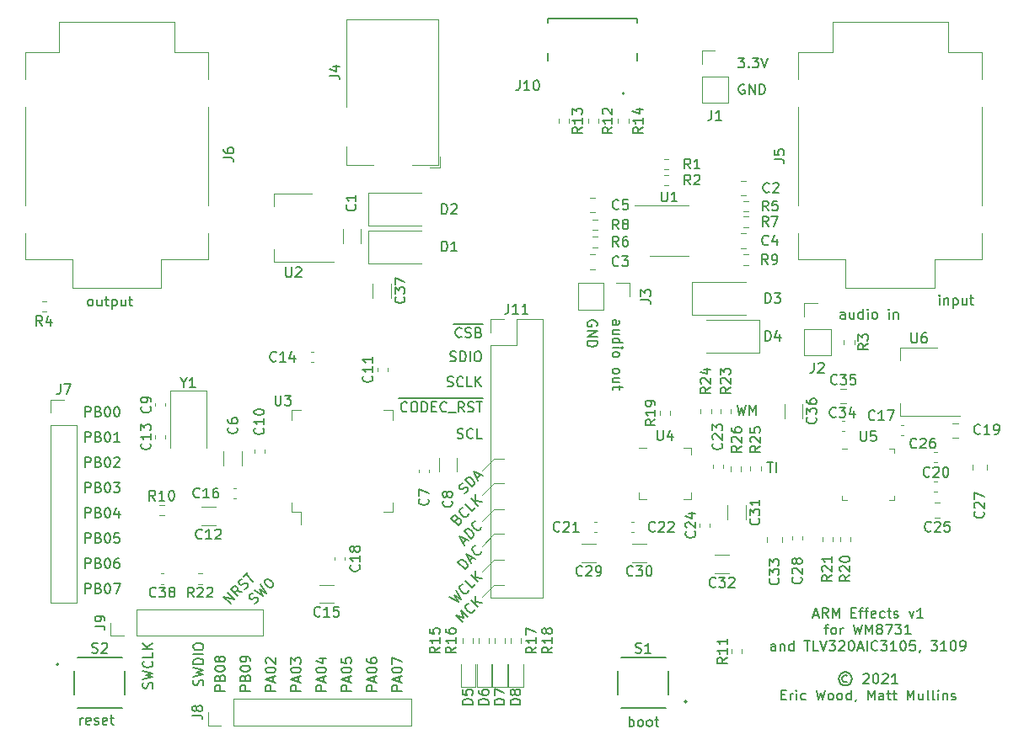
<source format=gbr>
%TF.GenerationSoftware,KiCad,Pcbnew,5.1.7-a382d34a8~88~ubuntu18.04.1*%
%TF.CreationDate,2021-04-29T22:01:18-07:00*%
%TF.ProjectId,dsp_dev_board,6473705f-6465-4765-9f62-6f6172642e6b,rev?*%
%TF.SameCoordinates,Original*%
%TF.FileFunction,Legend,Top*%
%TF.FilePolarity,Positive*%
%FSLAX46Y46*%
G04 Gerber Fmt 4.6, Leading zero omitted, Abs format (unit mm)*
G04 Created by KiCad (PCBNEW 5.1.7-a382d34a8~88~ubuntu18.04.1) date 2021-04-29 22:01:18*
%MOMM*%
%LPD*%
G01*
G04 APERTURE LIST*
%ADD10C,0.150000*%
%ADD11C,0.120000*%
%ADD12C,0.127000*%
%ADD13C,0.200000*%
G04 APERTURE END LIST*
D10*
X97443452Y-111052380D02*
X97443452Y-110385714D01*
X97443452Y-110576190D02*
X97491071Y-110480952D01*
X97538690Y-110433333D01*
X97633928Y-110385714D01*
X97729166Y-110385714D01*
X98443452Y-111004761D02*
X98348214Y-111052380D01*
X98157738Y-111052380D01*
X98062500Y-111004761D01*
X98014880Y-110909523D01*
X98014880Y-110528571D01*
X98062500Y-110433333D01*
X98157738Y-110385714D01*
X98348214Y-110385714D01*
X98443452Y-110433333D01*
X98491071Y-110528571D01*
X98491071Y-110623809D01*
X98014880Y-110719047D01*
X98872023Y-111004761D02*
X98967261Y-111052380D01*
X99157738Y-111052380D01*
X99252976Y-111004761D01*
X99300595Y-110909523D01*
X99300595Y-110861904D01*
X99252976Y-110766666D01*
X99157738Y-110719047D01*
X99014880Y-110719047D01*
X98919642Y-110671428D01*
X98872023Y-110576190D01*
X98872023Y-110528571D01*
X98919642Y-110433333D01*
X99014880Y-110385714D01*
X99157738Y-110385714D01*
X99252976Y-110433333D01*
X100110119Y-111004761D02*
X100014880Y-111052380D01*
X99824404Y-111052380D01*
X99729166Y-111004761D01*
X99681547Y-110909523D01*
X99681547Y-110528571D01*
X99729166Y-110433333D01*
X99824404Y-110385714D01*
X100014880Y-110385714D01*
X100110119Y-110433333D01*
X100157738Y-110528571D01*
X100157738Y-110623809D01*
X99681547Y-110719047D01*
X100443452Y-110385714D02*
X100824404Y-110385714D01*
X100586309Y-110052380D02*
X100586309Y-110909523D01*
X100633928Y-111004761D01*
X100729166Y-111052380D01*
X100824404Y-111052380D01*
X152595238Y-111252380D02*
X152595238Y-110252380D01*
X152595238Y-110633333D02*
X152690476Y-110585714D01*
X152880952Y-110585714D01*
X152976190Y-110633333D01*
X153023809Y-110680952D01*
X153071428Y-110776190D01*
X153071428Y-111061904D01*
X153023809Y-111157142D01*
X152976190Y-111204761D01*
X152880952Y-111252380D01*
X152690476Y-111252380D01*
X152595238Y-111204761D01*
X153642857Y-111252380D02*
X153547619Y-111204761D01*
X153500000Y-111157142D01*
X153452380Y-111061904D01*
X153452380Y-110776190D01*
X153500000Y-110680952D01*
X153547619Y-110633333D01*
X153642857Y-110585714D01*
X153785714Y-110585714D01*
X153880952Y-110633333D01*
X153928571Y-110680952D01*
X153976190Y-110776190D01*
X153976190Y-111061904D01*
X153928571Y-111157142D01*
X153880952Y-111204761D01*
X153785714Y-111252380D01*
X153642857Y-111252380D01*
X154547619Y-111252380D02*
X154452380Y-111204761D01*
X154404761Y-111157142D01*
X154357142Y-111061904D01*
X154357142Y-110776190D01*
X154404761Y-110680952D01*
X154452380Y-110633333D01*
X154547619Y-110585714D01*
X154690476Y-110585714D01*
X154785714Y-110633333D01*
X154833333Y-110680952D01*
X154880952Y-110776190D01*
X154880952Y-111061904D01*
X154833333Y-111157142D01*
X154785714Y-111204761D01*
X154690476Y-111252380D01*
X154547619Y-111252380D01*
X155166666Y-110585714D02*
X155547619Y-110585714D01*
X155309523Y-110252380D02*
X155309523Y-111109523D01*
X155357142Y-111204761D01*
X155452380Y-111252380D01*
X155547619Y-111252380D01*
X171100000Y-100041666D02*
X171576190Y-100041666D01*
X171004761Y-100327380D02*
X171338095Y-99327380D01*
X171671428Y-100327380D01*
X172576190Y-100327380D02*
X172242857Y-99851190D01*
X172004761Y-100327380D02*
X172004761Y-99327380D01*
X172385714Y-99327380D01*
X172480952Y-99375000D01*
X172528571Y-99422619D01*
X172576190Y-99517857D01*
X172576190Y-99660714D01*
X172528571Y-99755952D01*
X172480952Y-99803571D01*
X172385714Y-99851190D01*
X172004761Y-99851190D01*
X173004761Y-100327380D02*
X173004761Y-99327380D01*
X173338095Y-100041666D01*
X173671428Y-99327380D01*
X173671428Y-100327380D01*
X174909523Y-99803571D02*
X175242857Y-99803571D01*
X175385714Y-100327380D02*
X174909523Y-100327380D01*
X174909523Y-99327380D01*
X175385714Y-99327380D01*
X175671428Y-99660714D02*
X176052380Y-99660714D01*
X175814285Y-100327380D02*
X175814285Y-99470238D01*
X175861904Y-99375000D01*
X175957142Y-99327380D01*
X176052380Y-99327380D01*
X176242857Y-99660714D02*
X176623809Y-99660714D01*
X176385714Y-100327380D02*
X176385714Y-99470238D01*
X176433333Y-99375000D01*
X176528571Y-99327380D01*
X176623809Y-99327380D01*
X177338095Y-100279761D02*
X177242857Y-100327380D01*
X177052380Y-100327380D01*
X176957142Y-100279761D01*
X176909523Y-100184523D01*
X176909523Y-99803571D01*
X176957142Y-99708333D01*
X177052380Y-99660714D01*
X177242857Y-99660714D01*
X177338095Y-99708333D01*
X177385714Y-99803571D01*
X177385714Y-99898809D01*
X176909523Y-99994047D01*
X178242857Y-100279761D02*
X178147619Y-100327380D01*
X177957142Y-100327380D01*
X177861904Y-100279761D01*
X177814285Y-100232142D01*
X177766666Y-100136904D01*
X177766666Y-99851190D01*
X177814285Y-99755952D01*
X177861904Y-99708333D01*
X177957142Y-99660714D01*
X178147619Y-99660714D01*
X178242857Y-99708333D01*
X178528571Y-99660714D02*
X178909523Y-99660714D01*
X178671428Y-99327380D02*
X178671428Y-100184523D01*
X178719047Y-100279761D01*
X178814285Y-100327380D01*
X178909523Y-100327380D01*
X179195238Y-100279761D02*
X179290476Y-100327380D01*
X179480952Y-100327380D01*
X179576190Y-100279761D01*
X179623809Y-100184523D01*
X179623809Y-100136904D01*
X179576190Y-100041666D01*
X179480952Y-99994047D01*
X179338095Y-99994047D01*
X179242857Y-99946428D01*
X179195238Y-99851190D01*
X179195238Y-99803571D01*
X179242857Y-99708333D01*
X179338095Y-99660714D01*
X179480952Y-99660714D01*
X179576190Y-99708333D01*
X180719047Y-99660714D02*
X180957142Y-100327380D01*
X181195238Y-99660714D01*
X182100000Y-100327380D02*
X181528571Y-100327380D01*
X181814285Y-100327380D02*
X181814285Y-99327380D01*
X181719047Y-99470238D01*
X181623809Y-99565476D01*
X181528571Y-99613095D01*
X172219047Y-101310714D02*
X172600000Y-101310714D01*
X172361904Y-101977380D02*
X172361904Y-101120238D01*
X172409523Y-101025000D01*
X172504761Y-100977380D01*
X172600000Y-100977380D01*
X173076190Y-101977380D02*
X172980952Y-101929761D01*
X172933333Y-101882142D01*
X172885714Y-101786904D01*
X172885714Y-101501190D01*
X172933333Y-101405952D01*
X172980952Y-101358333D01*
X173076190Y-101310714D01*
X173219047Y-101310714D01*
X173314285Y-101358333D01*
X173361904Y-101405952D01*
X173409523Y-101501190D01*
X173409523Y-101786904D01*
X173361904Y-101882142D01*
X173314285Y-101929761D01*
X173219047Y-101977380D01*
X173076190Y-101977380D01*
X173838095Y-101977380D02*
X173838095Y-101310714D01*
X173838095Y-101501190D02*
X173885714Y-101405952D01*
X173933333Y-101358333D01*
X174028571Y-101310714D01*
X174123809Y-101310714D01*
X175123809Y-100977380D02*
X175361904Y-101977380D01*
X175552380Y-101263095D01*
X175742857Y-101977380D01*
X175980952Y-100977380D01*
X176361904Y-101977380D02*
X176361904Y-100977380D01*
X176695238Y-101691666D01*
X177028571Y-100977380D01*
X177028571Y-101977380D01*
X177647619Y-101405952D02*
X177552380Y-101358333D01*
X177504761Y-101310714D01*
X177457142Y-101215476D01*
X177457142Y-101167857D01*
X177504761Y-101072619D01*
X177552380Y-101025000D01*
X177647619Y-100977380D01*
X177838095Y-100977380D01*
X177933333Y-101025000D01*
X177980952Y-101072619D01*
X178028571Y-101167857D01*
X178028571Y-101215476D01*
X177980952Y-101310714D01*
X177933333Y-101358333D01*
X177838095Y-101405952D01*
X177647619Y-101405952D01*
X177552380Y-101453571D01*
X177504761Y-101501190D01*
X177457142Y-101596428D01*
X177457142Y-101786904D01*
X177504761Y-101882142D01*
X177552380Y-101929761D01*
X177647619Y-101977380D01*
X177838095Y-101977380D01*
X177933333Y-101929761D01*
X177980952Y-101882142D01*
X178028571Y-101786904D01*
X178028571Y-101596428D01*
X177980952Y-101501190D01*
X177933333Y-101453571D01*
X177838095Y-101405952D01*
X178361904Y-100977380D02*
X179028571Y-100977380D01*
X178600000Y-101977380D01*
X179314285Y-100977380D02*
X179933333Y-100977380D01*
X179600000Y-101358333D01*
X179742857Y-101358333D01*
X179838095Y-101405952D01*
X179885714Y-101453571D01*
X179933333Y-101548809D01*
X179933333Y-101786904D01*
X179885714Y-101882142D01*
X179838095Y-101929761D01*
X179742857Y-101977380D01*
X179457142Y-101977380D01*
X179361904Y-101929761D01*
X179314285Y-101882142D01*
X180885714Y-101977380D02*
X180314285Y-101977380D01*
X180600000Y-101977380D02*
X180600000Y-100977380D01*
X180504761Y-101120238D01*
X180409523Y-101215476D01*
X180314285Y-101263095D01*
X167290476Y-103627380D02*
X167290476Y-103103571D01*
X167242857Y-103008333D01*
X167147619Y-102960714D01*
X166957142Y-102960714D01*
X166861904Y-103008333D01*
X167290476Y-103579761D02*
X167195238Y-103627380D01*
X166957142Y-103627380D01*
X166861904Y-103579761D01*
X166814285Y-103484523D01*
X166814285Y-103389285D01*
X166861904Y-103294047D01*
X166957142Y-103246428D01*
X167195238Y-103246428D01*
X167290476Y-103198809D01*
X167766666Y-102960714D02*
X167766666Y-103627380D01*
X167766666Y-103055952D02*
X167814285Y-103008333D01*
X167909523Y-102960714D01*
X168052380Y-102960714D01*
X168147619Y-103008333D01*
X168195238Y-103103571D01*
X168195238Y-103627380D01*
X169100000Y-103627380D02*
X169100000Y-102627380D01*
X169100000Y-103579761D02*
X169004761Y-103627380D01*
X168814285Y-103627380D01*
X168719047Y-103579761D01*
X168671428Y-103532142D01*
X168623809Y-103436904D01*
X168623809Y-103151190D01*
X168671428Y-103055952D01*
X168719047Y-103008333D01*
X168814285Y-102960714D01*
X169004761Y-102960714D01*
X169100000Y-103008333D01*
X170195238Y-102627380D02*
X170766666Y-102627380D01*
X170480952Y-103627380D02*
X170480952Y-102627380D01*
X171576190Y-103627380D02*
X171100000Y-103627380D01*
X171100000Y-102627380D01*
X171766666Y-102627380D02*
X172100000Y-103627380D01*
X172433333Y-102627380D01*
X172671428Y-102627380D02*
X173290476Y-102627380D01*
X172957142Y-103008333D01*
X173100000Y-103008333D01*
X173195238Y-103055952D01*
X173242857Y-103103571D01*
X173290476Y-103198809D01*
X173290476Y-103436904D01*
X173242857Y-103532142D01*
X173195238Y-103579761D01*
X173100000Y-103627380D01*
X172814285Y-103627380D01*
X172719047Y-103579761D01*
X172671428Y-103532142D01*
X173671428Y-102722619D02*
X173719047Y-102675000D01*
X173814285Y-102627380D01*
X174052380Y-102627380D01*
X174147619Y-102675000D01*
X174195238Y-102722619D01*
X174242857Y-102817857D01*
X174242857Y-102913095D01*
X174195238Y-103055952D01*
X173623809Y-103627380D01*
X174242857Y-103627380D01*
X174861904Y-102627380D02*
X174957142Y-102627380D01*
X175052380Y-102675000D01*
X175100000Y-102722619D01*
X175147619Y-102817857D01*
X175195238Y-103008333D01*
X175195238Y-103246428D01*
X175147619Y-103436904D01*
X175100000Y-103532142D01*
X175052380Y-103579761D01*
X174957142Y-103627380D01*
X174861904Y-103627380D01*
X174766666Y-103579761D01*
X174719047Y-103532142D01*
X174671428Y-103436904D01*
X174623809Y-103246428D01*
X174623809Y-103008333D01*
X174671428Y-102817857D01*
X174719047Y-102722619D01*
X174766666Y-102675000D01*
X174861904Y-102627380D01*
X175576190Y-103341666D02*
X176052380Y-103341666D01*
X175480952Y-103627380D02*
X175814285Y-102627380D01*
X176147619Y-103627380D01*
X176480952Y-103627380D02*
X176480952Y-102627380D01*
X177528571Y-103532142D02*
X177480952Y-103579761D01*
X177338095Y-103627380D01*
X177242857Y-103627380D01*
X177100000Y-103579761D01*
X177004761Y-103484523D01*
X176957142Y-103389285D01*
X176909523Y-103198809D01*
X176909523Y-103055952D01*
X176957142Y-102865476D01*
X177004761Y-102770238D01*
X177100000Y-102675000D01*
X177242857Y-102627380D01*
X177338095Y-102627380D01*
X177480952Y-102675000D01*
X177528571Y-102722619D01*
X177861904Y-102627380D02*
X178480952Y-102627380D01*
X178147619Y-103008333D01*
X178290476Y-103008333D01*
X178385714Y-103055952D01*
X178433333Y-103103571D01*
X178480952Y-103198809D01*
X178480952Y-103436904D01*
X178433333Y-103532142D01*
X178385714Y-103579761D01*
X178290476Y-103627380D01*
X178004761Y-103627380D01*
X177909523Y-103579761D01*
X177861904Y-103532142D01*
X179433333Y-103627380D02*
X178861904Y-103627380D01*
X179147619Y-103627380D02*
X179147619Y-102627380D01*
X179052380Y-102770238D01*
X178957142Y-102865476D01*
X178861904Y-102913095D01*
X180052380Y-102627380D02*
X180147619Y-102627380D01*
X180242857Y-102675000D01*
X180290476Y-102722619D01*
X180338095Y-102817857D01*
X180385714Y-103008333D01*
X180385714Y-103246428D01*
X180338095Y-103436904D01*
X180290476Y-103532142D01*
X180242857Y-103579761D01*
X180147619Y-103627380D01*
X180052380Y-103627380D01*
X179957142Y-103579761D01*
X179909523Y-103532142D01*
X179861904Y-103436904D01*
X179814285Y-103246428D01*
X179814285Y-103008333D01*
X179861904Y-102817857D01*
X179909523Y-102722619D01*
X179957142Y-102675000D01*
X180052380Y-102627380D01*
X181290476Y-102627380D02*
X180814285Y-102627380D01*
X180766666Y-103103571D01*
X180814285Y-103055952D01*
X180909523Y-103008333D01*
X181147619Y-103008333D01*
X181242857Y-103055952D01*
X181290476Y-103103571D01*
X181338095Y-103198809D01*
X181338095Y-103436904D01*
X181290476Y-103532142D01*
X181242857Y-103579761D01*
X181147619Y-103627380D01*
X180909523Y-103627380D01*
X180814285Y-103579761D01*
X180766666Y-103532142D01*
X181814285Y-103579761D02*
X181814285Y-103627380D01*
X181766666Y-103722619D01*
X181719047Y-103770238D01*
X182909523Y-102627380D02*
X183528571Y-102627380D01*
X183195238Y-103008333D01*
X183338095Y-103008333D01*
X183433333Y-103055952D01*
X183480952Y-103103571D01*
X183528571Y-103198809D01*
X183528571Y-103436904D01*
X183480952Y-103532142D01*
X183433333Y-103579761D01*
X183338095Y-103627380D01*
X183052380Y-103627380D01*
X182957142Y-103579761D01*
X182909523Y-103532142D01*
X184480952Y-103627380D02*
X183909523Y-103627380D01*
X184195238Y-103627380D02*
X184195238Y-102627380D01*
X184100000Y-102770238D01*
X184004761Y-102865476D01*
X183909523Y-102913095D01*
X185100000Y-102627380D02*
X185195238Y-102627380D01*
X185290476Y-102675000D01*
X185338095Y-102722619D01*
X185385714Y-102817857D01*
X185433333Y-103008333D01*
X185433333Y-103246428D01*
X185385714Y-103436904D01*
X185338095Y-103532142D01*
X185290476Y-103579761D01*
X185195238Y-103627380D01*
X185100000Y-103627380D01*
X185004761Y-103579761D01*
X184957142Y-103532142D01*
X184909523Y-103436904D01*
X184861904Y-103246428D01*
X184861904Y-103008333D01*
X184909523Y-102817857D01*
X184957142Y-102722619D01*
X185004761Y-102675000D01*
X185100000Y-102627380D01*
X185909523Y-103627380D02*
X186100000Y-103627380D01*
X186195238Y-103579761D01*
X186242857Y-103532142D01*
X186338095Y-103389285D01*
X186385714Y-103198809D01*
X186385714Y-102817857D01*
X186338095Y-102722619D01*
X186290476Y-102675000D01*
X186195238Y-102627380D01*
X186004761Y-102627380D01*
X185909523Y-102675000D01*
X185861904Y-102722619D01*
X185814285Y-102817857D01*
X185814285Y-103055952D01*
X185861904Y-103151190D01*
X185909523Y-103198809D01*
X186004761Y-103246428D01*
X186195238Y-103246428D01*
X186290476Y-103198809D01*
X186338095Y-103151190D01*
X186385714Y-103055952D01*
X174504761Y-106165476D02*
X174409523Y-106117857D01*
X174219047Y-106117857D01*
X174123809Y-106165476D01*
X174028571Y-106260714D01*
X173980952Y-106355952D01*
X173980952Y-106546428D01*
X174028571Y-106641666D01*
X174123809Y-106736904D01*
X174219047Y-106784523D01*
X174409523Y-106784523D01*
X174504761Y-106736904D01*
X174314285Y-105784523D02*
X174076190Y-105832142D01*
X173838095Y-105975000D01*
X173695238Y-106213095D01*
X173647619Y-106451190D01*
X173695238Y-106689285D01*
X173838095Y-106927380D01*
X174076190Y-107070238D01*
X174314285Y-107117857D01*
X174552380Y-107070238D01*
X174790476Y-106927380D01*
X174933333Y-106689285D01*
X174980952Y-106451190D01*
X174933333Y-106213095D01*
X174790476Y-105975000D01*
X174552380Y-105832142D01*
X174314285Y-105784523D01*
X176123809Y-106022619D02*
X176171428Y-105975000D01*
X176266666Y-105927380D01*
X176504761Y-105927380D01*
X176600000Y-105975000D01*
X176647619Y-106022619D01*
X176695238Y-106117857D01*
X176695238Y-106213095D01*
X176647619Y-106355952D01*
X176076190Y-106927380D01*
X176695238Y-106927380D01*
X177314285Y-105927380D02*
X177409523Y-105927380D01*
X177504761Y-105975000D01*
X177552380Y-106022619D01*
X177600000Y-106117857D01*
X177647619Y-106308333D01*
X177647619Y-106546428D01*
X177600000Y-106736904D01*
X177552380Y-106832142D01*
X177504761Y-106879761D01*
X177409523Y-106927380D01*
X177314285Y-106927380D01*
X177219047Y-106879761D01*
X177171428Y-106832142D01*
X177123809Y-106736904D01*
X177076190Y-106546428D01*
X177076190Y-106308333D01*
X177123809Y-106117857D01*
X177171428Y-106022619D01*
X177219047Y-105975000D01*
X177314285Y-105927380D01*
X178028571Y-106022619D02*
X178076190Y-105975000D01*
X178171428Y-105927380D01*
X178409523Y-105927380D01*
X178504761Y-105975000D01*
X178552380Y-106022619D01*
X178600000Y-106117857D01*
X178600000Y-106213095D01*
X178552380Y-106355952D01*
X177980952Y-106927380D01*
X178600000Y-106927380D01*
X179552380Y-106927380D02*
X178980952Y-106927380D01*
X179266666Y-106927380D02*
X179266666Y-105927380D01*
X179171428Y-106070238D01*
X179076190Y-106165476D01*
X178980952Y-106213095D01*
X167861904Y-108053571D02*
X168195238Y-108053571D01*
X168338095Y-108577380D02*
X167861904Y-108577380D01*
X167861904Y-107577380D01*
X168338095Y-107577380D01*
X168766666Y-108577380D02*
X168766666Y-107910714D01*
X168766666Y-108101190D02*
X168814285Y-108005952D01*
X168861904Y-107958333D01*
X168957142Y-107910714D01*
X169052380Y-107910714D01*
X169385714Y-108577380D02*
X169385714Y-107910714D01*
X169385714Y-107577380D02*
X169338095Y-107625000D01*
X169385714Y-107672619D01*
X169433333Y-107625000D01*
X169385714Y-107577380D01*
X169385714Y-107672619D01*
X170290476Y-108529761D02*
X170195238Y-108577380D01*
X170004761Y-108577380D01*
X169909523Y-108529761D01*
X169861904Y-108482142D01*
X169814285Y-108386904D01*
X169814285Y-108101190D01*
X169861904Y-108005952D01*
X169909523Y-107958333D01*
X170004761Y-107910714D01*
X170195238Y-107910714D01*
X170290476Y-107958333D01*
X171385714Y-107577380D02*
X171623809Y-108577380D01*
X171814285Y-107863095D01*
X172004761Y-108577380D01*
X172242857Y-107577380D01*
X172766666Y-108577380D02*
X172671428Y-108529761D01*
X172623809Y-108482142D01*
X172576190Y-108386904D01*
X172576190Y-108101190D01*
X172623809Y-108005952D01*
X172671428Y-107958333D01*
X172766666Y-107910714D01*
X172909523Y-107910714D01*
X173004761Y-107958333D01*
X173052380Y-108005952D01*
X173100000Y-108101190D01*
X173100000Y-108386904D01*
X173052380Y-108482142D01*
X173004761Y-108529761D01*
X172909523Y-108577380D01*
X172766666Y-108577380D01*
X173671428Y-108577380D02*
X173576190Y-108529761D01*
X173528571Y-108482142D01*
X173480952Y-108386904D01*
X173480952Y-108101190D01*
X173528571Y-108005952D01*
X173576190Y-107958333D01*
X173671428Y-107910714D01*
X173814285Y-107910714D01*
X173909523Y-107958333D01*
X173957142Y-108005952D01*
X174004761Y-108101190D01*
X174004761Y-108386904D01*
X173957142Y-108482142D01*
X173909523Y-108529761D01*
X173814285Y-108577380D01*
X173671428Y-108577380D01*
X174861904Y-108577380D02*
X174861904Y-107577380D01*
X174861904Y-108529761D02*
X174766666Y-108577380D01*
X174576190Y-108577380D01*
X174480952Y-108529761D01*
X174433333Y-108482142D01*
X174385714Y-108386904D01*
X174385714Y-108101190D01*
X174433333Y-108005952D01*
X174480952Y-107958333D01*
X174576190Y-107910714D01*
X174766666Y-107910714D01*
X174861904Y-107958333D01*
X175385714Y-108529761D02*
X175385714Y-108577380D01*
X175338095Y-108672619D01*
X175290476Y-108720238D01*
X176576190Y-108577380D02*
X176576190Y-107577380D01*
X176909523Y-108291666D01*
X177242857Y-107577380D01*
X177242857Y-108577380D01*
X178147619Y-108577380D02*
X178147619Y-108053571D01*
X178100000Y-107958333D01*
X178004761Y-107910714D01*
X177814285Y-107910714D01*
X177719047Y-107958333D01*
X178147619Y-108529761D02*
X178052380Y-108577380D01*
X177814285Y-108577380D01*
X177719047Y-108529761D01*
X177671428Y-108434523D01*
X177671428Y-108339285D01*
X177719047Y-108244047D01*
X177814285Y-108196428D01*
X178052380Y-108196428D01*
X178147619Y-108148809D01*
X178480952Y-107910714D02*
X178861904Y-107910714D01*
X178623809Y-107577380D02*
X178623809Y-108434523D01*
X178671428Y-108529761D01*
X178766666Y-108577380D01*
X178861904Y-108577380D01*
X179052380Y-107910714D02*
X179433333Y-107910714D01*
X179195238Y-107577380D02*
X179195238Y-108434523D01*
X179242857Y-108529761D01*
X179338095Y-108577380D01*
X179433333Y-108577380D01*
X180528571Y-108577380D02*
X180528571Y-107577380D01*
X180861904Y-108291666D01*
X181195238Y-107577380D01*
X181195238Y-108577380D01*
X182100000Y-107910714D02*
X182100000Y-108577380D01*
X181671428Y-107910714D02*
X181671428Y-108434523D01*
X181719047Y-108529761D01*
X181814285Y-108577380D01*
X181957142Y-108577380D01*
X182052380Y-108529761D01*
X182100000Y-108482142D01*
X182719047Y-108577380D02*
X182623809Y-108529761D01*
X182576190Y-108434523D01*
X182576190Y-107577380D01*
X183242857Y-108577380D02*
X183147619Y-108529761D01*
X183100000Y-108434523D01*
X183100000Y-107577380D01*
X183623809Y-108577380D02*
X183623809Y-107910714D01*
X183623809Y-107577380D02*
X183576190Y-107625000D01*
X183623809Y-107672619D01*
X183671428Y-107625000D01*
X183623809Y-107577380D01*
X183623809Y-107672619D01*
X184100000Y-107910714D02*
X184100000Y-108577380D01*
X184100000Y-108005952D02*
X184147619Y-107958333D01*
X184242857Y-107910714D01*
X184385714Y-107910714D01*
X184480952Y-107958333D01*
X184528571Y-108053571D01*
X184528571Y-108577380D01*
X184957142Y-108529761D02*
X185052380Y-108577380D01*
X185242857Y-108577380D01*
X185338095Y-108529761D01*
X185385714Y-108434523D01*
X185385714Y-108386904D01*
X185338095Y-108291666D01*
X185242857Y-108244047D01*
X185100000Y-108244047D01*
X185004761Y-108196428D01*
X184957142Y-108101190D01*
X184957142Y-108053571D01*
X185004761Y-107958333D01*
X185100000Y-107910714D01*
X185242857Y-107910714D01*
X185338095Y-107958333D01*
X166442738Y-84684880D02*
X167014166Y-84684880D01*
X166728452Y-85684880D02*
X166728452Y-84684880D01*
X167347500Y-85684880D02*
X167347500Y-84684880D01*
X98400000Y-68952380D02*
X98304761Y-68904761D01*
X98257142Y-68857142D01*
X98209523Y-68761904D01*
X98209523Y-68476190D01*
X98257142Y-68380952D01*
X98304761Y-68333333D01*
X98400000Y-68285714D01*
X98542857Y-68285714D01*
X98638095Y-68333333D01*
X98685714Y-68380952D01*
X98733333Y-68476190D01*
X98733333Y-68761904D01*
X98685714Y-68857142D01*
X98638095Y-68904761D01*
X98542857Y-68952380D01*
X98400000Y-68952380D01*
X99590476Y-68285714D02*
X99590476Y-68952380D01*
X99161904Y-68285714D02*
X99161904Y-68809523D01*
X99209523Y-68904761D01*
X99304761Y-68952380D01*
X99447619Y-68952380D01*
X99542857Y-68904761D01*
X99590476Y-68857142D01*
X99923809Y-68285714D02*
X100304761Y-68285714D01*
X100066666Y-67952380D02*
X100066666Y-68809523D01*
X100114285Y-68904761D01*
X100209523Y-68952380D01*
X100304761Y-68952380D01*
X100638095Y-68285714D02*
X100638095Y-69285714D01*
X100638095Y-68333333D02*
X100733333Y-68285714D01*
X100923809Y-68285714D01*
X101019047Y-68333333D01*
X101066666Y-68380952D01*
X101114285Y-68476190D01*
X101114285Y-68761904D01*
X101066666Y-68857142D01*
X101019047Y-68904761D01*
X100923809Y-68952380D01*
X100733333Y-68952380D01*
X100638095Y-68904761D01*
X101971428Y-68285714D02*
X101971428Y-68952380D01*
X101542857Y-68285714D02*
X101542857Y-68809523D01*
X101590476Y-68904761D01*
X101685714Y-68952380D01*
X101828571Y-68952380D01*
X101923809Y-68904761D01*
X101971428Y-68857142D01*
X102304761Y-68285714D02*
X102685714Y-68285714D01*
X102447619Y-67952380D02*
X102447619Y-68809523D01*
X102495238Y-68904761D01*
X102590476Y-68952380D01*
X102685714Y-68952380D01*
X183757142Y-68852380D02*
X183757142Y-68185714D01*
X183757142Y-67852380D02*
X183709523Y-67900000D01*
X183757142Y-67947619D01*
X183804761Y-67900000D01*
X183757142Y-67852380D01*
X183757142Y-67947619D01*
X184233333Y-68185714D02*
X184233333Y-68852380D01*
X184233333Y-68280952D02*
X184280952Y-68233333D01*
X184376190Y-68185714D01*
X184519047Y-68185714D01*
X184614285Y-68233333D01*
X184661904Y-68328571D01*
X184661904Y-68852380D01*
X185138095Y-68185714D02*
X185138095Y-69185714D01*
X185138095Y-68233333D02*
X185233333Y-68185714D01*
X185423809Y-68185714D01*
X185519047Y-68233333D01*
X185566666Y-68280952D01*
X185614285Y-68376190D01*
X185614285Y-68661904D01*
X185566666Y-68757142D01*
X185519047Y-68804761D01*
X185423809Y-68852380D01*
X185233333Y-68852380D01*
X185138095Y-68804761D01*
X186471428Y-68185714D02*
X186471428Y-68852380D01*
X186042857Y-68185714D02*
X186042857Y-68709523D01*
X186090476Y-68804761D01*
X186185714Y-68852380D01*
X186328571Y-68852380D01*
X186423809Y-68804761D01*
X186471428Y-68757142D01*
X186804761Y-68185714D02*
X187185714Y-68185714D01*
X186947619Y-67852380D02*
X186947619Y-68709523D01*
X186995238Y-68804761D01*
X187090476Y-68852380D01*
X187185714Y-68852380D01*
X164159404Y-46700000D02*
X164064166Y-46652380D01*
X163921309Y-46652380D01*
X163778452Y-46700000D01*
X163683214Y-46795238D01*
X163635595Y-46890476D01*
X163587976Y-47080952D01*
X163587976Y-47223809D01*
X163635595Y-47414285D01*
X163683214Y-47509523D01*
X163778452Y-47604761D01*
X163921309Y-47652380D01*
X164016547Y-47652380D01*
X164159404Y-47604761D01*
X164207023Y-47557142D01*
X164207023Y-47223809D01*
X164016547Y-47223809D01*
X164635595Y-47652380D02*
X164635595Y-46652380D01*
X165207023Y-47652380D01*
X165207023Y-46652380D01*
X165683214Y-47652380D02*
X165683214Y-46652380D01*
X165921309Y-46652380D01*
X166064166Y-46700000D01*
X166159404Y-46795238D01*
X166207023Y-46890476D01*
X166254642Y-47080952D01*
X166254642Y-47223809D01*
X166207023Y-47414285D01*
X166159404Y-47509523D01*
X166064166Y-47604761D01*
X165921309Y-47652380D01*
X165683214Y-47652380D01*
X163540357Y-43984880D02*
X164159404Y-43984880D01*
X163826071Y-44365833D01*
X163968928Y-44365833D01*
X164064166Y-44413452D01*
X164111785Y-44461071D01*
X164159404Y-44556309D01*
X164159404Y-44794404D01*
X164111785Y-44889642D01*
X164064166Y-44937261D01*
X163968928Y-44984880D01*
X163683214Y-44984880D01*
X163587976Y-44937261D01*
X163540357Y-44889642D01*
X164587976Y-44889642D02*
X164635595Y-44937261D01*
X164587976Y-44984880D01*
X164540357Y-44937261D01*
X164587976Y-44889642D01*
X164587976Y-44984880D01*
X164968928Y-43984880D02*
X165587976Y-43984880D01*
X165254642Y-44365833D01*
X165397500Y-44365833D01*
X165492738Y-44413452D01*
X165540357Y-44461071D01*
X165587976Y-44556309D01*
X165587976Y-44794404D01*
X165540357Y-44889642D01*
X165492738Y-44937261D01*
X165397500Y-44984880D01*
X165111785Y-44984880D01*
X165016547Y-44937261D01*
X164968928Y-44889642D01*
X165873690Y-43984880D02*
X166207023Y-44984880D01*
X166540357Y-43984880D01*
X174264166Y-70252380D02*
X174264166Y-69728571D01*
X174216547Y-69633333D01*
X174121309Y-69585714D01*
X173930833Y-69585714D01*
X173835595Y-69633333D01*
X174264166Y-70204761D02*
X174168928Y-70252380D01*
X173930833Y-70252380D01*
X173835595Y-70204761D01*
X173787976Y-70109523D01*
X173787976Y-70014285D01*
X173835595Y-69919047D01*
X173930833Y-69871428D01*
X174168928Y-69871428D01*
X174264166Y-69823809D01*
X175168928Y-69585714D02*
X175168928Y-70252380D01*
X174740357Y-69585714D02*
X174740357Y-70109523D01*
X174787976Y-70204761D01*
X174883214Y-70252380D01*
X175026071Y-70252380D01*
X175121309Y-70204761D01*
X175168928Y-70157142D01*
X176073690Y-70252380D02*
X176073690Y-69252380D01*
X176073690Y-70204761D02*
X175978452Y-70252380D01*
X175787976Y-70252380D01*
X175692738Y-70204761D01*
X175645119Y-70157142D01*
X175597500Y-70061904D01*
X175597500Y-69776190D01*
X175645119Y-69680952D01*
X175692738Y-69633333D01*
X175787976Y-69585714D01*
X175978452Y-69585714D01*
X176073690Y-69633333D01*
X176549880Y-70252380D02*
X176549880Y-69585714D01*
X176549880Y-69252380D02*
X176502261Y-69300000D01*
X176549880Y-69347619D01*
X176597500Y-69300000D01*
X176549880Y-69252380D01*
X176549880Y-69347619D01*
X177168928Y-70252380D02*
X177073690Y-70204761D01*
X177026071Y-70157142D01*
X176978452Y-70061904D01*
X176978452Y-69776190D01*
X177026071Y-69680952D01*
X177073690Y-69633333D01*
X177168928Y-69585714D01*
X177311785Y-69585714D01*
X177407023Y-69633333D01*
X177454642Y-69680952D01*
X177502261Y-69776190D01*
X177502261Y-70061904D01*
X177454642Y-70157142D01*
X177407023Y-70204761D01*
X177311785Y-70252380D01*
X177168928Y-70252380D01*
X178692738Y-70252380D02*
X178692738Y-69585714D01*
X178692738Y-69252380D02*
X178645119Y-69300000D01*
X178692738Y-69347619D01*
X178740357Y-69300000D01*
X178692738Y-69252380D01*
X178692738Y-69347619D01*
X179168928Y-69585714D02*
X179168928Y-70252380D01*
X179168928Y-69680952D02*
X179216547Y-69633333D01*
X179311785Y-69585714D01*
X179454642Y-69585714D01*
X179549880Y-69633333D01*
X179597500Y-69728571D01*
X179597500Y-70252380D01*
X163440357Y-78909880D02*
X163678452Y-79909880D01*
X163868928Y-79195595D01*
X164059404Y-79909880D01*
X164297500Y-78909880D01*
X164678452Y-79909880D02*
X164678452Y-78909880D01*
X165011785Y-79624166D01*
X165345119Y-78909880D01*
X165345119Y-79909880D01*
X149327500Y-70959404D02*
X149375119Y-70864166D01*
X149375119Y-70721309D01*
X149327500Y-70578452D01*
X149232261Y-70483214D01*
X149137023Y-70435595D01*
X148946547Y-70387976D01*
X148803690Y-70387976D01*
X148613214Y-70435595D01*
X148517976Y-70483214D01*
X148422738Y-70578452D01*
X148375119Y-70721309D01*
X148375119Y-70816547D01*
X148422738Y-70959404D01*
X148470357Y-71007023D01*
X148803690Y-71007023D01*
X148803690Y-70816547D01*
X148375119Y-71435595D02*
X149375119Y-71435595D01*
X148375119Y-72007023D01*
X149375119Y-72007023D01*
X148375119Y-72483214D02*
X149375119Y-72483214D01*
X149375119Y-72721309D01*
X149327500Y-72864166D01*
X149232261Y-72959404D01*
X149137023Y-73007023D01*
X148946547Y-73054642D01*
X148803690Y-73054642D01*
X148613214Y-73007023D01*
X148517976Y-72959404D01*
X148422738Y-72864166D01*
X148375119Y-72721309D01*
X148375119Y-72483214D01*
X150915119Y-70864166D02*
X151438928Y-70864166D01*
X151534166Y-70816547D01*
X151581785Y-70721309D01*
X151581785Y-70530833D01*
X151534166Y-70435595D01*
X150962738Y-70864166D02*
X150915119Y-70768928D01*
X150915119Y-70530833D01*
X150962738Y-70435595D01*
X151057976Y-70387976D01*
X151153214Y-70387976D01*
X151248452Y-70435595D01*
X151296071Y-70530833D01*
X151296071Y-70768928D01*
X151343690Y-70864166D01*
X151581785Y-71768928D02*
X150915119Y-71768928D01*
X151581785Y-71340357D02*
X151057976Y-71340357D01*
X150962738Y-71387976D01*
X150915119Y-71483214D01*
X150915119Y-71626071D01*
X150962738Y-71721309D01*
X151010357Y-71768928D01*
X150915119Y-72673690D02*
X151915119Y-72673690D01*
X150962738Y-72673690D02*
X150915119Y-72578452D01*
X150915119Y-72387976D01*
X150962738Y-72292738D01*
X151010357Y-72245119D01*
X151105595Y-72197500D01*
X151391309Y-72197500D01*
X151486547Y-72245119D01*
X151534166Y-72292738D01*
X151581785Y-72387976D01*
X151581785Y-72578452D01*
X151534166Y-72673690D01*
X150915119Y-73149880D02*
X151581785Y-73149880D01*
X151915119Y-73149880D02*
X151867500Y-73102261D01*
X151819880Y-73149880D01*
X151867500Y-73197500D01*
X151915119Y-73149880D01*
X151819880Y-73149880D01*
X150915119Y-73768928D02*
X150962738Y-73673690D01*
X151010357Y-73626071D01*
X151105595Y-73578452D01*
X151391309Y-73578452D01*
X151486547Y-73626071D01*
X151534166Y-73673690D01*
X151581785Y-73768928D01*
X151581785Y-73911785D01*
X151534166Y-74007023D01*
X151486547Y-74054642D01*
X151391309Y-74102261D01*
X151105595Y-74102261D01*
X151010357Y-74054642D01*
X150962738Y-74007023D01*
X150915119Y-73911785D01*
X150915119Y-73768928D01*
X150915119Y-75435595D02*
X150962738Y-75340357D01*
X151010357Y-75292738D01*
X151105595Y-75245119D01*
X151391309Y-75245119D01*
X151486547Y-75292738D01*
X151534166Y-75340357D01*
X151581785Y-75435595D01*
X151581785Y-75578452D01*
X151534166Y-75673690D01*
X151486547Y-75721309D01*
X151391309Y-75768928D01*
X151105595Y-75768928D01*
X151010357Y-75721309D01*
X150962738Y-75673690D01*
X150915119Y-75578452D01*
X150915119Y-75435595D01*
X151581785Y-76626071D02*
X150915119Y-76626071D01*
X151581785Y-76197500D02*
X151057976Y-76197500D01*
X150962738Y-76245119D01*
X150915119Y-76340357D01*
X150915119Y-76483214D01*
X150962738Y-76578452D01*
X151010357Y-76626071D01*
X151581785Y-76959404D02*
X151581785Y-77340357D01*
X151915119Y-77102261D02*
X151057976Y-77102261D01*
X150962738Y-77149880D01*
X150915119Y-77245119D01*
X150915119Y-77340357D01*
X97935595Y-97864880D02*
X97935595Y-96864880D01*
X98316547Y-96864880D01*
X98411785Y-96912500D01*
X98459404Y-96960119D01*
X98507023Y-97055357D01*
X98507023Y-97198214D01*
X98459404Y-97293452D01*
X98411785Y-97341071D01*
X98316547Y-97388690D01*
X97935595Y-97388690D01*
X99268928Y-97341071D02*
X99411785Y-97388690D01*
X99459404Y-97436309D01*
X99507023Y-97531547D01*
X99507023Y-97674404D01*
X99459404Y-97769642D01*
X99411785Y-97817261D01*
X99316547Y-97864880D01*
X98935595Y-97864880D01*
X98935595Y-96864880D01*
X99268928Y-96864880D01*
X99364166Y-96912500D01*
X99411785Y-96960119D01*
X99459404Y-97055357D01*
X99459404Y-97150595D01*
X99411785Y-97245833D01*
X99364166Y-97293452D01*
X99268928Y-97341071D01*
X98935595Y-97341071D01*
X100126071Y-96864880D02*
X100221309Y-96864880D01*
X100316547Y-96912500D01*
X100364166Y-96960119D01*
X100411785Y-97055357D01*
X100459404Y-97245833D01*
X100459404Y-97483928D01*
X100411785Y-97674404D01*
X100364166Y-97769642D01*
X100316547Y-97817261D01*
X100221309Y-97864880D01*
X100126071Y-97864880D01*
X100030833Y-97817261D01*
X99983214Y-97769642D01*
X99935595Y-97674404D01*
X99887976Y-97483928D01*
X99887976Y-97245833D01*
X99935595Y-97055357D01*
X99983214Y-96960119D01*
X100030833Y-96912500D01*
X100126071Y-96864880D01*
X100792738Y-96864880D02*
X101459404Y-96864880D01*
X101030833Y-97864880D01*
X97935595Y-95324880D02*
X97935595Y-94324880D01*
X98316547Y-94324880D01*
X98411785Y-94372500D01*
X98459404Y-94420119D01*
X98507023Y-94515357D01*
X98507023Y-94658214D01*
X98459404Y-94753452D01*
X98411785Y-94801071D01*
X98316547Y-94848690D01*
X97935595Y-94848690D01*
X99268928Y-94801071D02*
X99411785Y-94848690D01*
X99459404Y-94896309D01*
X99507023Y-94991547D01*
X99507023Y-95134404D01*
X99459404Y-95229642D01*
X99411785Y-95277261D01*
X99316547Y-95324880D01*
X98935595Y-95324880D01*
X98935595Y-94324880D01*
X99268928Y-94324880D01*
X99364166Y-94372500D01*
X99411785Y-94420119D01*
X99459404Y-94515357D01*
X99459404Y-94610595D01*
X99411785Y-94705833D01*
X99364166Y-94753452D01*
X99268928Y-94801071D01*
X98935595Y-94801071D01*
X100126071Y-94324880D02*
X100221309Y-94324880D01*
X100316547Y-94372500D01*
X100364166Y-94420119D01*
X100411785Y-94515357D01*
X100459404Y-94705833D01*
X100459404Y-94943928D01*
X100411785Y-95134404D01*
X100364166Y-95229642D01*
X100316547Y-95277261D01*
X100221309Y-95324880D01*
X100126071Y-95324880D01*
X100030833Y-95277261D01*
X99983214Y-95229642D01*
X99935595Y-95134404D01*
X99887976Y-94943928D01*
X99887976Y-94705833D01*
X99935595Y-94515357D01*
X99983214Y-94420119D01*
X100030833Y-94372500D01*
X100126071Y-94324880D01*
X101316547Y-94324880D02*
X101126071Y-94324880D01*
X101030833Y-94372500D01*
X100983214Y-94420119D01*
X100887976Y-94562976D01*
X100840357Y-94753452D01*
X100840357Y-95134404D01*
X100887976Y-95229642D01*
X100935595Y-95277261D01*
X101030833Y-95324880D01*
X101221309Y-95324880D01*
X101316547Y-95277261D01*
X101364166Y-95229642D01*
X101411785Y-95134404D01*
X101411785Y-94896309D01*
X101364166Y-94801071D01*
X101316547Y-94753452D01*
X101221309Y-94705833D01*
X101030833Y-94705833D01*
X100935595Y-94753452D01*
X100887976Y-94801071D01*
X100840357Y-94896309D01*
X97935595Y-92784880D02*
X97935595Y-91784880D01*
X98316547Y-91784880D01*
X98411785Y-91832500D01*
X98459404Y-91880119D01*
X98507023Y-91975357D01*
X98507023Y-92118214D01*
X98459404Y-92213452D01*
X98411785Y-92261071D01*
X98316547Y-92308690D01*
X97935595Y-92308690D01*
X99268928Y-92261071D02*
X99411785Y-92308690D01*
X99459404Y-92356309D01*
X99507023Y-92451547D01*
X99507023Y-92594404D01*
X99459404Y-92689642D01*
X99411785Y-92737261D01*
X99316547Y-92784880D01*
X98935595Y-92784880D01*
X98935595Y-91784880D01*
X99268928Y-91784880D01*
X99364166Y-91832500D01*
X99411785Y-91880119D01*
X99459404Y-91975357D01*
X99459404Y-92070595D01*
X99411785Y-92165833D01*
X99364166Y-92213452D01*
X99268928Y-92261071D01*
X98935595Y-92261071D01*
X100126071Y-91784880D02*
X100221309Y-91784880D01*
X100316547Y-91832500D01*
X100364166Y-91880119D01*
X100411785Y-91975357D01*
X100459404Y-92165833D01*
X100459404Y-92403928D01*
X100411785Y-92594404D01*
X100364166Y-92689642D01*
X100316547Y-92737261D01*
X100221309Y-92784880D01*
X100126071Y-92784880D01*
X100030833Y-92737261D01*
X99983214Y-92689642D01*
X99935595Y-92594404D01*
X99887976Y-92403928D01*
X99887976Y-92165833D01*
X99935595Y-91975357D01*
X99983214Y-91880119D01*
X100030833Y-91832500D01*
X100126071Y-91784880D01*
X101364166Y-91784880D02*
X100887976Y-91784880D01*
X100840357Y-92261071D01*
X100887976Y-92213452D01*
X100983214Y-92165833D01*
X101221309Y-92165833D01*
X101316547Y-92213452D01*
X101364166Y-92261071D01*
X101411785Y-92356309D01*
X101411785Y-92594404D01*
X101364166Y-92689642D01*
X101316547Y-92737261D01*
X101221309Y-92784880D01*
X100983214Y-92784880D01*
X100887976Y-92737261D01*
X100840357Y-92689642D01*
X97935595Y-90244880D02*
X97935595Y-89244880D01*
X98316547Y-89244880D01*
X98411785Y-89292500D01*
X98459404Y-89340119D01*
X98507023Y-89435357D01*
X98507023Y-89578214D01*
X98459404Y-89673452D01*
X98411785Y-89721071D01*
X98316547Y-89768690D01*
X97935595Y-89768690D01*
X99268928Y-89721071D02*
X99411785Y-89768690D01*
X99459404Y-89816309D01*
X99507023Y-89911547D01*
X99507023Y-90054404D01*
X99459404Y-90149642D01*
X99411785Y-90197261D01*
X99316547Y-90244880D01*
X98935595Y-90244880D01*
X98935595Y-89244880D01*
X99268928Y-89244880D01*
X99364166Y-89292500D01*
X99411785Y-89340119D01*
X99459404Y-89435357D01*
X99459404Y-89530595D01*
X99411785Y-89625833D01*
X99364166Y-89673452D01*
X99268928Y-89721071D01*
X98935595Y-89721071D01*
X100126071Y-89244880D02*
X100221309Y-89244880D01*
X100316547Y-89292500D01*
X100364166Y-89340119D01*
X100411785Y-89435357D01*
X100459404Y-89625833D01*
X100459404Y-89863928D01*
X100411785Y-90054404D01*
X100364166Y-90149642D01*
X100316547Y-90197261D01*
X100221309Y-90244880D01*
X100126071Y-90244880D01*
X100030833Y-90197261D01*
X99983214Y-90149642D01*
X99935595Y-90054404D01*
X99887976Y-89863928D01*
X99887976Y-89625833D01*
X99935595Y-89435357D01*
X99983214Y-89340119D01*
X100030833Y-89292500D01*
X100126071Y-89244880D01*
X101316547Y-89578214D02*
X101316547Y-90244880D01*
X101078452Y-89197261D02*
X100840357Y-89911547D01*
X101459404Y-89911547D01*
X97935595Y-87704880D02*
X97935595Y-86704880D01*
X98316547Y-86704880D01*
X98411785Y-86752500D01*
X98459404Y-86800119D01*
X98507023Y-86895357D01*
X98507023Y-87038214D01*
X98459404Y-87133452D01*
X98411785Y-87181071D01*
X98316547Y-87228690D01*
X97935595Y-87228690D01*
X99268928Y-87181071D02*
X99411785Y-87228690D01*
X99459404Y-87276309D01*
X99507023Y-87371547D01*
X99507023Y-87514404D01*
X99459404Y-87609642D01*
X99411785Y-87657261D01*
X99316547Y-87704880D01*
X98935595Y-87704880D01*
X98935595Y-86704880D01*
X99268928Y-86704880D01*
X99364166Y-86752500D01*
X99411785Y-86800119D01*
X99459404Y-86895357D01*
X99459404Y-86990595D01*
X99411785Y-87085833D01*
X99364166Y-87133452D01*
X99268928Y-87181071D01*
X98935595Y-87181071D01*
X100126071Y-86704880D02*
X100221309Y-86704880D01*
X100316547Y-86752500D01*
X100364166Y-86800119D01*
X100411785Y-86895357D01*
X100459404Y-87085833D01*
X100459404Y-87323928D01*
X100411785Y-87514404D01*
X100364166Y-87609642D01*
X100316547Y-87657261D01*
X100221309Y-87704880D01*
X100126071Y-87704880D01*
X100030833Y-87657261D01*
X99983214Y-87609642D01*
X99935595Y-87514404D01*
X99887976Y-87323928D01*
X99887976Y-87085833D01*
X99935595Y-86895357D01*
X99983214Y-86800119D01*
X100030833Y-86752500D01*
X100126071Y-86704880D01*
X100792738Y-86704880D02*
X101411785Y-86704880D01*
X101078452Y-87085833D01*
X101221309Y-87085833D01*
X101316547Y-87133452D01*
X101364166Y-87181071D01*
X101411785Y-87276309D01*
X101411785Y-87514404D01*
X101364166Y-87609642D01*
X101316547Y-87657261D01*
X101221309Y-87704880D01*
X100935595Y-87704880D01*
X100840357Y-87657261D01*
X100792738Y-87609642D01*
X97935595Y-85164880D02*
X97935595Y-84164880D01*
X98316547Y-84164880D01*
X98411785Y-84212500D01*
X98459404Y-84260119D01*
X98507023Y-84355357D01*
X98507023Y-84498214D01*
X98459404Y-84593452D01*
X98411785Y-84641071D01*
X98316547Y-84688690D01*
X97935595Y-84688690D01*
X99268928Y-84641071D02*
X99411785Y-84688690D01*
X99459404Y-84736309D01*
X99507023Y-84831547D01*
X99507023Y-84974404D01*
X99459404Y-85069642D01*
X99411785Y-85117261D01*
X99316547Y-85164880D01*
X98935595Y-85164880D01*
X98935595Y-84164880D01*
X99268928Y-84164880D01*
X99364166Y-84212500D01*
X99411785Y-84260119D01*
X99459404Y-84355357D01*
X99459404Y-84450595D01*
X99411785Y-84545833D01*
X99364166Y-84593452D01*
X99268928Y-84641071D01*
X98935595Y-84641071D01*
X100126071Y-84164880D02*
X100221309Y-84164880D01*
X100316547Y-84212500D01*
X100364166Y-84260119D01*
X100411785Y-84355357D01*
X100459404Y-84545833D01*
X100459404Y-84783928D01*
X100411785Y-84974404D01*
X100364166Y-85069642D01*
X100316547Y-85117261D01*
X100221309Y-85164880D01*
X100126071Y-85164880D01*
X100030833Y-85117261D01*
X99983214Y-85069642D01*
X99935595Y-84974404D01*
X99887976Y-84783928D01*
X99887976Y-84545833D01*
X99935595Y-84355357D01*
X99983214Y-84260119D01*
X100030833Y-84212500D01*
X100126071Y-84164880D01*
X100840357Y-84260119D02*
X100887976Y-84212500D01*
X100983214Y-84164880D01*
X101221309Y-84164880D01*
X101316547Y-84212500D01*
X101364166Y-84260119D01*
X101411785Y-84355357D01*
X101411785Y-84450595D01*
X101364166Y-84593452D01*
X100792738Y-85164880D01*
X101411785Y-85164880D01*
X97935595Y-82624880D02*
X97935595Y-81624880D01*
X98316547Y-81624880D01*
X98411785Y-81672500D01*
X98459404Y-81720119D01*
X98507023Y-81815357D01*
X98507023Y-81958214D01*
X98459404Y-82053452D01*
X98411785Y-82101071D01*
X98316547Y-82148690D01*
X97935595Y-82148690D01*
X99268928Y-82101071D02*
X99411785Y-82148690D01*
X99459404Y-82196309D01*
X99507023Y-82291547D01*
X99507023Y-82434404D01*
X99459404Y-82529642D01*
X99411785Y-82577261D01*
X99316547Y-82624880D01*
X98935595Y-82624880D01*
X98935595Y-81624880D01*
X99268928Y-81624880D01*
X99364166Y-81672500D01*
X99411785Y-81720119D01*
X99459404Y-81815357D01*
X99459404Y-81910595D01*
X99411785Y-82005833D01*
X99364166Y-82053452D01*
X99268928Y-82101071D01*
X98935595Y-82101071D01*
X100126071Y-81624880D02*
X100221309Y-81624880D01*
X100316547Y-81672500D01*
X100364166Y-81720119D01*
X100411785Y-81815357D01*
X100459404Y-82005833D01*
X100459404Y-82243928D01*
X100411785Y-82434404D01*
X100364166Y-82529642D01*
X100316547Y-82577261D01*
X100221309Y-82624880D01*
X100126071Y-82624880D01*
X100030833Y-82577261D01*
X99983214Y-82529642D01*
X99935595Y-82434404D01*
X99887976Y-82243928D01*
X99887976Y-82005833D01*
X99935595Y-81815357D01*
X99983214Y-81720119D01*
X100030833Y-81672500D01*
X100126071Y-81624880D01*
X101411785Y-82624880D02*
X100840357Y-82624880D01*
X101126071Y-82624880D02*
X101126071Y-81624880D01*
X101030833Y-81767738D01*
X100935595Y-81862976D01*
X100840357Y-81910595D01*
X97935595Y-80084880D02*
X97935595Y-79084880D01*
X98316547Y-79084880D01*
X98411785Y-79132500D01*
X98459404Y-79180119D01*
X98507023Y-79275357D01*
X98507023Y-79418214D01*
X98459404Y-79513452D01*
X98411785Y-79561071D01*
X98316547Y-79608690D01*
X97935595Y-79608690D01*
X99268928Y-79561071D02*
X99411785Y-79608690D01*
X99459404Y-79656309D01*
X99507023Y-79751547D01*
X99507023Y-79894404D01*
X99459404Y-79989642D01*
X99411785Y-80037261D01*
X99316547Y-80084880D01*
X98935595Y-80084880D01*
X98935595Y-79084880D01*
X99268928Y-79084880D01*
X99364166Y-79132500D01*
X99411785Y-79180119D01*
X99459404Y-79275357D01*
X99459404Y-79370595D01*
X99411785Y-79465833D01*
X99364166Y-79513452D01*
X99268928Y-79561071D01*
X98935595Y-79561071D01*
X100126071Y-79084880D02*
X100221309Y-79084880D01*
X100316547Y-79132500D01*
X100364166Y-79180119D01*
X100411785Y-79275357D01*
X100459404Y-79465833D01*
X100459404Y-79703928D01*
X100411785Y-79894404D01*
X100364166Y-79989642D01*
X100316547Y-80037261D01*
X100221309Y-80084880D01*
X100126071Y-80084880D01*
X100030833Y-80037261D01*
X99983214Y-79989642D01*
X99935595Y-79894404D01*
X99887976Y-79703928D01*
X99887976Y-79465833D01*
X99935595Y-79275357D01*
X99983214Y-79180119D01*
X100030833Y-79132500D01*
X100126071Y-79084880D01*
X101078452Y-79084880D02*
X101173690Y-79084880D01*
X101268928Y-79132500D01*
X101316547Y-79180119D01*
X101364166Y-79275357D01*
X101411785Y-79465833D01*
X101411785Y-79703928D01*
X101364166Y-79894404D01*
X101316547Y-79989642D01*
X101268928Y-80037261D01*
X101173690Y-80084880D01*
X101078452Y-80084880D01*
X100983214Y-80037261D01*
X100935595Y-79989642D01*
X100887976Y-79894404D01*
X100840357Y-79703928D01*
X100840357Y-79465833D01*
X100887976Y-79275357D01*
X100935595Y-79180119D01*
X100983214Y-79132500D01*
X101078452Y-79084880D01*
X114989839Y-98882579D02*
X115124526Y-98815236D01*
X115292885Y-98646877D01*
X115326557Y-98545862D01*
X115326557Y-98478518D01*
X115292885Y-98377503D01*
X115225542Y-98310160D01*
X115124526Y-98276488D01*
X115057183Y-98276488D01*
X114956168Y-98310160D01*
X114787809Y-98411175D01*
X114686794Y-98444847D01*
X114619450Y-98444847D01*
X114518435Y-98411175D01*
X114451091Y-98343831D01*
X114417420Y-98242816D01*
X114417420Y-98175473D01*
X114451091Y-98074457D01*
X114619450Y-97906099D01*
X114754137Y-97838755D01*
X114956168Y-97569381D02*
X115831633Y-98108129D01*
X115461244Y-97468366D01*
X116101007Y-97838755D01*
X115562259Y-96963290D01*
X115966320Y-96559229D02*
X116101007Y-96424542D01*
X116202022Y-96390870D01*
X116336709Y-96390870D01*
X116505068Y-96491885D01*
X116740770Y-96727587D01*
X116841786Y-96895946D01*
X116841786Y-97030633D01*
X116808114Y-97131648D01*
X116673427Y-97266335D01*
X116572412Y-97300007D01*
X116437725Y-97300007D01*
X116269366Y-97198992D01*
X116033664Y-96963290D01*
X115932648Y-96794931D01*
X115932648Y-96660244D01*
X115966320Y-96559229D01*
X112557183Y-98882579D02*
X111850076Y-98175473D01*
X112961244Y-98478518D01*
X112254137Y-97771412D01*
X113702022Y-97737740D02*
X113129603Y-97636725D01*
X113297961Y-98141801D02*
X112590855Y-97434694D01*
X112860229Y-97165320D01*
X112961244Y-97131648D01*
X113028587Y-97131648D01*
X113129603Y-97165320D01*
X113230618Y-97266335D01*
X113264290Y-97367351D01*
X113264290Y-97434694D01*
X113230618Y-97535709D01*
X112961244Y-97805083D01*
X113937725Y-97434694D02*
X114072412Y-97367351D01*
X114240770Y-97198992D01*
X114274442Y-97097977D01*
X114274442Y-97030633D01*
X114240770Y-96929618D01*
X114173427Y-96862274D01*
X114072412Y-96828603D01*
X114005068Y-96828603D01*
X113904053Y-96862274D01*
X113735694Y-96963290D01*
X113634679Y-96996961D01*
X113567335Y-96996961D01*
X113466320Y-96963290D01*
X113398977Y-96895946D01*
X113365305Y-96794931D01*
X113365305Y-96727587D01*
X113398977Y-96626572D01*
X113567335Y-96458213D01*
X113702022Y-96390870D01*
X113870381Y-96155168D02*
X114274442Y-95751107D01*
X114779518Y-96660244D02*
X114072412Y-95953137D01*
X109757261Y-107126071D02*
X109804880Y-106983214D01*
X109804880Y-106745119D01*
X109757261Y-106649880D01*
X109709642Y-106602261D01*
X109614404Y-106554642D01*
X109519166Y-106554642D01*
X109423928Y-106602261D01*
X109376309Y-106649880D01*
X109328690Y-106745119D01*
X109281071Y-106935595D01*
X109233452Y-107030833D01*
X109185833Y-107078452D01*
X109090595Y-107126071D01*
X108995357Y-107126071D01*
X108900119Y-107078452D01*
X108852500Y-107030833D01*
X108804880Y-106935595D01*
X108804880Y-106697500D01*
X108852500Y-106554642D01*
X108804880Y-106221309D02*
X109804880Y-105983214D01*
X109090595Y-105792738D01*
X109804880Y-105602261D01*
X108804880Y-105364166D01*
X109804880Y-104983214D02*
X108804880Y-104983214D01*
X108804880Y-104745119D01*
X108852500Y-104602261D01*
X108947738Y-104507023D01*
X109042976Y-104459404D01*
X109233452Y-104411785D01*
X109376309Y-104411785D01*
X109566785Y-104459404D01*
X109662023Y-104507023D01*
X109757261Y-104602261D01*
X109804880Y-104745119D01*
X109804880Y-104983214D01*
X109804880Y-103983214D02*
X108804880Y-103983214D01*
X108804880Y-103316547D02*
X108804880Y-103126071D01*
X108852500Y-103030833D01*
X108947738Y-102935595D01*
X109138214Y-102887976D01*
X109471547Y-102887976D01*
X109662023Y-102935595D01*
X109757261Y-103030833D01*
X109804880Y-103126071D01*
X109804880Y-103316547D01*
X109757261Y-103411785D01*
X109662023Y-103507023D01*
X109471547Y-103554642D01*
X109138214Y-103554642D01*
X108947738Y-103507023D01*
X108852500Y-103411785D01*
X108804880Y-103316547D01*
X104677261Y-107411785D02*
X104724880Y-107268928D01*
X104724880Y-107030833D01*
X104677261Y-106935595D01*
X104629642Y-106887976D01*
X104534404Y-106840357D01*
X104439166Y-106840357D01*
X104343928Y-106887976D01*
X104296309Y-106935595D01*
X104248690Y-107030833D01*
X104201071Y-107221309D01*
X104153452Y-107316547D01*
X104105833Y-107364166D01*
X104010595Y-107411785D01*
X103915357Y-107411785D01*
X103820119Y-107364166D01*
X103772500Y-107316547D01*
X103724880Y-107221309D01*
X103724880Y-106983214D01*
X103772500Y-106840357D01*
X103724880Y-106507023D02*
X104724880Y-106268928D01*
X104010595Y-106078452D01*
X104724880Y-105887976D01*
X103724880Y-105649880D01*
X104629642Y-104697500D02*
X104677261Y-104745119D01*
X104724880Y-104887976D01*
X104724880Y-104983214D01*
X104677261Y-105126071D01*
X104582023Y-105221309D01*
X104486785Y-105268928D01*
X104296309Y-105316547D01*
X104153452Y-105316547D01*
X103962976Y-105268928D01*
X103867738Y-105221309D01*
X103772500Y-105126071D01*
X103724880Y-104983214D01*
X103724880Y-104887976D01*
X103772500Y-104745119D01*
X103820119Y-104697500D01*
X104724880Y-103792738D02*
X104724880Y-104268928D01*
X103724880Y-104268928D01*
X104724880Y-103459404D02*
X103724880Y-103459404D01*
X104724880Y-102887976D02*
X104153452Y-103316547D01*
X103724880Y-102887976D02*
X104296309Y-103459404D01*
X129764880Y-107664404D02*
X128764880Y-107664404D01*
X128764880Y-107283452D01*
X128812500Y-107188214D01*
X128860119Y-107140595D01*
X128955357Y-107092976D01*
X129098214Y-107092976D01*
X129193452Y-107140595D01*
X129241071Y-107188214D01*
X129288690Y-107283452D01*
X129288690Y-107664404D01*
X129479166Y-106712023D02*
X129479166Y-106235833D01*
X129764880Y-106807261D02*
X128764880Y-106473928D01*
X129764880Y-106140595D01*
X128764880Y-105616785D02*
X128764880Y-105521547D01*
X128812500Y-105426309D01*
X128860119Y-105378690D01*
X128955357Y-105331071D01*
X129145833Y-105283452D01*
X129383928Y-105283452D01*
X129574404Y-105331071D01*
X129669642Y-105378690D01*
X129717261Y-105426309D01*
X129764880Y-105521547D01*
X129764880Y-105616785D01*
X129717261Y-105712023D01*
X129669642Y-105759642D01*
X129574404Y-105807261D01*
X129383928Y-105854880D01*
X129145833Y-105854880D01*
X128955357Y-105807261D01*
X128860119Y-105759642D01*
X128812500Y-105712023D01*
X128764880Y-105616785D01*
X128764880Y-104950119D02*
X128764880Y-104283452D01*
X129764880Y-104712023D01*
X127224880Y-107664404D02*
X126224880Y-107664404D01*
X126224880Y-107283452D01*
X126272500Y-107188214D01*
X126320119Y-107140595D01*
X126415357Y-107092976D01*
X126558214Y-107092976D01*
X126653452Y-107140595D01*
X126701071Y-107188214D01*
X126748690Y-107283452D01*
X126748690Y-107664404D01*
X126939166Y-106712023D02*
X126939166Y-106235833D01*
X127224880Y-106807261D02*
X126224880Y-106473928D01*
X127224880Y-106140595D01*
X126224880Y-105616785D02*
X126224880Y-105521547D01*
X126272500Y-105426309D01*
X126320119Y-105378690D01*
X126415357Y-105331071D01*
X126605833Y-105283452D01*
X126843928Y-105283452D01*
X127034404Y-105331071D01*
X127129642Y-105378690D01*
X127177261Y-105426309D01*
X127224880Y-105521547D01*
X127224880Y-105616785D01*
X127177261Y-105712023D01*
X127129642Y-105759642D01*
X127034404Y-105807261D01*
X126843928Y-105854880D01*
X126605833Y-105854880D01*
X126415357Y-105807261D01*
X126320119Y-105759642D01*
X126272500Y-105712023D01*
X126224880Y-105616785D01*
X126224880Y-104426309D02*
X126224880Y-104616785D01*
X126272500Y-104712023D01*
X126320119Y-104759642D01*
X126462976Y-104854880D01*
X126653452Y-104902500D01*
X127034404Y-104902500D01*
X127129642Y-104854880D01*
X127177261Y-104807261D01*
X127224880Y-104712023D01*
X127224880Y-104521547D01*
X127177261Y-104426309D01*
X127129642Y-104378690D01*
X127034404Y-104331071D01*
X126796309Y-104331071D01*
X126701071Y-104378690D01*
X126653452Y-104426309D01*
X126605833Y-104521547D01*
X126605833Y-104712023D01*
X126653452Y-104807261D01*
X126701071Y-104854880D01*
X126796309Y-104902500D01*
X124684880Y-107664404D02*
X123684880Y-107664404D01*
X123684880Y-107283452D01*
X123732500Y-107188214D01*
X123780119Y-107140595D01*
X123875357Y-107092976D01*
X124018214Y-107092976D01*
X124113452Y-107140595D01*
X124161071Y-107188214D01*
X124208690Y-107283452D01*
X124208690Y-107664404D01*
X124399166Y-106712023D02*
X124399166Y-106235833D01*
X124684880Y-106807261D02*
X123684880Y-106473928D01*
X124684880Y-106140595D01*
X123684880Y-105616785D02*
X123684880Y-105521547D01*
X123732500Y-105426309D01*
X123780119Y-105378690D01*
X123875357Y-105331071D01*
X124065833Y-105283452D01*
X124303928Y-105283452D01*
X124494404Y-105331071D01*
X124589642Y-105378690D01*
X124637261Y-105426309D01*
X124684880Y-105521547D01*
X124684880Y-105616785D01*
X124637261Y-105712023D01*
X124589642Y-105759642D01*
X124494404Y-105807261D01*
X124303928Y-105854880D01*
X124065833Y-105854880D01*
X123875357Y-105807261D01*
X123780119Y-105759642D01*
X123732500Y-105712023D01*
X123684880Y-105616785D01*
X123684880Y-104378690D02*
X123684880Y-104854880D01*
X124161071Y-104902500D01*
X124113452Y-104854880D01*
X124065833Y-104759642D01*
X124065833Y-104521547D01*
X124113452Y-104426309D01*
X124161071Y-104378690D01*
X124256309Y-104331071D01*
X124494404Y-104331071D01*
X124589642Y-104378690D01*
X124637261Y-104426309D01*
X124684880Y-104521547D01*
X124684880Y-104759642D01*
X124637261Y-104854880D01*
X124589642Y-104902500D01*
X122144880Y-107664404D02*
X121144880Y-107664404D01*
X121144880Y-107283452D01*
X121192500Y-107188214D01*
X121240119Y-107140595D01*
X121335357Y-107092976D01*
X121478214Y-107092976D01*
X121573452Y-107140595D01*
X121621071Y-107188214D01*
X121668690Y-107283452D01*
X121668690Y-107664404D01*
X121859166Y-106712023D02*
X121859166Y-106235833D01*
X122144880Y-106807261D02*
X121144880Y-106473928D01*
X122144880Y-106140595D01*
X121144880Y-105616785D02*
X121144880Y-105521547D01*
X121192500Y-105426309D01*
X121240119Y-105378690D01*
X121335357Y-105331071D01*
X121525833Y-105283452D01*
X121763928Y-105283452D01*
X121954404Y-105331071D01*
X122049642Y-105378690D01*
X122097261Y-105426309D01*
X122144880Y-105521547D01*
X122144880Y-105616785D01*
X122097261Y-105712023D01*
X122049642Y-105759642D01*
X121954404Y-105807261D01*
X121763928Y-105854880D01*
X121525833Y-105854880D01*
X121335357Y-105807261D01*
X121240119Y-105759642D01*
X121192500Y-105712023D01*
X121144880Y-105616785D01*
X121478214Y-104426309D02*
X122144880Y-104426309D01*
X121097261Y-104664404D02*
X121811547Y-104902500D01*
X121811547Y-104283452D01*
X119604880Y-107664404D02*
X118604880Y-107664404D01*
X118604880Y-107283452D01*
X118652500Y-107188214D01*
X118700119Y-107140595D01*
X118795357Y-107092976D01*
X118938214Y-107092976D01*
X119033452Y-107140595D01*
X119081071Y-107188214D01*
X119128690Y-107283452D01*
X119128690Y-107664404D01*
X119319166Y-106712023D02*
X119319166Y-106235833D01*
X119604880Y-106807261D02*
X118604880Y-106473928D01*
X119604880Y-106140595D01*
X118604880Y-105616785D02*
X118604880Y-105521547D01*
X118652500Y-105426309D01*
X118700119Y-105378690D01*
X118795357Y-105331071D01*
X118985833Y-105283452D01*
X119223928Y-105283452D01*
X119414404Y-105331071D01*
X119509642Y-105378690D01*
X119557261Y-105426309D01*
X119604880Y-105521547D01*
X119604880Y-105616785D01*
X119557261Y-105712023D01*
X119509642Y-105759642D01*
X119414404Y-105807261D01*
X119223928Y-105854880D01*
X118985833Y-105854880D01*
X118795357Y-105807261D01*
X118700119Y-105759642D01*
X118652500Y-105712023D01*
X118604880Y-105616785D01*
X118604880Y-104950119D02*
X118604880Y-104331071D01*
X118985833Y-104664404D01*
X118985833Y-104521547D01*
X119033452Y-104426309D01*
X119081071Y-104378690D01*
X119176309Y-104331071D01*
X119414404Y-104331071D01*
X119509642Y-104378690D01*
X119557261Y-104426309D01*
X119604880Y-104521547D01*
X119604880Y-104807261D01*
X119557261Y-104902500D01*
X119509642Y-104950119D01*
X117064880Y-107664404D02*
X116064880Y-107664404D01*
X116064880Y-107283452D01*
X116112500Y-107188214D01*
X116160119Y-107140595D01*
X116255357Y-107092976D01*
X116398214Y-107092976D01*
X116493452Y-107140595D01*
X116541071Y-107188214D01*
X116588690Y-107283452D01*
X116588690Y-107664404D01*
X116779166Y-106712023D02*
X116779166Y-106235833D01*
X117064880Y-106807261D02*
X116064880Y-106473928D01*
X117064880Y-106140595D01*
X116064880Y-105616785D02*
X116064880Y-105521547D01*
X116112500Y-105426309D01*
X116160119Y-105378690D01*
X116255357Y-105331071D01*
X116445833Y-105283452D01*
X116683928Y-105283452D01*
X116874404Y-105331071D01*
X116969642Y-105378690D01*
X117017261Y-105426309D01*
X117064880Y-105521547D01*
X117064880Y-105616785D01*
X117017261Y-105712023D01*
X116969642Y-105759642D01*
X116874404Y-105807261D01*
X116683928Y-105854880D01*
X116445833Y-105854880D01*
X116255357Y-105807261D01*
X116160119Y-105759642D01*
X116112500Y-105712023D01*
X116064880Y-105616785D01*
X116160119Y-104902500D02*
X116112500Y-104854880D01*
X116064880Y-104759642D01*
X116064880Y-104521547D01*
X116112500Y-104426309D01*
X116160119Y-104378690D01*
X116255357Y-104331071D01*
X116350595Y-104331071D01*
X116493452Y-104378690D01*
X117064880Y-104950119D01*
X117064880Y-104331071D01*
X114524880Y-107664404D02*
X113524880Y-107664404D01*
X113524880Y-107283452D01*
X113572500Y-107188214D01*
X113620119Y-107140595D01*
X113715357Y-107092976D01*
X113858214Y-107092976D01*
X113953452Y-107140595D01*
X114001071Y-107188214D01*
X114048690Y-107283452D01*
X114048690Y-107664404D01*
X114001071Y-106331071D02*
X114048690Y-106188214D01*
X114096309Y-106140595D01*
X114191547Y-106092976D01*
X114334404Y-106092976D01*
X114429642Y-106140595D01*
X114477261Y-106188214D01*
X114524880Y-106283452D01*
X114524880Y-106664404D01*
X113524880Y-106664404D01*
X113524880Y-106331071D01*
X113572500Y-106235833D01*
X113620119Y-106188214D01*
X113715357Y-106140595D01*
X113810595Y-106140595D01*
X113905833Y-106188214D01*
X113953452Y-106235833D01*
X114001071Y-106331071D01*
X114001071Y-106664404D01*
X113524880Y-105473928D02*
X113524880Y-105378690D01*
X113572500Y-105283452D01*
X113620119Y-105235833D01*
X113715357Y-105188214D01*
X113905833Y-105140595D01*
X114143928Y-105140595D01*
X114334404Y-105188214D01*
X114429642Y-105235833D01*
X114477261Y-105283452D01*
X114524880Y-105378690D01*
X114524880Y-105473928D01*
X114477261Y-105569166D01*
X114429642Y-105616785D01*
X114334404Y-105664404D01*
X114143928Y-105712023D01*
X113905833Y-105712023D01*
X113715357Y-105664404D01*
X113620119Y-105616785D01*
X113572500Y-105569166D01*
X113524880Y-105473928D01*
X114524880Y-104664404D02*
X114524880Y-104473928D01*
X114477261Y-104378690D01*
X114429642Y-104331071D01*
X114286785Y-104235833D01*
X114096309Y-104188214D01*
X113715357Y-104188214D01*
X113620119Y-104235833D01*
X113572500Y-104283452D01*
X113524880Y-104378690D01*
X113524880Y-104569166D01*
X113572500Y-104664404D01*
X113620119Y-104712023D01*
X113715357Y-104759642D01*
X113953452Y-104759642D01*
X114048690Y-104712023D01*
X114096309Y-104664404D01*
X114143928Y-104569166D01*
X114143928Y-104378690D01*
X114096309Y-104283452D01*
X114048690Y-104235833D01*
X113953452Y-104188214D01*
X111984880Y-107664404D02*
X110984880Y-107664404D01*
X110984880Y-107283452D01*
X111032500Y-107188214D01*
X111080119Y-107140595D01*
X111175357Y-107092976D01*
X111318214Y-107092976D01*
X111413452Y-107140595D01*
X111461071Y-107188214D01*
X111508690Y-107283452D01*
X111508690Y-107664404D01*
X111461071Y-106331071D02*
X111508690Y-106188214D01*
X111556309Y-106140595D01*
X111651547Y-106092976D01*
X111794404Y-106092976D01*
X111889642Y-106140595D01*
X111937261Y-106188214D01*
X111984880Y-106283452D01*
X111984880Y-106664404D01*
X110984880Y-106664404D01*
X110984880Y-106331071D01*
X111032500Y-106235833D01*
X111080119Y-106188214D01*
X111175357Y-106140595D01*
X111270595Y-106140595D01*
X111365833Y-106188214D01*
X111413452Y-106235833D01*
X111461071Y-106331071D01*
X111461071Y-106664404D01*
X110984880Y-105473928D02*
X110984880Y-105378690D01*
X111032500Y-105283452D01*
X111080119Y-105235833D01*
X111175357Y-105188214D01*
X111365833Y-105140595D01*
X111603928Y-105140595D01*
X111794404Y-105188214D01*
X111889642Y-105235833D01*
X111937261Y-105283452D01*
X111984880Y-105378690D01*
X111984880Y-105473928D01*
X111937261Y-105569166D01*
X111889642Y-105616785D01*
X111794404Y-105664404D01*
X111603928Y-105712023D01*
X111365833Y-105712023D01*
X111175357Y-105664404D01*
X111080119Y-105616785D01*
X111032500Y-105569166D01*
X110984880Y-105473928D01*
X111413452Y-104569166D02*
X111365833Y-104664404D01*
X111318214Y-104712023D01*
X111222976Y-104759642D01*
X111175357Y-104759642D01*
X111080119Y-104712023D01*
X111032500Y-104664404D01*
X110984880Y-104569166D01*
X110984880Y-104378690D01*
X111032500Y-104283452D01*
X111080119Y-104235833D01*
X111175357Y-104188214D01*
X111222976Y-104188214D01*
X111318214Y-104235833D01*
X111365833Y-104283452D01*
X111413452Y-104378690D01*
X111413452Y-104569166D01*
X111461071Y-104664404D01*
X111508690Y-104712023D01*
X111603928Y-104759642D01*
X111794404Y-104759642D01*
X111889642Y-104712023D01*
X111937261Y-104664404D01*
X111984880Y-104569166D01*
X111984880Y-104378690D01*
X111937261Y-104283452D01*
X111889642Y-104235833D01*
X111794404Y-104188214D01*
X111603928Y-104188214D01*
X111508690Y-104235833D01*
X111461071Y-104283452D01*
X111413452Y-104378690D01*
X135896961Y-100742801D02*
X135189855Y-100035694D01*
X135930633Y-100305068D01*
X135661259Y-99564290D01*
X136368366Y-100271396D01*
X137041801Y-99463274D02*
X137041801Y-99530618D01*
X136974457Y-99665305D01*
X136907114Y-99732648D01*
X136772427Y-99799992D01*
X136637740Y-99799992D01*
X136536725Y-99766320D01*
X136368366Y-99665305D01*
X136267351Y-99564290D01*
X136166335Y-99395931D01*
X136132664Y-99294916D01*
X136132664Y-99160229D01*
X136200007Y-99025542D01*
X136267351Y-98958198D01*
X136402038Y-98890855D01*
X136469381Y-98890855D01*
X137412190Y-99227572D02*
X136705083Y-98520465D01*
X137816251Y-98823511D02*
X137109144Y-98722496D01*
X137109144Y-98116404D02*
X137109144Y-98924526D01*
D11*
X139000000Y-97000000D02*
X140000000Y-97000000D01*
X137800000Y-98200000D02*
X139000000Y-97000000D01*
X139000000Y-94500000D02*
X140000000Y-94500000D01*
D10*
X134550091Y-98175457D02*
X135425557Y-98714205D01*
X135055168Y-98074442D01*
X135694931Y-98444831D01*
X135156183Y-97569366D01*
X136469381Y-97535694D02*
X136469381Y-97603038D01*
X136402038Y-97737725D01*
X136334694Y-97805068D01*
X136200007Y-97872412D01*
X136065320Y-97872412D01*
X135964305Y-97838740D01*
X135795946Y-97737725D01*
X135694931Y-97636709D01*
X135593916Y-97468351D01*
X135560244Y-97367335D01*
X135560244Y-97232648D01*
X135627587Y-97097961D01*
X135694931Y-97030618D01*
X135829618Y-96963274D01*
X135896961Y-96963274D01*
X137176488Y-96963274D02*
X136839770Y-97299992D01*
X136132664Y-96592885D01*
X137412190Y-96727572D02*
X136705083Y-96020465D01*
X137816251Y-96323511D02*
X137109144Y-96222496D01*
X137109144Y-95616404D02*
X137109144Y-96424526D01*
D11*
X137800000Y-95700000D02*
X139000000Y-94500000D01*
D10*
X136098992Y-95440770D02*
X135391885Y-94733664D01*
X135560244Y-94565305D01*
X135694931Y-94497961D01*
X135829618Y-94497961D01*
X135930633Y-94531633D01*
X136098992Y-94632648D01*
X136200007Y-94733664D01*
X136301022Y-94902022D01*
X136334694Y-95003038D01*
X136334694Y-95137725D01*
X136267351Y-95272412D01*
X136098992Y-95440770D01*
X136570396Y-94565305D02*
X136907114Y-94228587D01*
X136705083Y-94834679D02*
X136233679Y-93891870D01*
X137176488Y-94363274D01*
X137748908Y-93656168D02*
X137748908Y-93723511D01*
X137681564Y-93858198D01*
X137614221Y-93925542D01*
X137479534Y-93992885D01*
X137344847Y-93992885D01*
X137243831Y-93959213D01*
X137075473Y-93858198D01*
X136974457Y-93757183D01*
X136873442Y-93588824D01*
X136839770Y-93487809D01*
X136839770Y-93353122D01*
X136907114Y-93218435D01*
X136974457Y-93151091D01*
X137109144Y-93083748D01*
X137176488Y-93083748D01*
D11*
X139000000Y-91900000D02*
X140000000Y-91900000D01*
X137800000Y-93100000D02*
X139000000Y-91900000D01*
D10*
X135863290Y-92772412D02*
X136200007Y-92435694D01*
X135997977Y-93041786D02*
X135526572Y-92098977D01*
X136469381Y-92570381D01*
X136705083Y-92334679D02*
X135997977Y-91627572D01*
X136166335Y-91459213D01*
X136301022Y-91391870D01*
X136435709Y-91391870D01*
X136536725Y-91425542D01*
X136705083Y-91526557D01*
X136806099Y-91627572D01*
X136907114Y-91795931D01*
X136940786Y-91896946D01*
X136940786Y-92031633D01*
X136873442Y-92166320D01*
X136705083Y-92334679D01*
X137748908Y-91156168D02*
X137748908Y-91223511D01*
X137681564Y-91358198D01*
X137614221Y-91425542D01*
X137479534Y-91492885D01*
X137344847Y-91492885D01*
X137243831Y-91459213D01*
X137075473Y-91358198D01*
X136974457Y-91257183D01*
X136873442Y-91088824D01*
X136839770Y-90987809D01*
X136839770Y-90853122D01*
X136907114Y-90718435D01*
X136974457Y-90651091D01*
X137109144Y-90583748D01*
X137176488Y-90583748D01*
D11*
X137800000Y-90600000D02*
X139000000Y-89400000D01*
X139000000Y-89400000D02*
X140000000Y-89400000D01*
X139000000Y-86800000D02*
X140000000Y-86800000D01*
D10*
X135290870Y-90408114D02*
X135425557Y-90340770D01*
X135492900Y-90340770D01*
X135593916Y-90374442D01*
X135694931Y-90475457D01*
X135728603Y-90576473D01*
X135728603Y-90643816D01*
X135694931Y-90744831D01*
X135425557Y-91014205D01*
X134718450Y-90307099D01*
X134954152Y-90071396D01*
X135055168Y-90037725D01*
X135122511Y-90037725D01*
X135223526Y-90071396D01*
X135290870Y-90138740D01*
X135324542Y-90239755D01*
X135324542Y-90307099D01*
X135290870Y-90408114D01*
X135055168Y-90643816D01*
X136469381Y-89835694D02*
X136469381Y-89903038D01*
X136402038Y-90037725D01*
X136334694Y-90105068D01*
X136200007Y-90172412D01*
X136065320Y-90172412D01*
X135964305Y-90138740D01*
X135795946Y-90037725D01*
X135694931Y-89936709D01*
X135593916Y-89768351D01*
X135560244Y-89667335D01*
X135560244Y-89532648D01*
X135627587Y-89397961D01*
X135694931Y-89330618D01*
X135829618Y-89263274D01*
X135896961Y-89263274D01*
X137176488Y-89263274D02*
X136839770Y-89599992D01*
X136132664Y-88892885D01*
X137412190Y-89027572D02*
X136705083Y-88320465D01*
X137816251Y-88623511D02*
X137109144Y-88522496D01*
X137109144Y-87916404D02*
X137109144Y-88724526D01*
D11*
X137800000Y-88000000D02*
X139000000Y-86800000D01*
X139000000Y-84300000D02*
X140000000Y-84300000D01*
X137800000Y-85500000D02*
X139000000Y-84300000D01*
D10*
X136065320Y-87807099D02*
X136200007Y-87739755D01*
X136368366Y-87571396D01*
X136402038Y-87470381D01*
X136402038Y-87403038D01*
X136368366Y-87302022D01*
X136301022Y-87234679D01*
X136200007Y-87201007D01*
X136132664Y-87201007D01*
X136031648Y-87234679D01*
X135863290Y-87335694D01*
X135762274Y-87369366D01*
X135694931Y-87369366D01*
X135593916Y-87335694D01*
X135526572Y-87268351D01*
X135492900Y-87167335D01*
X135492900Y-87099992D01*
X135526572Y-86998977D01*
X135694931Y-86830618D01*
X135829618Y-86763274D01*
X136806099Y-87133664D02*
X136098992Y-86426557D01*
X136267351Y-86258198D01*
X136402038Y-86190855D01*
X136536725Y-86190855D01*
X136637740Y-86224526D01*
X136806099Y-86325542D01*
X136907114Y-86426557D01*
X137008129Y-86594916D01*
X137041801Y-86695931D01*
X137041801Y-86830618D01*
X136974457Y-86965305D01*
X136806099Y-87133664D01*
X137277503Y-86258198D02*
X137614221Y-85921481D01*
X137412190Y-86527572D02*
X136940786Y-85584763D01*
X137883595Y-86056168D01*
X135331071Y-82244761D02*
X135473928Y-82292380D01*
X135712023Y-82292380D01*
X135807261Y-82244761D01*
X135854880Y-82197142D01*
X135902500Y-82101904D01*
X135902500Y-82006666D01*
X135854880Y-81911428D01*
X135807261Y-81863809D01*
X135712023Y-81816190D01*
X135521547Y-81768571D01*
X135426309Y-81720952D01*
X135378690Y-81673333D01*
X135331071Y-81578095D01*
X135331071Y-81482857D01*
X135378690Y-81387619D01*
X135426309Y-81340000D01*
X135521547Y-81292380D01*
X135759642Y-81292380D01*
X135902500Y-81340000D01*
X136902500Y-82197142D02*
X136854880Y-82244761D01*
X136712023Y-82292380D01*
X136616785Y-82292380D01*
X136473928Y-82244761D01*
X136378690Y-82149523D01*
X136331071Y-82054285D01*
X136283452Y-81863809D01*
X136283452Y-81720952D01*
X136331071Y-81530476D01*
X136378690Y-81435238D01*
X136473928Y-81340000D01*
X136616785Y-81292380D01*
X136712023Y-81292380D01*
X136854880Y-81340000D01*
X136902500Y-81387619D01*
X137807261Y-82292380D02*
X137331071Y-82292380D01*
X137331071Y-81292380D01*
X129473928Y-78237500D02*
X130473928Y-78237500D01*
X130283452Y-79509642D02*
X130235833Y-79557261D01*
X130092976Y-79604880D01*
X129997738Y-79604880D01*
X129854880Y-79557261D01*
X129759642Y-79462023D01*
X129712023Y-79366785D01*
X129664404Y-79176309D01*
X129664404Y-79033452D01*
X129712023Y-78842976D01*
X129759642Y-78747738D01*
X129854880Y-78652500D01*
X129997738Y-78604880D01*
X130092976Y-78604880D01*
X130235833Y-78652500D01*
X130283452Y-78700119D01*
X130473928Y-78237500D02*
X131521547Y-78237500D01*
X130902500Y-78604880D02*
X131092976Y-78604880D01*
X131188214Y-78652500D01*
X131283452Y-78747738D01*
X131331071Y-78938214D01*
X131331071Y-79271547D01*
X131283452Y-79462023D01*
X131188214Y-79557261D01*
X131092976Y-79604880D01*
X130902500Y-79604880D01*
X130807261Y-79557261D01*
X130712023Y-79462023D01*
X130664404Y-79271547D01*
X130664404Y-78938214D01*
X130712023Y-78747738D01*
X130807261Y-78652500D01*
X130902500Y-78604880D01*
X131521547Y-78237500D02*
X132521547Y-78237500D01*
X131759642Y-79604880D02*
X131759642Y-78604880D01*
X131997738Y-78604880D01*
X132140595Y-78652500D01*
X132235833Y-78747738D01*
X132283452Y-78842976D01*
X132331071Y-79033452D01*
X132331071Y-79176309D01*
X132283452Y-79366785D01*
X132235833Y-79462023D01*
X132140595Y-79557261D01*
X131997738Y-79604880D01*
X131759642Y-79604880D01*
X132521547Y-78237500D02*
X133426309Y-78237500D01*
X132759642Y-79081071D02*
X133092976Y-79081071D01*
X133235833Y-79604880D02*
X132759642Y-79604880D01*
X132759642Y-78604880D01*
X133235833Y-78604880D01*
X133426309Y-78237500D02*
X134426309Y-78237500D01*
X134235833Y-79509642D02*
X134188214Y-79557261D01*
X134045357Y-79604880D01*
X133950119Y-79604880D01*
X133807261Y-79557261D01*
X133712023Y-79462023D01*
X133664404Y-79366785D01*
X133616785Y-79176309D01*
X133616785Y-79033452D01*
X133664404Y-78842976D01*
X133712023Y-78747738D01*
X133807261Y-78652500D01*
X133950119Y-78604880D01*
X134045357Y-78604880D01*
X134188214Y-78652500D01*
X134235833Y-78700119D01*
X134426309Y-78237500D02*
X135188214Y-78237500D01*
X134426309Y-79700119D02*
X135188214Y-79700119D01*
X135188214Y-78237500D02*
X136188214Y-78237500D01*
X135997738Y-79604880D02*
X135664404Y-79128690D01*
X135426309Y-79604880D02*
X135426309Y-78604880D01*
X135807261Y-78604880D01*
X135902500Y-78652500D01*
X135950119Y-78700119D01*
X135997738Y-78795357D01*
X135997738Y-78938214D01*
X135950119Y-79033452D01*
X135902500Y-79081071D01*
X135807261Y-79128690D01*
X135426309Y-79128690D01*
X136188214Y-78237500D02*
X137140595Y-78237500D01*
X136378690Y-79557261D02*
X136521547Y-79604880D01*
X136759642Y-79604880D01*
X136854880Y-79557261D01*
X136902500Y-79509642D01*
X136950119Y-79414404D01*
X136950119Y-79319166D01*
X136902500Y-79223928D01*
X136854880Y-79176309D01*
X136759642Y-79128690D01*
X136569166Y-79081071D01*
X136473928Y-79033452D01*
X136426309Y-78985833D01*
X136378690Y-78890595D01*
X136378690Y-78795357D01*
X136426309Y-78700119D01*
X136473928Y-78652500D01*
X136569166Y-78604880D01*
X136807261Y-78604880D01*
X136950119Y-78652500D01*
X137140595Y-78237500D02*
X137902500Y-78237500D01*
X137235833Y-78604880D02*
X137807261Y-78604880D01*
X137521547Y-79604880D02*
X137521547Y-78604880D01*
X134331071Y-77017261D02*
X134473928Y-77064880D01*
X134712023Y-77064880D01*
X134807261Y-77017261D01*
X134854880Y-76969642D01*
X134902500Y-76874404D01*
X134902500Y-76779166D01*
X134854880Y-76683928D01*
X134807261Y-76636309D01*
X134712023Y-76588690D01*
X134521547Y-76541071D01*
X134426309Y-76493452D01*
X134378690Y-76445833D01*
X134331071Y-76350595D01*
X134331071Y-76255357D01*
X134378690Y-76160119D01*
X134426309Y-76112500D01*
X134521547Y-76064880D01*
X134759642Y-76064880D01*
X134902500Y-76112500D01*
X135902500Y-76969642D02*
X135854880Y-77017261D01*
X135712023Y-77064880D01*
X135616785Y-77064880D01*
X135473928Y-77017261D01*
X135378690Y-76922023D01*
X135331071Y-76826785D01*
X135283452Y-76636309D01*
X135283452Y-76493452D01*
X135331071Y-76302976D01*
X135378690Y-76207738D01*
X135473928Y-76112500D01*
X135616785Y-76064880D01*
X135712023Y-76064880D01*
X135854880Y-76112500D01*
X135902500Y-76160119D01*
X136807261Y-77064880D02*
X136331071Y-77064880D01*
X136331071Y-76064880D01*
X137140595Y-77064880D02*
X137140595Y-76064880D01*
X137712023Y-77064880D02*
X137283452Y-76493452D01*
X137712023Y-76064880D02*
X137140595Y-76636309D01*
X134616785Y-74477261D02*
X134759642Y-74524880D01*
X134997738Y-74524880D01*
X135092976Y-74477261D01*
X135140595Y-74429642D01*
X135188214Y-74334404D01*
X135188214Y-74239166D01*
X135140595Y-74143928D01*
X135092976Y-74096309D01*
X134997738Y-74048690D01*
X134807261Y-74001071D01*
X134712023Y-73953452D01*
X134664404Y-73905833D01*
X134616785Y-73810595D01*
X134616785Y-73715357D01*
X134664404Y-73620119D01*
X134712023Y-73572500D01*
X134807261Y-73524880D01*
X135045357Y-73524880D01*
X135188214Y-73572500D01*
X135616785Y-74524880D02*
X135616785Y-73524880D01*
X135854880Y-73524880D01*
X135997738Y-73572500D01*
X136092976Y-73667738D01*
X136140595Y-73762976D01*
X136188214Y-73953452D01*
X136188214Y-74096309D01*
X136140595Y-74286785D01*
X136092976Y-74382023D01*
X135997738Y-74477261D01*
X135854880Y-74524880D01*
X135616785Y-74524880D01*
X136616785Y-74524880D02*
X136616785Y-73524880D01*
X137283452Y-73524880D02*
X137473928Y-73524880D01*
X137569166Y-73572500D01*
X137664404Y-73667738D01*
X137712023Y-73858214D01*
X137712023Y-74191547D01*
X137664404Y-74382023D01*
X137569166Y-74477261D01*
X137473928Y-74524880D01*
X137283452Y-74524880D01*
X137188214Y-74477261D01*
X137092976Y-74382023D01*
X137045357Y-74191547D01*
X137045357Y-73858214D01*
X137092976Y-73667738D01*
X137188214Y-73572500D01*
X137283452Y-73524880D01*
X134950119Y-70765000D02*
X135950119Y-70765000D01*
X135759642Y-72037142D02*
X135712023Y-72084761D01*
X135569166Y-72132380D01*
X135473928Y-72132380D01*
X135331071Y-72084761D01*
X135235833Y-71989523D01*
X135188214Y-71894285D01*
X135140595Y-71703809D01*
X135140595Y-71560952D01*
X135188214Y-71370476D01*
X135235833Y-71275238D01*
X135331071Y-71180000D01*
X135473928Y-71132380D01*
X135569166Y-71132380D01*
X135712023Y-71180000D01*
X135759642Y-71227619D01*
X135950119Y-70765000D02*
X136902500Y-70765000D01*
X136140595Y-72084761D02*
X136283452Y-72132380D01*
X136521547Y-72132380D01*
X136616785Y-72084761D01*
X136664404Y-72037142D01*
X136712023Y-71941904D01*
X136712023Y-71846666D01*
X136664404Y-71751428D01*
X136616785Y-71703809D01*
X136521547Y-71656190D01*
X136331071Y-71608571D01*
X136235833Y-71560952D01*
X136188214Y-71513333D01*
X136140595Y-71418095D01*
X136140595Y-71322857D01*
X136188214Y-71227619D01*
X136235833Y-71180000D01*
X136331071Y-71132380D01*
X136569166Y-71132380D01*
X136712023Y-71180000D01*
X136902500Y-70765000D02*
X137902500Y-70765000D01*
X137473928Y-71608571D02*
X137616785Y-71656190D01*
X137664404Y-71703809D01*
X137712023Y-71799047D01*
X137712023Y-71941904D01*
X137664404Y-72037142D01*
X137616785Y-72084761D01*
X137521547Y-72132380D01*
X137140595Y-72132380D01*
X137140595Y-71132380D01*
X137473928Y-71132380D01*
X137569166Y-71180000D01*
X137616785Y-71227619D01*
X137664404Y-71322857D01*
X137664404Y-71418095D01*
X137616785Y-71513333D01*
X137569166Y-71560952D01*
X137473928Y-71608571D01*
X137140595Y-71608571D01*
D11*
%TO.C,U5*%
X178735000Y-83290000D02*
X179210000Y-83290000D01*
X179210000Y-83290000D02*
X179210000Y-83765000D01*
X174465000Y-88510000D02*
X173990000Y-88510000D01*
X173990000Y-88510000D02*
X173990000Y-88035000D01*
X178735000Y-88510000D02*
X179210000Y-88510000D01*
X179210000Y-88510000D02*
X179210000Y-88035000D01*
X174465000Y-83290000D02*
X173990000Y-83290000D01*
D12*
%TO.C,S2*%
X101650000Y-109425000D02*
X97150000Y-109425000D01*
X101650000Y-104325000D02*
X97150000Y-104325000D01*
D13*
X95250000Y-105000000D02*
G75*
G03*
X95250000Y-105000000I-100000J0D01*
G01*
D12*
X96850000Y-105695000D02*
X96850000Y-108055000D01*
X101950000Y-108055000D02*
X101950000Y-105695000D01*
%TO.C,S1*%
X151750000Y-104325000D02*
X156250000Y-104325000D01*
X151750000Y-109425000D02*
X156250000Y-109425000D01*
D13*
X158350000Y-108750000D02*
G75*
G03*
X158350000Y-108750000I-100000J0D01*
G01*
D12*
X156550000Y-108055000D02*
X156550000Y-105695000D01*
X151450000Y-105695000D02*
X151450000Y-108055000D01*
D11*
%TO.C,R11*%
X162877500Y-103912258D02*
X162877500Y-103437742D01*
X163922500Y-103912258D02*
X163922500Y-103437742D01*
%TO.C,J11*%
X138670000Y-98330000D02*
X143870000Y-98330000D01*
X138670000Y-72870000D02*
X138670000Y-98330000D01*
X143870000Y-70270000D02*
X143870000Y-98330000D01*
X138670000Y-72870000D02*
X141270000Y-72870000D01*
X141270000Y-72870000D02*
X141270000Y-70270000D01*
X141270000Y-70270000D02*
X143870000Y-70270000D01*
X138670000Y-71600000D02*
X138670000Y-70270000D01*
X138670000Y-70270000D02*
X140000000Y-70270000D01*
%TO.C,U4*%
X158065000Y-83190000D02*
X158790000Y-83190000D01*
X158790000Y-83190000D02*
X158790000Y-83915000D01*
X154295000Y-88410000D02*
X153570000Y-88410000D01*
X153570000Y-88410000D02*
X153570000Y-87685000D01*
X158065000Y-88410000D02*
X158790000Y-88410000D01*
X158790000Y-88410000D02*
X158790000Y-87685000D01*
X154295000Y-83190000D02*
X153570000Y-83190000D01*
%TO.C,U3*%
X119590000Y-89660000D02*
X119590000Y-90950000D01*
X118640000Y-89660000D02*
X119590000Y-89660000D01*
X118640000Y-88710000D02*
X118640000Y-89660000D01*
X118640000Y-79440000D02*
X119590000Y-79440000D01*
X118640000Y-80390000D02*
X118640000Y-79440000D01*
X128860000Y-89660000D02*
X127910000Y-89660000D01*
X128860000Y-88710000D02*
X128860000Y-89660000D01*
X128860000Y-79440000D02*
X127910000Y-79440000D01*
X128860000Y-80390000D02*
X128860000Y-79440000D01*
%TO.C,R26*%
X162777500Y-85087742D02*
X162777500Y-85562258D01*
X163822500Y-85087742D02*
X163822500Y-85562258D01*
%TO.C,R25*%
X165822500Y-85537258D02*
X165822500Y-85062742D01*
X164777500Y-85537258D02*
X164777500Y-85062742D01*
%TO.C,R24*%
X159777500Y-79287742D02*
X159777500Y-79762258D01*
X160822500Y-79287742D02*
X160822500Y-79762258D01*
%TO.C,R23*%
X162822500Y-79762258D02*
X162822500Y-79287742D01*
X161777500Y-79762258D02*
X161777500Y-79287742D01*
%TO.C,C21*%
X149365580Y-91710000D02*
X149084420Y-91710000D01*
X149365580Y-90690000D02*
X149084420Y-90690000D01*
%TO.C,C29*%
X149236252Y-94710000D02*
X147813748Y-94710000D01*
X149236252Y-92890000D02*
X147813748Y-92890000D01*
%TO.C,C8*%
X133490000Y-85636252D02*
X133490000Y-84213748D01*
X135310000Y-85636252D02*
X135310000Y-84213748D01*
%TO.C,C12*%
X111036252Y-91010000D02*
X109613748Y-91010000D01*
X111036252Y-89190000D02*
X109613748Y-89190000D01*
%TO.C,U6*%
X179790000Y-73190000D02*
X179790000Y-74450000D01*
X179790000Y-80010000D02*
X179790000Y-78750000D01*
X183550000Y-73190000D02*
X179790000Y-73190000D01*
X185800000Y-80010000D02*
X179790000Y-80010000D01*
%TO.C,R22*%
X109242742Y-95867500D02*
X109717258Y-95867500D01*
X109242742Y-96912500D02*
X109717258Y-96912500D01*
%TO.C,R21*%
X173022500Y-92187742D02*
X173022500Y-92662258D01*
X171977500Y-92187742D02*
X171977500Y-92662258D01*
%TO.C,R20*%
X174822500Y-92187742D02*
X174822500Y-92662258D01*
X173777500Y-92187742D02*
X173777500Y-92662258D01*
D13*
%TO.C,J10*%
X152100000Y-47600000D02*
G75*
G03*
X152100000Y-47600000I-100000J0D01*
G01*
D12*
X153370000Y-44295000D02*
X153370000Y-43530000D01*
X153370000Y-40050000D02*
X153370000Y-40470000D01*
X144430000Y-40050000D02*
X153370000Y-40050000D01*
X144430000Y-40470000D02*
X144430000Y-40050000D01*
X144430000Y-44295000D02*
X144430000Y-43530000D01*
D11*
%TO.C,C38*%
X105815580Y-96900000D02*
X105534420Y-96900000D01*
X105815580Y-95880000D02*
X105534420Y-95880000D01*
%TO.C,C37*%
X128660000Y-66688748D02*
X128660000Y-68111252D01*
X126840000Y-66688748D02*
X126840000Y-68111252D01*
%TO.C,C36*%
X170010000Y-78813748D02*
X170010000Y-80236252D01*
X168190000Y-78813748D02*
X168190000Y-80236252D01*
%TO.C,C35*%
X174361252Y-78735000D02*
X173838748Y-78735000D01*
X174361252Y-77265000D02*
X173838748Y-77265000D01*
%TO.C,C34*%
X174215139Y-81510000D02*
X173933979Y-81510000D01*
X174215139Y-80490000D02*
X173933979Y-80490000D01*
%TO.C,C33*%
X167935000Y-92188748D02*
X167935000Y-92711252D01*
X166465000Y-92188748D02*
X166465000Y-92711252D01*
%TO.C,C32*%
X161213748Y-93990000D02*
X162636252Y-93990000D01*
X161213748Y-95810000D02*
X162636252Y-95810000D01*
%TO.C,C31*%
X164310000Y-88988748D02*
X164310000Y-90411252D01*
X162490000Y-88988748D02*
X162490000Y-90411252D01*
%TO.C,C30*%
X152888748Y-92890000D02*
X154311252Y-92890000D01*
X152888748Y-94710000D02*
X154311252Y-94710000D01*
%TO.C,C28*%
X170010000Y-92134420D02*
X170010000Y-92415580D01*
X168990000Y-92134420D02*
X168990000Y-92415580D01*
%TO.C,C27*%
X188535000Y-84888748D02*
X188535000Y-85411252D01*
X187065000Y-84888748D02*
X187065000Y-85411252D01*
%TO.C,C26*%
X183234420Y-83640001D02*
X183515580Y-83640001D01*
X183234420Y-84660001D02*
X183515580Y-84660001D01*
%TO.C,C25*%
X183288748Y-88765000D02*
X183811252Y-88765000D01*
X183288748Y-90235000D02*
X183811252Y-90235000D01*
%TO.C,C19*%
X185088748Y-80765000D02*
X185611252Y-80765000D01*
X185088748Y-82235000D02*
X185611252Y-82235000D01*
%TO.C,C15*%
X122911252Y-98810000D02*
X121488748Y-98810000D01*
X122911252Y-96990000D02*
X121488748Y-96990000D01*
%TO.C,C6*%
X113660000Y-83563748D02*
X113660000Y-84986252D01*
X111840000Y-83563748D02*
X111840000Y-84986252D01*
%TO.C,C1*%
X125660000Y-61213748D02*
X125660000Y-62636252D01*
X123840000Y-61213748D02*
X123840000Y-62636252D01*
%TO.C,C20*%
X183234420Y-86640000D02*
X183515580Y-86640000D01*
X183234420Y-87660000D02*
X183515580Y-87660000D01*
%TO.C,Y1*%
X110100000Y-83200000D02*
X110100000Y-77450000D01*
X110100000Y-77450000D02*
X106500000Y-77450000D01*
X106500000Y-77450000D02*
X106500000Y-83200000D01*
%TO.C,U2*%
X116940000Y-57690000D02*
X116940000Y-58950000D01*
X116940000Y-64510000D02*
X116940000Y-63250000D01*
X120700000Y-57690000D02*
X116940000Y-57690000D01*
X122950000Y-64510000D02*
X116940000Y-64510000D01*
%TO.C,U1*%
X156600000Y-63960000D02*
X158550000Y-63960000D01*
X156600000Y-63960000D02*
X154650000Y-63960000D01*
X156600000Y-58840000D02*
X158550000Y-58840000D01*
X156600000Y-58840000D02*
X153150000Y-58840000D01*
%TO.C,R19*%
X155657500Y-79962258D02*
X155657500Y-79487742D01*
X156702500Y-79962258D02*
X156702500Y-79487742D01*
%TO.C,R18*%
X140677500Y-102862258D02*
X140677500Y-102387742D01*
X141722500Y-102862258D02*
X141722500Y-102387742D01*
%TO.C,R17*%
X139077500Y-102862258D02*
X139077500Y-102387742D01*
X140122500Y-102862258D02*
X140122500Y-102387742D01*
%TO.C,R16*%
X137477500Y-102862258D02*
X137477500Y-102387742D01*
X138522500Y-102862258D02*
X138522500Y-102387742D01*
%TO.C,R15*%
X135877500Y-102862258D02*
X135877500Y-102387742D01*
X136922500Y-102862258D02*
X136922500Y-102387742D01*
%TO.C,R14*%
X152522500Y-50087742D02*
X152522500Y-50562258D01*
X151477500Y-50087742D02*
X151477500Y-50562258D01*
%TO.C,R13*%
X146522500Y-50087742D02*
X146522500Y-50562258D01*
X145477500Y-50087742D02*
X145477500Y-50562258D01*
%TO.C,R12*%
X149522500Y-50087742D02*
X149522500Y-50562258D01*
X148477500Y-50087742D02*
X148477500Y-50562258D01*
%TO.C,R10*%
X105387742Y-88977500D02*
X105862258Y-88977500D01*
X105387742Y-90022500D02*
X105862258Y-90022500D01*
%TO.C,R9*%
X164062742Y-63777500D02*
X164537258Y-63777500D01*
X164062742Y-64822500D02*
X164537258Y-64822500D01*
%TO.C,R8*%
X148902742Y-60260834D02*
X149377258Y-60260834D01*
X148902742Y-61305834D02*
X149377258Y-61305834D01*
%TO.C,R7*%
X164062742Y-59977500D02*
X164537258Y-59977500D01*
X164062742Y-61022500D02*
X164537258Y-61022500D01*
%TO.C,R6*%
X149377258Y-63039167D02*
X148902742Y-63039167D01*
X149377258Y-61994167D02*
X148902742Y-61994167D01*
%TO.C,R5*%
X164537258Y-59447500D02*
X164062742Y-59447500D01*
X164537258Y-58402500D02*
X164062742Y-58402500D01*
%TO.C,R4*%
X93587742Y-68477500D02*
X94062258Y-68477500D01*
X93587742Y-69522500D02*
X94062258Y-69522500D01*
%TO.C,R3*%
X175222500Y-72362742D02*
X175222500Y-72837258D01*
X174177500Y-72362742D02*
X174177500Y-72837258D01*
%TO.C,R2*%
X156087742Y-55777500D02*
X156562258Y-55777500D01*
X156087742Y-56822500D02*
X156562258Y-56822500D01*
%TO.C,R1*%
X156562258Y-55222500D02*
X156087742Y-55222500D01*
X156562258Y-54177500D02*
X156087742Y-54177500D01*
%TO.C,J9*%
X115830000Y-102130000D02*
X115830000Y-99470000D01*
X103070000Y-102130000D02*
X115830000Y-102130000D01*
X103070000Y-99470000D02*
X115830000Y-99470000D01*
X103070000Y-102130000D02*
X103070000Y-99470000D01*
X101800000Y-102130000D02*
X100470000Y-102130000D01*
X100470000Y-102130000D02*
X100470000Y-100800000D01*
%TO.C,J8*%
X130710000Y-111130000D02*
X130710000Y-108470000D01*
X112870000Y-111130000D02*
X130710000Y-111130000D01*
X112870000Y-108470000D02*
X130710000Y-108470000D01*
X112870000Y-111130000D02*
X112870000Y-108470000D01*
X111600000Y-111130000D02*
X110270000Y-111130000D01*
X110270000Y-111130000D02*
X110270000Y-109800000D01*
%TO.C,J7*%
X94470000Y-98810000D02*
X97130000Y-98810000D01*
X94470000Y-80970000D02*
X94470000Y-98810000D01*
X97130000Y-80970000D02*
X97130000Y-98810000D01*
X94470000Y-80970000D02*
X97130000Y-80970000D01*
X94470000Y-79700000D02*
X94470000Y-78370000D01*
X94470000Y-78370000D02*
X95800000Y-78370000D01*
%TO.C,J6*%
X95295000Y-43405001D02*
X95295000Y-40405001D01*
X106935000Y-40405001D02*
X95295000Y-40405001D01*
X106935000Y-43405001D02*
X106935000Y-40405001D01*
X105585000Y-67175001D02*
X105585000Y-64255001D01*
X110335000Y-43405001D02*
X106935000Y-43405001D01*
X91895000Y-43405001D02*
X91895000Y-46125001D01*
X110335000Y-43405001D02*
X110335000Y-46125001D01*
X110335000Y-61625001D02*
X110335000Y-64255001D01*
X110335000Y-48925001D02*
X110335000Y-58825001D01*
X91895000Y-58825001D02*
X91895000Y-48925001D01*
X91895000Y-64255001D02*
X91895000Y-61625001D01*
X110335000Y-64255001D02*
X105585000Y-64255001D01*
X105545000Y-67175001D02*
X96645000Y-67175001D01*
X96645000Y-67175001D02*
X96645000Y-64255001D01*
X96645000Y-64255001D02*
X91895000Y-64255001D01*
X95295000Y-43405001D02*
X91895000Y-43405001D01*
%TO.C,J5*%
X172995000Y-43405001D02*
X172995000Y-40405001D01*
X184635000Y-40405001D02*
X172995000Y-40405001D01*
X184635000Y-43405001D02*
X184635000Y-40405001D01*
X183285000Y-67175001D02*
X183285000Y-64255001D01*
X188035000Y-43405001D02*
X184635000Y-43405001D01*
X169595000Y-43405001D02*
X169595000Y-46125001D01*
X188035000Y-43405001D02*
X188035000Y-46125001D01*
X188035000Y-61625001D02*
X188035000Y-64255001D01*
X188035000Y-48925001D02*
X188035000Y-58825001D01*
X169595000Y-58825001D02*
X169595000Y-48925001D01*
X169595000Y-64255001D02*
X169595000Y-61625001D01*
X188035000Y-64255001D02*
X183285000Y-64255001D01*
X183245000Y-67175001D02*
X174345000Y-67175001D01*
X174345000Y-67175001D02*
X174345000Y-64255001D01*
X174345000Y-64255001D02*
X169595000Y-64255001D01*
X172995000Y-43405001D02*
X169595000Y-43405001D01*
%TO.C,J4*%
X133400000Y-54800000D02*
X130800000Y-54800000D01*
X133400000Y-40100000D02*
X133400000Y-54800000D01*
X124200000Y-54800000D02*
X124200000Y-52900000D01*
X126900000Y-54800000D02*
X124200000Y-54800000D01*
X124200000Y-40100000D02*
X133400000Y-40100000D01*
X124200000Y-48900000D02*
X124200000Y-40100000D01*
X133600000Y-53950000D02*
X133600000Y-55000000D01*
X132550000Y-55000000D02*
X133600000Y-55000000D01*
%TO.C,J3*%
X147430000Y-66670000D02*
X147430000Y-69330000D01*
X150030000Y-66670000D02*
X147430000Y-66670000D01*
X150030000Y-69330000D02*
X147430000Y-69330000D01*
X150030000Y-66670000D02*
X150030000Y-69330000D01*
X151300000Y-66670000D02*
X152630000Y-66670000D01*
X152630000Y-66670000D02*
X152630000Y-68000000D01*
%TO.C,J2*%
X170170000Y-73870000D02*
X172830000Y-73870000D01*
X170170000Y-71270000D02*
X170170000Y-73870000D01*
X172830000Y-71270000D02*
X172830000Y-73870000D01*
X170170000Y-71270000D02*
X172830000Y-71270000D01*
X170170000Y-70000000D02*
X170170000Y-68670000D01*
X170170000Y-68670000D02*
X171500000Y-68670000D01*
%TO.C,J1*%
X159870000Y-48470000D02*
X162530000Y-48470000D01*
X159870000Y-45870000D02*
X159870000Y-48470000D01*
X162530000Y-45870000D02*
X162530000Y-48470000D01*
X159870000Y-45870000D02*
X162530000Y-45870000D01*
X159870000Y-44600000D02*
X159870000Y-43270000D01*
X159870000Y-43270000D02*
X161200000Y-43270000D01*
%TO.C,D8*%
X140465000Y-104987500D02*
X140465000Y-107272500D01*
X140465000Y-107272500D02*
X141935000Y-107272500D01*
X141935000Y-107272500D02*
X141935000Y-104987500D01*
%TO.C,D7*%
X138865000Y-104987500D02*
X138865000Y-107272500D01*
X138865000Y-107272500D02*
X140335000Y-107272500D01*
X140335000Y-107272500D02*
X140335000Y-104987500D01*
%TO.C,D6*%
X137265000Y-105000000D02*
X137265000Y-107285000D01*
X137265000Y-107285000D02*
X138735000Y-107285000D01*
X138735000Y-107285000D02*
X138735000Y-105000000D01*
%TO.C,D5*%
X135665000Y-105007500D02*
X135665000Y-107292500D01*
X135665000Y-107292500D02*
X137135000Y-107292500D01*
X137135000Y-107292500D02*
X137135000Y-105007500D01*
%TO.C,D4*%
X165700000Y-73650000D02*
X165700000Y-70350000D01*
X165700000Y-70350000D02*
X160300000Y-70350000D01*
X165700000Y-73650000D02*
X160300000Y-73650000D01*
%TO.C,D3*%
X158900000Y-66550000D02*
X158900000Y-69850000D01*
X158900000Y-69850000D02*
X164300000Y-69850000D01*
X158900000Y-66550000D02*
X164300000Y-66550000D01*
%TO.C,D2*%
X126350000Y-57600000D02*
X126350000Y-60900000D01*
X126350000Y-60900000D02*
X131750000Y-60900000D01*
X126350000Y-57600000D02*
X131750000Y-57600000D01*
%TO.C,D1*%
X126350000Y-61350000D02*
X126350000Y-64650000D01*
X126350000Y-64650000D02*
X131750000Y-64650000D01*
X126350000Y-61350000D02*
X131750000Y-61350000D01*
%TO.C,C24*%
X160710000Y-90859420D02*
X160710000Y-91140580D01*
X159690000Y-90859420D02*
X159690000Y-91140580D01*
%TO.C,C23*%
X160990000Y-85240580D02*
X160990000Y-84959420D01*
X162010000Y-85240580D02*
X162010000Y-84959420D01*
%TO.C,C22*%
X152759420Y-90690000D02*
X153040580Y-90690000D01*
X152759420Y-91710000D02*
X153040580Y-91710000D01*
%TO.C,C18*%
X124010000Y-94234420D02*
X124010000Y-94515580D01*
X122990000Y-94234420D02*
X122990000Y-94515580D01*
%TO.C,C17*%
X179859420Y-80940000D02*
X180140580Y-80940000D01*
X179859420Y-81960000D02*
X180140580Y-81960000D01*
%TO.C,C16*%
X113115580Y-88310000D02*
X112834420Y-88310000D01*
X113115580Y-87290000D02*
X112834420Y-87290000D01*
%TO.C,C14*%
X120634420Y-73590000D02*
X120915580Y-73590000D01*
X120634420Y-74610000D02*
X120915580Y-74610000D01*
%TO.C,C13*%
X104990000Y-82260580D02*
X104990000Y-81979420D01*
X106010000Y-82260580D02*
X106010000Y-81979420D01*
%TO.C,C11*%
X127290000Y-75490580D02*
X127290000Y-75209420D01*
X128310000Y-75490580D02*
X128310000Y-75209420D01*
%TO.C,C10*%
X116010000Y-83434420D02*
X116010000Y-83715580D01*
X114990000Y-83434420D02*
X114990000Y-83715580D01*
%TO.C,C9*%
X106010000Y-78739420D02*
X106010000Y-79020580D01*
X104990000Y-78739420D02*
X104990000Y-79020580D01*
%TO.C,C7*%
X131490000Y-85665580D02*
X131490000Y-85384420D01*
X132510000Y-85665580D02*
X132510000Y-85384420D01*
%TO.C,C5*%
X149181252Y-59535000D02*
X148658748Y-59535000D01*
X149181252Y-58065000D02*
X148658748Y-58065000D01*
%TO.C,C4*%
X164341252Y-63135000D02*
X163818748Y-63135000D01*
X164341252Y-61665000D02*
X163818748Y-61665000D01*
%TO.C,C3*%
X148658748Y-63765000D02*
X149181252Y-63765000D01*
X148658748Y-65235000D02*
X149181252Y-65235000D01*
%TO.C,C2*%
X163818748Y-56365000D02*
X164341252Y-56365000D01*
X163818748Y-57835000D02*
X164341252Y-57835000D01*
%TO.C,U5*%
D10*
X175838095Y-81532380D02*
X175838095Y-82341904D01*
X175885714Y-82437142D01*
X175933333Y-82484761D01*
X176028571Y-82532380D01*
X176219047Y-82532380D01*
X176314285Y-82484761D01*
X176361904Y-82437142D01*
X176409523Y-82341904D01*
X176409523Y-81532380D01*
X177361904Y-81532380D02*
X176885714Y-81532380D01*
X176838095Y-82008571D01*
X176885714Y-81960952D01*
X176980952Y-81913333D01*
X177219047Y-81913333D01*
X177314285Y-81960952D01*
X177361904Y-82008571D01*
X177409523Y-82103809D01*
X177409523Y-82341904D01*
X177361904Y-82437142D01*
X177314285Y-82484761D01*
X177219047Y-82532380D01*
X176980952Y-82532380D01*
X176885714Y-82484761D01*
X176838095Y-82437142D01*
%TO.C,S2*%
X98638095Y-103804761D02*
X98780952Y-103852380D01*
X99019047Y-103852380D01*
X99114285Y-103804761D01*
X99161904Y-103757142D01*
X99209523Y-103661904D01*
X99209523Y-103566666D01*
X99161904Y-103471428D01*
X99114285Y-103423809D01*
X99019047Y-103376190D01*
X98828571Y-103328571D01*
X98733333Y-103280952D01*
X98685714Y-103233333D01*
X98638095Y-103138095D01*
X98638095Y-103042857D01*
X98685714Y-102947619D01*
X98733333Y-102900000D01*
X98828571Y-102852380D01*
X99066666Y-102852380D01*
X99209523Y-102900000D01*
X99590476Y-102947619D02*
X99638095Y-102900000D01*
X99733333Y-102852380D01*
X99971428Y-102852380D01*
X100066666Y-102900000D01*
X100114285Y-102947619D01*
X100161904Y-103042857D01*
X100161904Y-103138095D01*
X100114285Y-103280952D01*
X99542857Y-103852380D01*
X100161904Y-103852380D01*
%TO.C,S1*%
X153238095Y-103804761D02*
X153380952Y-103852380D01*
X153619047Y-103852380D01*
X153714285Y-103804761D01*
X153761904Y-103757142D01*
X153809523Y-103661904D01*
X153809523Y-103566666D01*
X153761904Y-103471428D01*
X153714285Y-103423809D01*
X153619047Y-103376190D01*
X153428571Y-103328571D01*
X153333333Y-103280952D01*
X153285714Y-103233333D01*
X153238095Y-103138095D01*
X153238095Y-103042857D01*
X153285714Y-102947619D01*
X153333333Y-102900000D01*
X153428571Y-102852380D01*
X153666666Y-102852380D01*
X153809523Y-102900000D01*
X154761904Y-103852380D02*
X154190476Y-103852380D01*
X154476190Y-103852380D02*
X154476190Y-102852380D01*
X154380952Y-102995238D01*
X154285714Y-103090476D01*
X154190476Y-103138095D01*
%TO.C,R11*%
X162422380Y-104317857D02*
X161946190Y-104651190D01*
X162422380Y-104889285D02*
X161422380Y-104889285D01*
X161422380Y-104508333D01*
X161470000Y-104413095D01*
X161517619Y-104365476D01*
X161612857Y-104317857D01*
X161755714Y-104317857D01*
X161850952Y-104365476D01*
X161898571Y-104413095D01*
X161946190Y-104508333D01*
X161946190Y-104889285D01*
X162422380Y-103365476D02*
X162422380Y-103936904D01*
X162422380Y-103651190D02*
X161422380Y-103651190D01*
X161565238Y-103746428D01*
X161660476Y-103841666D01*
X161708095Y-103936904D01*
X162422380Y-102413095D02*
X162422380Y-102984523D01*
X162422380Y-102698809D02*
X161422380Y-102698809D01*
X161565238Y-102794047D01*
X161660476Y-102889285D01*
X161708095Y-102984523D01*
%TO.C,J11*%
X140460476Y-68722380D02*
X140460476Y-69436666D01*
X140412857Y-69579523D01*
X140317619Y-69674761D01*
X140174761Y-69722380D01*
X140079523Y-69722380D01*
X141460476Y-69722380D02*
X140889047Y-69722380D01*
X141174761Y-69722380D02*
X141174761Y-68722380D01*
X141079523Y-68865238D01*
X140984285Y-68960476D01*
X140889047Y-69008095D01*
X142412857Y-69722380D02*
X141841428Y-69722380D01*
X142127142Y-69722380D02*
X142127142Y-68722380D01*
X142031904Y-68865238D01*
X141936666Y-68960476D01*
X141841428Y-69008095D01*
%TO.C,U4*%
X155418095Y-81452380D02*
X155418095Y-82261904D01*
X155465714Y-82357142D01*
X155513333Y-82404761D01*
X155608571Y-82452380D01*
X155799047Y-82452380D01*
X155894285Y-82404761D01*
X155941904Y-82357142D01*
X155989523Y-82261904D01*
X155989523Y-81452380D01*
X156894285Y-81785714D02*
X156894285Y-82452380D01*
X156656190Y-81404761D02*
X156418095Y-82119047D01*
X157037142Y-82119047D01*
%TO.C,U3*%
X117038095Y-77952380D02*
X117038095Y-78761904D01*
X117085714Y-78857142D01*
X117133333Y-78904761D01*
X117228571Y-78952380D01*
X117419047Y-78952380D01*
X117514285Y-78904761D01*
X117561904Y-78857142D01*
X117609523Y-78761904D01*
X117609523Y-77952380D01*
X117990476Y-77952380D02*
X118609523Y-77952380D01*
X118276190Y-78333333D01*
X118419047Y-78333333D01*
X118514285Y-78380952D01*
X118561904Y-78428571D01*
X118609523Y-78523809D01*
X118609523Y-78761904D01*
X118561904Y-78857142D01*
X118514285Y-78904761D01*
X118419047Y-78952380D01*
X118133333Y-78952380D01*
X118038095Y-78904761D01*
X117990476Y-78857142D01*
%TO.C,R26*%
X163852380Y-83042857D02*
X163376190Y-83376190D01*
X163852380Y-83614285D02*
X162852380Y-83614285D01*
X162852380Y-83233333D01*
X162900000Y-83138095D01*
X162947619Y-83090476D01*
X163042857Y-83042857D01*
X163185714Y-83042857D01*
X163280952Y-83090476D01*
X163328571Y-83138095D01*
X163376190Y-83233333D01*
X163376190Y-83614285D01*
X162947619Y-82661904D02*
X162900000Y-82614285D01*
X162852380Y-82519047D01*
X162852380Y-82280952D01*
X162900000Y-82185714D01*
X162947619Y-82138095D01*
X163042857Y-82090476D01*
X163138095Y-82090476D01*
X163280952Y-82138095D01*
X163852380Y-82709523D01*
X163852380Y-82090476D01*
X162852380Y-81233333D02*
X162852380Y-81423809D01*
X162900000Y-81519047D01*
X162947619Y-81566666D01*
X163090476Y-81661904D01*
X163280952Y-81709523D01*
X163661904Y-81709523D01*
X163757142Y-81661904D01*
X163804761Y-81614285D01*
X163852380Y-81519047D01*
X163852380Y-81328571D01*
X163804761Y-81233333D01*
X163757142Y-81185714D01*
X163661904Y-81138095D01*
X163423809Y-81138095D01*
X163328571Y-81185714D01*
X163280952Y-81233333D01*
X163233333Y-81328571D01*
X163233333Y-81519047D01*
X163280952Y-81614285D01*
X163328571Y-81661904D01*
X163423809Y-81709523D01*
%TO.C,R25*%
X165752380Y-83042857D02*
X165276190Y-83376190D01*
X165752380Y-83614285D02*
X164752380Y-83614285D01*
X164752380Y-83233333D01*
X164800000Y-83138095D01*
X164847619Y-83090476D01*
X164942857Y-83042857D01*
X165085714Y-83042857D01*
X165180952Y-83090476D01*
X165228571Y-83138095D01*
X165276190Y-83233333D01*
X165276190Y-83614285D01*
X164847619Y-82661904D02*
X164800000Y-82614285D01*
X164752380Y-82519047D01*
X164752380Y-82280952D01*
X164800000Y-82185714D01*
X164847619Y-82138095D01*
X164942857Y-82090476D01*
X165038095Y-82090476D01*
X165180952Y-82138095D01*
X165752380Y-82709523D01*
X165752380Y-82090476D01*
X164752380Y-81185714D02*
X164752380Y-81661904D01*
X165228571Y-81709523D01*
X165180952Y-81661904D01*
X165133333Y-81566666D01*
X165133333Y-81328571D01*
X165180952Y-81233333D01*
X165228571Y-81185714D01*
X165323809Y-81138095D01*
X165561904Y-81138095D01*
X165657142Y-81185714D01*
X165704761Y-81233333D01*
X165752380Y-81328571D01*
X165752380Y-81566666D01*
X165704761Y-81661904D01*
X165657142Y-81709523D01*
%TO.C,R24*%
X160752380Y-77142857D02*
X160276190Y-77476190D01*
X160752380Y-77714285D02*
X159752380Y-77714285D01*
X159752380Y-77333333D01*
X159800000Y-77238095D01*
X159847619Y-77190476D01*
X159942857Y-77142857D01*
X160085714Y-77142857D01*
X160180952Y-77190476D01*
X160228571Y-77238095D01*
X160276190Y-77333333D01*
X160276190Y-77714285D01*
X159847619Y-76761904D02*
X159800000Y-76714285D01*
X159752380Y-76619047D01*
X159752380Y-76380952D01*
X159800000Y-76285714D01*
X159847619Y-76238095D01*
X159942857Y-76190476D01*
X160038095Y-76190476D01*
X160180952Y-76238095D01*
X160752380Y-76809523D01*
X160752380Y-76190476D01*
X160085714Y-75333333D02*
X160752380Y-75333333D01*
X159704761Y-75571428D02*
X160419047Y-75809523D01*
X160419047Y-75190476D01*
%TO.C,R23*%
X162752380Y-77142857D02*
X162276190Y-77476190D01*
X162752380Y-77714285D02*
X161752380Y-77714285D01*
X161752380Y-77333333D01*
X161800000Y-77238095D01*
X161847619Y-77190476D01*
X161942857Y-77142857D01*
X162085714Y-77142857D01*
X162180952Y-77190476D01*
X162228571Y-77238095D01*
X162276190Y-77333333D01*
X162276190Y-77714285D01*
X161847619Y-76761904D02*
X161800000Y-76714285D01*
X161752380Y-76619047D01*
X161752380Y-76380952D01*
X161800000Y-76285714D01*
X161847619Y-76238095D01*
X161942857Y-76190476D01*
X162038095Y-76190476D01*
X162180952Y-76238095D01*
X162752380Y-76809523D01*
X162752380Y-76190476D01*
X161752380Y-75857142D02*
X161752380Y-75238095D01*
X162133333Y-75571428D01*
X162133333Y-75428571D01*
X162180952Y-75333333D01*
X162228571Y-75285714D01*
X162323809Y-75238095D01*
X162561904Y-75238095D01*
X162657142Y-75285714D01*
X162704761Y-75333333D01*
X162752380Y-75428571D01*
X162752380Y-75714285D01*
X162704761Y-75809523D01*
X162657142Y-75857142D01*
%TO.C,C21*%
X145607142Y-91557142D02*
X145559523Y-91604761D01*
X145416666Y-91652380D01*
X145321428Y-91652380D01*
X145178571Y-91604761D01*
X145083333Y-91509523D01*
X145035714Y-91414285D01*
X144988095Y-91223809D01*
X144988095Y-91080952D01*
X145035714Y-90890476D01*
X145083333Y-90795238D01*
X145178571Y-90700000D01*
X145321428Y-90652380D01*
X145416666Y-90652380D01*
X145559523Y-90700000D01*
X145607142Y-90747619D01*
X145988095Y-90747619D02*
X146035714Y-90700000D01*
X146130952Y-90652380D01*
X146369047Y-90652380D01*
X146464285Y-90700000D01*
X146511904Y-90747619D01*
X146559523Y-90842857D01*
X146559523Y-90938095D01*
X146511904Y-91080952D01*
X145940476Y-91652380D01*
X146559523Y-91652380D01*
X147511904Y-91652380D02*
X146940476Y-91652380D01*
X147226190Y-91652380D02*
X147226190Y-90652380D01*
X147130952Y-90795238D01*
X147035714Y-90890476D01*
X146940476Y-90938095D01*
%TO.C,C29*%
X147882142Y-96007142D02*
X147834523Y-96054761D01*
X147691666Y-96102380D01*
X147596428Y-96102380D01*
X147453571Y-96054761D01*
X147358333Y-95959523D01*
X147310714Y-95864285D01*
X147263095Y-95673809D01*
X147263095Y-95530952D01*
X147310714Y-95340476D01*
X147358333Y-95245238D01*
X147453571Y-95150000D01*
X147596428Y-95102380D01*
X147691666Y-95102380D01*
X147834523Y-95150000D01*
X147882142Y-95197619D01*
X148263095Y-95197619D02*
X148310714Y-95150000D01*
X148405952Y-95102380D01*
X148644047Y-95102380D01*
X148739285Y-95150000D01*
X148786904Y-95197619D01*
X148834523Y-95292857D01*
X148834523Y-95388095D01*
X148786904Y-95530952D01*
X148215476Y-96102380D01*
X148834523Y-96102380D01*
X149310714Y-96102380D02*
X149501190Y-96102380D01*
X149596428Y-96054761D01*
X149644047Y-96007142D01*
X149739285Y-95864285D01*
X149786904Y-95673809D01*
X149786904Y-95292857D01*
X149739285Y-95197619D01*
X149691666Y-95150000D01*
X149596428Y-95102380D01*
X149405952Y-95102380D01*
X149310714Y-95150000D01*
X149263095Y-95197619D01*
X149215476Y-95292857D01*
X149215476Y-95530952D01*
X149263095Y-95626190D01*
X149310714Y-95673809D01*
X149405952Y-95721428D01*
X149596428Y-95721428D01*
X149691666Y-95673809D01*
X149739285Y-95626190D01*
X149786904Y-95530952D01*
%TO.C,C8*%
X134757142Y-88566666D02*
X134804761Y-88614285D01*
X134852380Y-88757142D01*
X134852380Y-88852380D01*
X134804761Y-88995238D01*
X134709523Y-89090476D01*
X134614285Y-89138095D01*
X134423809Y-89185714D01*
X134280952Y-89185714D01*
X134090476Y-89138095D01*
X133995238Y-89090476D01*
X133900000Y-88995238D01*
X133852380Y-88852380D01*
X133852380Y-88757142D01*
X133900000Y-88614285D01*
X133947619Y-88566666D01*
X134280952Y-87995238D02*
X134233333Y-88090476D01*
X134185714Y-88138095D01*
X134090476Y-88185714D01*
X134042857Y-88185714D01*
X133947619Y-88138095D01*
X133900000Y-88090476D01*
X133852380Y-87995238D01*
X133852380Y-87804761D01*
X133900000Y-87709523D01*
X133947619Y-87661904D01*
X134042857Y-87614285D01*
X134090476Y-87614285D01*
X134185714Y-87661904D01*
X134233333Y-87709523D01*
X134280952Y-87804761D01*
X134280952Y-87995238D01*
X134328571Y-88090476D01*
X134376190Y-88138095D01*
X134471428Y-88185714D01*
X134661904Y-88185714D01*
X134757142Y-88138095D01*
X134804761Y-88090476D01*
X134852380Y-87995238D01*
X134852380Y-87804761D01*
X134804761Y-87709523D01*
X134757142Y-87661904D01*
X134661904Y-87614285D01*
X134471428Y-87614285D01*
X134376190Y-87661904D01*
X134328571Y-87709523D01*
X134280952Y-87804761D01*
%TO.C,C12*%
X109682142Y-92307142D02*
X109634523Y-92354761D01*
X109491666Y-92402380D01*
X109396428Y-92402380D01*
X109253571Y-92354761D01*
X109158333Y-92259523D01*
X109110714Y-92164285D01*
X109063095Y-91973809D01*
X109063095Y-91830952D01*
X109110714Y-91640476D01*
X109158333Y-91545238D01*
X109253571Y-91450000D01*
X109396428Y-91402380D01*
X109491666Y-91402380D01*
X109634523Y-91450000D01*
X109682142Y-91497619D01*
X110634523Y-92402380D02*
X110063095Y-92402380D01*
X110348809Y-92402380D02*
X110348809Y-91402380D01*
X110253571Y-91545238D01*
X110158333Y-91640476D01*
X110063095Y-91688095D01*
X111015476Y-91497619D02*
X111063095Y-91450000D01*
X111158333Y-91402380D01*
X111396428Y-91402380D01*
X111491666Y-91450000D01*
X111539285Y-91497619D01*
X111586904Y-91592857D01*
X111586904Y-91688095D01*
X111539285Y-91830952D01*
X110967857Y-92402380D01*
X111586904Y-92402380D01*
%TO.C,U6*%
X180938095Y-71652380D02*
X180938095Y-72461904D01*
X180985714Y-72557142D01*
X181033333Y-72604761D01*
X181128571Y-72652380D01*
X181319047Y-72652380D01*
X181414285Y-72604761D01*
X181461904Y-72557142D01*
X181509523Y-72461904D01*
X181509523Y-71652380D01*
X182414285Y-71652380D02*
X182223809Y-71652380D01*
X182128571Y-71700000D01*
X182080952Y-71747619D01*
X181985714Y-71890476D01*
X181938095Y-72080952D01*
X181938095Y-72461904D01*
X181985714Y-72557142D01*
X182033333Y-72604761D01*
X182128571Y-72652380D01*
X182319047Y-72652380D01*
X182414285Y-72604761D01*
X182461904Y-72557142D01*
X182509523Y-72461904D01*
X182509523Y-72223809D01*
X182461904Y-72128571D01*
X182414285Y-72080952D01*
X182319047Y-72033333D01*
X182128571Y-72033333D01*
X182033333Y-72080952D01*
X181985714Y-72128571D01*
X181938095Y-72223809D01*
%TO.C,R22*%
X108837142Y-98252380D02*
X108503809Y-97776190D01*
X108265714Y-98252380D02*
X108265714Y-97252380D01*
X108646666Y-97252380D01*
X108741904Y-97300000D01*
X108789523Y-97347619D01*
X108837142Y-97442857D01*
X108837142Y-97585714D01*
X108789523Y-97680952D01*
X108741904Y-97728571D01*
X108646666Y-97776190D01*
X108265714Y-97776190D01*
X109218095Y-97347619D02*
X109265714Y-97300000D01*
X109360952Y-97252380D01*
X109599047Y-97252380D01*
X109694285Y-97300000D01*
X109741904Y-97347619D01*
X109789523Y-97442857D01*
X109789523Y-97538095D01*
X109741904Y-97680952D01*
X109170476Y-98252380D01*
X109789523Y-98252380D01*
X110170476Y-97347619D02*
X110218095Y-97300000D01*
X110313333Y-97252380D01*
X110551428Y-97252380D01*
X110646666Y-97300000D01*
X110694285Y-97347619D01*
X110741904Y-97442857D01*
X110741904Y-97538095D01*
X110694285Y-97680952D01*
X110122857Y-98252380D01*
X110741904Y-98252380D01*
%TO.C,R21*%
X172952380Y-96042857D02*
X172476190Y-96376190D01*
X172952380Y-96614285D02*
X171952380Y-96614285D01*
X171952380Y-96233333D01*
X172000000Y-96138095D01*
X172047619Y-96090476D01*
X172142857Y-96042857D01*
X172285714Y-96042857D01*
X172380952Y-96090476D01*
X172428571Y-96138095D01*
X172476190Y-96233333D01*
X172476190Y-96614285D01*
X172047619Y-95661904D02*
X172000000Y-95614285D01*
X171952380Y-95519047D01*
X171952380Y-95280952D01*
X172000000Y-95185714D01*
X172047619Y-95138095D01*
X172142857Y-95090476D01*
X172238095Y-95090476D01*
X172380952Y-95138095D01*
X172952380Y-95709523D01*
X172952380Y-95090476D01*
X172952380Y-94138095D02*
X172952380Y-94709523D01*
X172952380Y-94423809D02*
X171952380Y-94423809D01*
X172095238Y-94519047D01*
X172190476Y-94614285D01*
X172238095Y-94709523D01*
%TO.C,R20*%
X174752380Y-96042857D02*
X174276190Y-96376190D01*
X174752380Y-96614285D02*
X173752380Y-96614285D01*
X173752380Y-96233333D01*
X173800000Y-96138095D01*
X173847619Y-96090476D01*
X173942857Y-96042857D01*
X174085714Y-96042857D01*
X174180952Y-96090476D01*
X174228571Y-96138095D01*
X174276190Y-96233333D01*
X174276190Y-96614285D01*
X173847619Y-95661904D02*
X173800000Y-95614285D01*
X173752380Y-95519047D01*
X173752380Y-95280952D01*
X173800000Y-95185714D01*
X173847619Y-95138095D01*
X173942857Y-95090476D01*
X174038095Y-95090476D01*
X174180952Y-95138095D01*
X174752380Y-95709523D01*
X174752380Y-95090476D01*
X173752380Y-94471428D02*
X173752380Y-94376190D01*
X173800000Y-94280952D01*
X173847619Y-94233333D01*
X173942857Y-94185714D01*
X174133333Y-94138095D01*
X174371428Y-94138095D01*
X174561904Y-94185714D01*
X174657142Y-94233333D01*
X174704761Y-94280952D01*
X174752380Y-94376190D01*
X174752380Y-94471428D01*
X174704761Y-94566666D01*
X174657142Y-94614285D01*
X174561904Y-94661904D01*
X174371428Y-94709523D01*
X174133333Y-94709523D01*
X173942857Y-94661904D01*
X173847619Y-94614285D01*
X173800000Y-94566666D01*
X173752380Y-94471428D01*
%TO.C,J10*%
X141590476Y-46252380D02*
X141590476Y-46966666D01*
X141542857Y-47109523D01*
X141447619Y-47204761D01*
X141304761Y-47252380D01*
X141209523Y-47252380D01*
X142590476Y-47252380D02*
X142019047Y-47252380D01*
X142304761Y-47252380D02*
X142304761Y-46252380D01*
X142209523Y-46395238D01*
X142114285Y-46490476D01*
X142019047Y-46538095D01*
X143209523Y-46252380D02*
X143304761Y-46252380D01*
X143400000Y-46300000D01*
X143447619Y-46347619D01*
X143495238Y-46442857D01*
X143542857Y-46633333D01*
X143542857Y-46871428D01*
X143495238Y-47061904D01*
X143447619Y-47157142D01*
X143400000Y-47204761D01*
X143304761Y-47252380D01*
X143209523Y-47252380D01*
X143114285Y-47204761D01*
X143066666Y-47157142D01*
X143019047Y-47061904D01*
X142971428Y-46871428D01*
X142971428Y-46633333D01*
X143019047Y-46442857D01*
X143066666Y-46347619D01*
X143114285Y-46300000D01*
X143209523Y-46252380D01*
%TO.C,C38*%
X105032142Y-98157142D02*
X104984523Y-98204761D01*
X104841666Y-98252380D01*
X104746428Y-98252380D01*
X104603571Y-98204761D01*
X104508333Y-98109523D01*
X104460714Y-98014285D01*
X104413095Y-97823809D01*
X104413095Y-97680952D01*
X104460714Y-97490476D01*
X104508333Y-97395238D01*
X104603571Y-97300000D01*
X104746428Y-97252380D01*
X104841666Y-97252380D01*
X104984523Y-97300000D01*
X105032142Y-97347619D01*
X105365476Y-97252380D02*
X105984523Y-97252380D01*
X105651190Y-97633333D01*
X105794047Y-97633333D01*
X105889285Y-97680952D01*
X105936904Y-97728571D01*
X105984523Y-97823809D01*
X105984523Y-98061904D01*
X105936904Y-98157142D01*
X105889285Y-98204761D01*
X105794047Y-98252380D01*
X105508333Y-98252380D01*
X105413095Y-98204761D01*
X105365476Y-98157142D01*
X106555952Y-97680952D02*
X106460714Y-97633333D01*
X106413095Y-97585714D01*
X106365476Y-97490476D01*
X106365476Y-97442857D01*
X106413095Y-97347619D01*
X106460714Y-97300000D01*
X106555952Y-97252380D01*
X106746428Y-97252380D01*
X106841666Y-97300000D01*
X106889285Y-97347619D01*
X106936904Y-97442857D01*
X106936904Y-97490476D01*
X106889285Y-97585714D01*
X106841666Y-97633333D01*
X106746428Y-97680952D01*
X106555952Y-97680952D01*
X106460714Y-97728571D01*
X106413095Y-97776190D01*
X106365476Y-97871428D01*
X106365476Y-98061904D01*
X106413095Y-98157142D01*
X106460714Y-98204761D01*
X106555952Y-98252380D01*
X106746428Y-98252380D01*
X106841666Y-98204761D01*
X106889285Y-98157142D01*
X106936904Y-98061904D01*
X106936904Y-97871428D01*
X106889285Y-97776190D01*
X106841666Y-97728571D01*
X106746428Y-97680952D01*
%TO.C,C37*%
X129957142Y-68042857D02*
X130004761Y-68090476D01*
X130052380Y-68233333D01*
X130052380Y-68328571D01*
X130004761Y-68471428D01*
X129909523Y-68566666D01*
X129814285Y-68614285D01*
X129623809Y-68661904D01*
X129480952Y-68661904D01*
X129290476Y-68614285D01*
X129195238Y-68566666D01*
X129100000Y-68471428D01*
X129052380Y-68328571D01*
X129052380Y-68233333D01*
X129100000Y-68090476D01*
X129147619Y-68042857D01*
X129052380Y-67709523D02*
X129052380Y-67090476D01*
X129433333Y-67423809D01*
X129433333Y-67280952D01*
X129480952Y-67185714D01*
X129528571Y-67138095D01*
X129623809Y-67090476D01*
X129861904Y-67090476D01*
X129957142Y-67138095D01*
X130004761Y-67185714D01*
X130052380Y-67280952D01*
X130052380Y-67566666D01*
X130004761Y-67661904D01*
X129957142Y-67709523D01*
X129052380Y-66757142D02*
X129052380Y-66090476D01*
X130052380Y-66519047D01*
%TO.C,C36*%
X171307142Y-80167857D02*
X171354761Y-80215476D01*
X171402380Y-80358333D01*
X171402380Y-80453571D01*
X171354761Y-80596428D01*
X171259523Y-80691666D01*
X171164285Y-80739285D01*
X170973809Y-80786904D01*
X170830952Y-80786904D01*
X170640476Y-80739285D01*
X170545238Y-80691666D01*
X170450000Y-80596428D01*
X170402380Y-80453571D01*
X170402380Y-80358333D01*
X170450000Y-80215476D01*
X170497619Y-80167857D01*
X170402380Y-79834523D02*
X170402380Y-79215476D01*
X170783333Y-79548809D01*
X170783333Y-79405952D01*
X170830952Y-79310714D01*
X170878571Y-79263095D01*
X170973809Y-79215476D01*
X171211904Y-79215476D01*
X171307142Y-79263095D01*
X171354761Y-79310714D01*
X171402380Y-79405952D01*
X171402380Y-79691666D01*
X171354761Y-79786904D01*
X171307142Y-79834523D01*
X170402380Y-78358333D02*
X170402380Y-78548809D01*
X170450000Y-78644047D01*
X170497619Y-78691666D01*
X170640476Y-78786904D01*
X170830952Y-78834523D01*
X171211904Y-78834523D01*
X171307142Y-78786904D01*
X171354761Y-78739285D01*
X171402380Y-78644047D01*
X171402380Y-78453571D01*
X171354761Y-78358333D01*
X171307142Y-78310714D01*
X171211904Y-78263095D01*
X170973809Y-78263095D01*
X170878571Y-78310714D01*
X170830952Y-78358333D01*
X170783333Y-78453571D01*
X170783333Y-78644047D01*
X170830952Y-78739285D01*
X170878571Y-78786904D01*
X170973809Y-78834523D01*
%TO.C,C35*%
X173457142Y-76757142D02*
X173409523Y-76804761D01*
X173266666Y-76852380D01*
X173171428Y-76852380D01*
X173028571Y-76804761D01*
X172933333Y-76709523D01*
X172885714Y-76614285D01*
X172838095Y-76423809D01*
X172838095Y-76280952D01*
X172885714Y-76090476D01*
X172933333Y-75995238D01*
X173028571Y-75900000D01*
X173171428Y-75852380D01*
X173266666Y-75852380D01*
X173409523Y-75900000D01*
X173457142Y-75947619D01*
X173790476Y-75852380D02*
X174409523Y-75852380D01*
X174076190Y-76233333D01*
X174219047Y-76233333D01*
X174314285Y-76280952D01*
X174361904Y-76328571D01*
X174409523Y-76423809D01*
X174409523Y-76661904D01*
X174361904Y-76757142D01*
X174314285Y-76804761D01*
X174219047Y-76852380D01*
X173933333Y-76852380D01*
X173838095Y-76804761D01*
X173790476Y-76757142D01*
X175314285Y-75852380D02*
X174838095Y-75852380D01*
X174790476Y-76328571D01*
X174838095Y-76280952D01*
X174933333Y-76233333D01*
X175171428Y-76233333D01*
X175266666Y-76280952D01*
X175314285Y-76328571D01*
X175361904Y-76423809D01*
X175361904Y-76661904D01*
X175314285Y-76757142D01*
X175266666Y-76804761D01*
X175171428Y-76852380D01*
X174933333Y-76852380D01*
X174838095Y-76804761D01*
X174790476Y-76757142D01*
%TO.C,C34*%
X173357142Y-80057142D02*
X173309523Y-80104761D01*
X173166666Y-80152380D01*
X173071428Y-80152380D01*
X172928571Y-80104761D01*
X172833333Y-80009523D01*
X172785714Y-79914285D01*
X172738095Y-79723809D01*
X172738095Y-79580952D01*
X172785714Y-79390476D01*
X172833333Y-79295238D01*
X172928571Y-79200000D01*
X173071428Y-79152380D01*
X173166666Y-79152380D01*
X173309523Y-79200000D01*
X173357142Y-79247619D01*
X173690476Y-79152380D02*
X174309523Y-79152380D01*
X173976190Y-79533333D01*
X174119047Y-79533333D01*
X174214285Y-79580952D01*
X174261904Y-79628571D01*
X174309523Y-79723809D01*
X174309523Y-79961904D01*
X174261904Y-80057142D01*
X174214285Y-80104761D01*
X174119047Y-80152380D01*
X173833333Y-80152380D01*
X173738095Y-80104761D01*
X173690476Y-80057142D01*
X175166666Y-79485714D02*
X175166666Y-80152380D01*
X174928571Y-79104761D02*
X174690476Y-79819047D01*
X175309523Y-79819047D01*
%TO.C,C33*%
X167557142Y-96342857D02*
X167604761Y-96390476D01*
X167652380Y-96533333D01*
X167652380Y-96628571D01*
X167604761Y-96771428D01*
X167509523Y-96866666D01*
X167414285Y-96914285D01*
X167223809Y-96961904D01*
X167080952Y-96961904D01*
X166890476Y-96914285D01*
X166795238Y-96866666D01*
X166700000Y-96771428D01*
X166652380Y-96628571D01*
X166652380Y-96533333D01*
X166700000Y-96390476D01*
X166747619Y-96342857D01*
X166652380Y-96009523D02*
X166652380Y-95390476D01*
X167033333Y-95723809D01*
X167033333Y-95580952D01*
X167080952Y-95485714D01*
X167128571Y-95438095D01*
X167223809Y-95390476D01*
X167461904Y-95390476D01*
X167557142Y-95438095D01*
X167604761Y-95485714D01*
X167652380Y-95580952D01*
X167652380Y-95866666D01*
X167604761Y-95961904D01*
X167557142Y-96009523D01*
X166652380Y-95057142D02*
X166652380Y-94438095D01*
X167033333Y-94771428D01*
X167033333Y-94628571D01*
X167080952Y-94533333D01*
X167128571Y-94485714D01*
X167223809Y-94438095D01*
X167461904Y-94438095D01*
X167557142Y-94485714D01*
X167604761Y-94533333D01*
X167652380Y-94628571D01*
X167652380Y-94914285D01*
X167604761Y-95009523D01*
X167557142Y-95057142D01*
%TO.C,C32*%
X161282142Y-97157142D02*
X161234523Y-97204761D01*
X161091666Y-97252380D01*
X160996428Y-97252380D01*
X160853571Y-97204761D01*
X160758333Y-97109523D01*
X160710714Y-97014285D01*
X160663095Y-96823809D01*
X160663095Y-96680952D01*
X160710714Y-96490476D01*
X160758333Y-96395238D01*
X160853571Y-96300000D01*
X160996428Y-96252380D01*
X161091666Y-96252380D01*
X161234523Y-96300000D01*
X161282142Y-96347619D01*
X161615476Y-96252380D02*
X162234523Y-96252380D01*
X161901190Y-96633333D01*
X162044047Y-96633333D01*
X162139285Y-96680952D01*
X162186904Y-96728571D01*
X162234523Y-96823809D01*
X162234523Y-97061904D01*
X162186904Y-97157142D01*
X162139285Y-97204761D01*
X162044047Y-97252380D01*
X161758333Y-97252380D01*
X161663095Y-97204761D01*
X161615476Y-97157142D01*
X162615476Y-96347619D02*
X162663095Y-96300000D01*
X162758333Y-96252380D01*
X162996428Y-96252380D01*
X163091666Y-96300000D01*
X163139285Y-96347619D01*
X163186904Y-96442857D01*
X163186904Y-96538095D01*
X163139285Y-96680952D01*
X162567857Y-97252380D01*
X163186904Y-97252380D01*
%TO.C,C31*%
X165607142Y-90342857D02*
X165654761Y-90390476D01*
X165702380Y-90533333D01*
X165702380Y-90628571D01*
X165654761Y-90771428D01*
X165559523Y-90866666D01*
X165464285Y-90914285D01*
X165273809Y-90961904D01*
X165130952Y-90961904D01*
X164940476Y-90914285D01*
X164845238Y-90866666D01*
X164750000Y-90771428D01*
X164702380Y-90628571D01*
X164702380Y-90533333D01*
X164750000Y-90390476D01*
X164797619Y-90342857D01*
X164702380Y-90009523D02*
X164702380Y-89390476D01*
X165083333Y-89723809D01*
X165083333Y-89580952D01*
X165130952Y-89485714D01*
X165178571Y-89438095D01*
X165273809Y-89390476D01*
X165511904Y-89390476D01*
X165607142Y-89438095D01*
X165654761Y-89485714D01*
X165702380Y-89580952D01*
X165702380Y-89866666D01*
X165654761Y-89961904D01*
X165607142Y-90009523D01*
X165702380Y-88438095D02*
X165702380Y-89009523D01*
X165702380Y-88723809D02*
X164702380Y-88723809D01*
X164845238Y-88819047D01*
X164940476Y-88914285D01*
X164988095Y-89009523D01*
%TO.C,C30*%
X152957142Y-96007142D02*
X152909523Y-96054761D01*
X152766666Y-96102380D01*
X152671428Y-96102380D01*
X152528571Y-96054761D01*
X152433333Y-95959523D01*
X152385714Y-95864285D01*
X152338095Y-95673809D01*
X152338095Y-95530952D01*
X152385714Y-95340476D01*
X152433333Y-95245238D01*
X152528571Y-95150000D01*
X152671428Y-95102380D01*
X152766666Y-95102380D01*
X152909523Y-95150000D01*
X152957142Y-95197619D01*
X153290476Y-95102380D02*
X153909523Y-95102380D01*
X153576190Y-95483333D01*
X153719047Y-95483333D01*
X153814285Y-95530952D01*
X153861904Y-95578571D01*
X153909523Y-95673809D01*
X153909523Y-95911904D01*
X153861904Y-96007142D01*
X153814285Y-96054761D01*
X153719047Y-96102380D01*
X153433333Y-96102380D01*
X153338095Y-96054761D01*
X153290476Y-96007142D01*
X154528571Y-95102380D02*
X154623809Y-95102380D01*
X154719047Y-95150000D01*
X154766666Y-95197619D01*
X154814285Y-95292857D01*
X154861904Y-95483333D01*
X154861904Y-95721428D01*
X154814285Y-95911904D01*
X154766666Y-96007142D01*
X154719047Y-96054761D01*
X154623809Y-96102380D01*
X154528571Y-96102380D01*
X154433333Y-96054761D01*
X154385714Y-96007142D01*
X154338095Y-95911904D01*
X154290476Y-95721428D01*
X154290476Y-95483333D01*
X154338095Y-95292857D01*
X154385714Y-95197619D01*
X154433333Y-95150000D01*
X154528571Y-95102380D01*
%TO.C,C28*%
X169857142Y-96242857D02*
X169904761Y-96290476D01*
X169952380Y-96433333D01*
X169952380Y-96528571D01*
X169904761Y-96671428D01*
X169809523Y-96766666D01*
X169714285Y-96814285D01*
X169523809Y-96861904D01*
X169380952Y-96861904D01*
X169190476Y-96814285D01*
X169095238Y-96766666D01*
X169000000Y-96671428D01*
X168952380Y-96528571D01*
X168952380Y-96433333D01*
X169000000Y-96290476D01*
X169047619Y-96242857D01*
X169047619Y-95861904D02*
X169000000Y-95814285D01*
X168952380Y-95719047D01*
X168952380Y-95480952D01*
X169000000Y-95385714D01*
X169047619Y-95338095D01*
X169142857Y-95290476D01*
X169238095Y-95290476D01*
X169380952Y-95338095D01*
X169952380Y-95909523D01*
X169952380Y-95290476D01*
X169380952Y-94719047D02*
X169333333Y-94814285D01*
X169285714Y-94861904D01*
X169190476Y-94909523D01*
X169142857Y-94909523D01*
X169047619Y-94861904D01*
X169000000Y-94814285D01*
X168952380Y-94719047D01*
X168952380Y-94528571D01*
X169000000Y-94433333D01*
X169047619Y-94385714D01*
X169142857Y-94338095D01*
X169190476Y-94338095D01*
X169285714Y-94385714D01*
X169333333Y-94433333D01*
X169380952Y-94528571D01*
X169380952Y-94719047D01*
X169428571Y-94814285D01*
X169476190Y-94861904D01*
X169571428Y-94909523D01*
X169761904Y-94909523D01*
X169857142Y-94861904D01*
X169904761Y-94814285D01*
X169952380Y-94719047D01*
X169952380Y-94528571D01*
X169904761Y-94433333D01*
X169857142Y-94385714D01*
X169761904Y-94338095D01*
X169571428Y-94338095D01*
X169476190Y-94385714D01*
X169428571Y-94433333D01*
X169380952Y-94528571D01*
%TO.C,C27*%
X188157142Y-89642857D02*
X188204761Y-89690476D01*
X188252380Y-89833333D01*
X188252380Y-89928571D01*
X188204761Y-90071428D01*
X188109523Y-90166666D01*
X188014285Y-90214285D01*
X187823809Y-90261904D01*
X187680952Y-90261904D01*
X187490476Y-90214285D01*
X187395238Y-90166666D01*
X187300000Y-90071428D01*
X187252380Y-89928571D01*
X187252380Y-89833333D01*
X187300000Y-89690476D01*
X187347619Y-89642857D01*
X187347619Y-89261904D02*
X187300000Y-89214285D01*
X187252380Y-89119047D01*
X187252380Y-88880952D01*
X187300000Y-88785714D01*
X187347619Y-88738095D01*
X187442857Y-88690476D01*
X187538095Y-88690476D01*
X187680952Y-88738095D01*
X188252380Y-89309523D01*
X188252380Y-88690476D01*
X187252380Y-88357142D02*
X187252380Y-87690476D01*
X188252380Y-88119047D01*
%TO.C,C26*%
X181457142Y-83157142D02*
X181409523Y-83204761D01*
X181266666Y-83252380D01*
X181171428Y-83252380D01*
X181028571Y-83204761D01*
X180933333Y-83109523D01*
X180885714Y-83014285D01*
X180838095Y-82823809D01*
X180838095Y-82680952D01*
X180885714Y-82490476D01*
X180933333Y-82395238D01*
X181028571Y-82300000D01*
X181171428Y-82252380D01*
X181266666Y-82252380D01*
X181409523Y-82300000D01*
X181457142Y-82347619D01*
X181838095Y-82347619D02*
X181885714Y-82300000D01*
X181980952Y-82252380D01*
X182219047Y-82252380D01*
X182314285Y-82300000D01*
X182361904Y-82347619D01*
X182409523Y-82442857D01*
X182409523Y-82538095D01*
X182361904Y-82680952D01*
X181790476Y-83252380D01*
X182409523Y-83252380D01*
X183266666Y-82252380D02*
X183076190Y-82252380D01*
X182980952Y-82300000D01*
X182933333Y-82347619D01*
X182838095Y-82490476D01*
X182790476Y-82680952D01*
X182790476Y-83061904D01*
X182838095Y-83157142D01*
X182885714Y-83204761D01*
X182980952Y-83252380D01*
X183171428Y-83252380D01*
X183266666Y-83204761D01*
X183314285Y-83157142D01*
X183361904Y-83061904D01*
X183361904Y-82823809D01*
X183314285Y-82728571D01*
X183266666Y-82680952D01*
X183171428Y-82633333D01*
X182980952Y-82633333D01*
X182885714Y-82680952D01*
X182838095Y-82728571D01*
X182790476Y-82823809D01*
%TO.C,C25*%
X182907142Y-91557142D02*
X182859523Y-91604761D01*
X182716666Y-91652380D01*
X182621428Y-91652380D01*
X182478571Y-91604761D01*
X182383333Y-91509523D01*
X182335714Y-91414285D01*
X182288095Y-91223809D01*
X182288095Y-91080952D01*
X182335714Y-90890476D01*
X182383333Y-90795238D01*
X182478571Y-90700000D01*
X182621428Y-90652380D01*
X182716666Y-90652380D01*
X182859523Y-90700000D01*
X182907142Y-90747619D01*
X183288095Y-90747619D02*
X183335714Y-90700000D01*
X183430952Y-90652380D01*
X183669047Y-90652380D01*
X183764285Y-90700000D01*
X183811904Y-90747619D01*
X183859523Y-90842857D01*
X183859523Y-90938095D01*
X183811904Y-91080952D01*
X183240476Y-91652380D01*
X183859523Y-91652380D01*
X184764285Y-90652380D02*
X184288095Y-90652380D01*
X184240476Y-91128571D01*
X184288095Y-91080952D01*
X184383333Y-91033333D01*
X184621428Y-91033333D01*
X184716666Y-91080952D01*
X184764285Y-91128571D01*
X184811904Y-91223809D01*
X184811904Y-91461904D01*
X184764285Y-91557142D01*
X184716666Y-91604761D01*
X184621428Y-91652380D01*
X184383333Y-91652380D01*
X184288095Y-91604761D01*
X184240476Y-91557142D01*
%TO.C,C19*%
X187857142Y-81757142D02*
X187809523Y-81804761D01*
X187666666Y-81852380D01*
X187571428Y-81852380D01*
X187428571Y-81804761D01*
X187333333Y-81709523D01*
X187285714Y-81614285D01*
X187238095Y-81423809D01*
X187238095Y-81280952D01*
X187285714Y-81090476D01*
X187333333Y-80995238D01*
X187428571Y-80900000D01*
X187571428Y-80852380D01*
X187666666Y-80852380D01*
X187809523Y-80900000D01*
X187857142Y-80947619D01*
X188809523Y-81852380D02*
X188238095Y-81852380D01*
X188523809Y-81852380D02*
X188523809Y-80852380D01*
X188428571Y-80995238D01*
X188333333Y-81090476D01*
X188238095Y-81138095D01*
X189285714Y-81852380D02*
X189476190Y-81852380D01*
X189571428Y-81804761D01*
X189619047Y-81757142D01*
X189714285Y-81614285D01*
X189761904Y-81423809D01*
X189761904Y-81042857D01*
X189714285Y-80947619D01*
X189666666Y-80900000D01*
X189571428Y-80852380D01*
X189380952Y-80852380D01*
X189285714Y-80900000D01*
X189238095Y-80947619D01*
X189190476Y-81042857D01*
X189190476Y-81280952D01*
X189238095Y-81376190D01*
X189285714Y-81423809D01*
X189380952Y-81471428D01*
X189571428Y-81471428D01*
X189666666Y-81423809D01*
X189714285Y-81376190D01*
X189761904Y-81280952D01*
%TO.C,C15*%
X121557142Y-100107142D02*
X121509523Y-100154761D01*
X121366666Y-100202380D01*
X121271428Y-100202380D01*
X121128571Y-100154761D01*
X121033333Y-100059523D01*
X120985714Y-99964285D01*
X120938095Y-99773809D01*
X120938095Y-99630952D01*
X120985714Y-99440476D01*
X121033333Y-99345238D01*
X121128571Y-99250000D01*
X121271428Y-99202380D01*
X121366666Y-99202380D01*
X121509523Y-99250000D01*
X121557142Y-99297619D01*
X122509523Y-100202380D02*
X121938095Y-100202380D01*
X122223809Y-100202380D02*
X122223809Y-99202380D01*
X122128571Y-99345238D01*
X122033333Y-99440476D01*
X121938095Y-99488095D01*
X123414285Y-99202380D02*
X122938095Y-99202380D01*
X122890476Y-99678571D01*
X122938095Y-99630952D01*
X123033333Y-99583333D01*
X123271428Y-99583333D01*
X123366666Y-99630952D01*
X123414285Y-99678571D01*
X123461904Y-99773809D01*
X123461904Y-100011904D01*
X123414285Y-100107142D01*
X123366666Y-100154761D01*
X123271428Y-100202380D01*
X123033333Y-100202380D01*
X122938095Y-100154761D01*
X122890476Y-100107142D01*
%TO.C,C6*%
X113157142Y-81166666D02*
X113204761Y-81214285D01*
X113252380Y-81357142D01*
X113252380Y-81452380D01*
X113204761Y-81595238D01*
X113109523Y-81690476D01*
X113014285Y-81738095D01*
X112823809Y-81785714D01*
X112680952Y-81785714D01*
X112490476Y-81738095D01*
X112395238Y-81690476D01*
X112300000Y-81595238D01*
X112252380Y-81452380D01*
X112252380Y-81357142D01*
X112300000Y-81214285D01*
X112347619Y-81166666D01*
X112252380Y-80309523D02*
X112252380Y-80500000D01*
X112300000Y-80595238D01*
X112347619Y-80642857D01*
X112490476Y-80738095D01*
X112680952Y-80785714D01*
X113061904Y-80785714D01*
X113157142Y-80738095D01*
X113204761Y-80690476D01*
X113252380Y-80595238D01*
X113252380Y-80404761D01*
X113204761Y-80309523D01*
X113157142Y-80261904D01*
X113061904Y-80214285D01*
X112823809Y-80214285D01*
X112728571Y-80261904D01*
X112680952Y-80309523D01*
X112633333Y-80404761D01*
X112633333Y-80595238D01*
X112680952Y-80690476D01*
X112728571Y-80738095D01*
X112823809Y-80785714D01*
%TO.C,C1*%
X125057142Y-58766666D02*
X125104761Y-58814285D01*
X125152380Y-58957142D01*
X125152380Y-59052380D01*
X125104761Y-59195238D01*
X125009523Y-59290476D01*
X124914285Y-59338095D01*
X124723809Y-59385714D01*
X124580952Y-59385714D01*
X124390476Y-59338095D01*
X124295238Y-59290476D01*
X124200000Y-59195238D01*
X124152380Y-59052380D01*
X124152380Y-58957142D01*
X124200000Y-58814285D01*
X124247619Y-58766666D01*
X125152380Y-57814285D02*
X125152380Y-58385714D01*
X125152380Y-58100000D02*
X124152380Y-58100000D01*
X124295238Y-58195238D01*
X124390476Y-58290476D01*
X124438095Y-58385714D01*
%TO.C,C20*%
X182757142Y-86057142D02*
X182709523Y-86104761D01*
X182566666Y-86152380D01*
X182471428Y-86152380D01*
X182328571Y-86104761D01*
X182233333Y-86009523D01*
X182185714Y-85914285D01*
X182138095Y-85723809D01*
X182138095Y-85580952D01*
X182185714Y-85390476D01*
X182233333Y-85295238D01*
X182328571Y-85200000D01*
X182471428Y-85152380D01*
X182566666Y-85152380D01*
X182709523Y-85200000D01*
X182757142Y-85247619D01*
X183138095Y-85247619D02*
X183185714Y-85200000D01*
X183280952Y-85152380D01*
X183519047Y-85152380D01*
X183614285Y-85200000D01*
X183661904Y-85247619D01*
X183709523Y-85342857D01*
X183709523Y-85438095D01*
X183661904Y-85580952D01*
X183090476Y-86152380D01*
X183709523Y-86152380D01*
X184328571Y-85152380D02*
X184423809Y-85152380D01*
X184519047Y-85200000D01*
X184566666Y-85247619D01*
X184614285Y-85342857D01*
X184661904Y-85533333D01*
X184661904Y-85771428D01*
X184614285Y-85961904D01*
X184566666Y-86057142D01*
X184519047Y-86104761D01*
X184423809Y-86152380D01*
X184328571Y-86152380D01*
X184233333Y-86104761D01*
X184185714Y-86057142D01*
X184138095Y-85961904D01*
X184090476Y-85771428D01*
X184090476Y-85533333D01*
X184138095Y-85342857D01*
X184185714Y-85247619D01*
X184233333Y-85200000D01*
X184328571Y-85152380D01*
%TO.C,Y1*%
X107823809Y-76676190D02*
X107823809Y-77152380D01*
X107490476Y-76152380D02*
X107823809Y-76676190D01*
X108157142Y-76152380D01*
X109014285Y-77152380D02*
X108442857Y-77152380D01*
X108728571Y-77152380D02*
X108728571Y-76152380D01*
X108633333Y-76295238D01*
X108538095Y-76390476D01*
X108442857Y-76438095D01*
%TO.C,U2*%
X118088095Y-65052380D02*
X118088095Y-65861904D01*
X118135714Y-65957142D01*
X118183333Y-66004761D01*
X118278571Y-66052380D01*
X118469047Y-66052380D01*
X118564285Y-66004761D01*
X118611904Y-65957142D01*
X118659523Y-65861904D01*
X118659523Y-65052380D01*
X119088095Y-65147619D02*
X119135714Y-65100000D01*
X119230952Y-65052380D01*
X119469047Y-65052380D01*
X119564285Y-65100000D01*
X119611904Y-65147619D01*
X119659523Y-65242857D01*
X119659523Y-65338095D01*
X119611904Y-65480952D01*
X119040476Y-66052380D01*
X119659523Y-66052380D01*
%TO.C,U1*%
X155838095Y-57452380D02*
X155838095Y-58261904D01*
X155885714Y-58357142D01*
X155933333Y-58404761D01*
X156028571Y-58452380D01*
X156219047Y-58452380D01*
X156314285Y-58404761D01*
X156361904Y-58357142D01*
X156409523Y-58261904D01*
X156409523Y-57452380D01*
X157409523Y-58452380D02*
X156838095Y-58452380D01*
X157123809Y-58452380D02*
X157123809Y-57452380D01*
X157028571Y-57595238D01*
X156933333Y-57690476D01*
X156838095Y-57738095D01*
%TO.C,R19*%
X155202380Y-80367857D02*
X154726190Y-80701190D01*
X155202380Y-80939285D02*
X154202380Y-80939285D01*
X154202380Y-80558333D01*
X154250000Y-80463095D01*
X154297619Y-80415476D01*
X154392857Y-80367857D01*
X154535714Y-80367857D01*
X154630952Y-80415476D01*
X154678571Y-80463095D01*
X154726190Y-80558333D01*
X154726190Y-80939285D01*
X155202380Y-79415476D02*
X155202380Y-79986904D01*
X155202380Y-79701190D02*
X154202380Y-79701190D01*
X154345238Y-79796428D01*
X154440476Y-79891666D01*
X154488095Y-79986904D01*
X155202380Y-78939285D02*
X155202380Y-78748809D01*
X155154761Y-78653571D01*
X155107142Y-78605952D01*
X154964285Y-78510714D01*
X154773809Y-78463095D01*
X154392857Y-78463095D01*
X154297619Y-78510714D01*
X154250000Y-78558333D01*
X154202380Y-78653571D01*
X154202380Y-78844047D01*
X154250000Y-78939285D01*
X154297619Y-78986904D01*
X154392857Y-79034523D01*
X154630952Y-79034523D01*
X154726190Y-78986904D01*
X154773809Y-78939285D01*
X154821428Y-78844047D01*
X154821428Y-78653571D01*
X154773809Y-78558333D01*
X154726190Y-78510714D01*
X154630952Y-78463095D01*
%TO.C,R18*%
X144852380Y-103267857D02*
X144376190Y-103601190D01*
X144852380Y-103839285D02*
X143852380Y-103839285D01*
X143852380Y-103458333D01*
X143900000Y-103363095D01*
X143947619Y-103315476D01*
X144042857Y-103267857D01*
X144185714Y-103267857D01*
X144280952Y-103315476D01*
X144328571Y-103363095D01*
X144376190Y-103458333D01*
X144376190Y-103839285D01*
X144852380Y-102315476D02*
X144852380Y-102886904D01*
X144852380Y-102601190D02*
X143852380Y-102601190D01*
X143995238Y-102696428D01*
X144090476Y-102791666D01*
X144138095Y-102886904D01*
X144280952Y-101744047D02*
X144233333Y-101839285D01*
X144185714Y-101886904D01*
X144090476Y-101934523D01*
X144042857Y-101934523D01*
X143947619Y-101886904D01*
X143900000Y-101839285D01*
X143852380Y-101744047D01*
X143852380Y-101553571D01*
X143900000Y-101458333D01*
X143947619Y-101410714D01*
X144042857Y-101363095D01*
X144090476Y-101363095D01*
X144185714Y-101410714D01*
X144233333Y-101458333D01*
X144280952Y-101553571D01*
X144280952Y-101744047D01*
X144328571Y-101839285D01*
X144376190Y-101886904D01*
X144471428Y-101934523D01*
X144661904Y-101934523D01*
X144757142Y-101886904D01*
X144804761Y-101839285D01*
X144852380Y-101744047D01*
X144852380Y-101553571D01*
X144804761Y-101458333D01*
X144757142Y-101410714D01*
X144661904Y-101363095D01*
X144471428Y-101363095D01*
X144376190Y-101410714D01*
X144328571Y-101458333D01*
X144280952Y-101553571D01*
%TO.C,R17*%
X143252380Y-103267857D02*
X142776190Y-103601190D01*
X143252380Y-103839285D02*
X142252380Y-103839285D01*
X142252380Y-103458333D01*
X142300000Y-103363095D01*
X142347619Y-103315476D01*
X142442857Y-103267857D01*
X142585714Y-103267857D01*
X142680952Y-103315476D01*
X142728571Y-103363095D01*
X142776190Y-103458333D01*
X142776190Y-103839285D01*
X143252380Y-102315476D02*
X143252380Y-102886904D01*
X143252380Y-102601190D02*
X142252380Y-102601190D01*
X142395238Y-102696428D01*
X142490476Y-102791666D01*
X142538095Y-102886904D01*
X142252380Y-101982142D02*
X142252380Y-101315476D01*
X143252380Y-101744047D01*
%TO.C,R16*%
X135152380Y-103267857D02*
X134676190Y-103601190D01*
X135152380Y-103839285D02*
X134152380Y-103839285D01*
X134152380Y-103458333D01*
X134200000Y-103363095D01*
X134247619Y-103315476D01*
X134342857Y-103267857D01*
X134485714Y-103267857D01*
X134580952Y-103315476D01*
X134628571Y-103363095D01*
X134676190Y-103458333D01*
X134676190Y-103839285D01*
X135152380Y-102315476D02*
X135152380Y-102886904D01*
X135152380Y-102601190D02*
X134152380Y-102601190D01*
X134295238Y-102696428D01*
X134390476Y-102791666D01*
X134438095Y-102886904D01*
X134152380Y-101458333D02*
X134152380Y-101648809D01*
X134200000Y-101744047D01*
X134247619Y-101791666D01*
X134390476Y-101886904D01*
X134580952Y-101934523D01*
X134961904Y-101934523D01*
X135057142Y-101886904D01*
X135104761Y-101839285D01*
X135152380Y-101744047D01*
X135152380Y-101553571D01*
X135104761Y-101458333D01*
X135057142Y-101410714D01*
X134961904Y-101363095D01*
X134723809Y-101363095D01*
X134628571Y-101410714D01*
X134580952Y-101458333D01*
X134533333Y-101553571D01*
X134533333Y-101744047D01*
X134580952Y-101839285D01*
X134628571Y-101886904D01*
X134723809Y-101934523D01*
%TO.C,R15*%
X133552380Y-103267857D02*
X133076190Y-103601190D01*
X133552380Y-103839285D02*
X132552380Y-103839285D01*
X132552380Y-103458333D01*
X132600000Y-103363095D01*
X132647619Y-103315476D01*
X132742857Y-103267857D01*
X132885714Y-103267857D01*
X132980952Y-103315476D01*
X133028571Y-103363095D01*
X133076190Y-103458333D01*
X133076190Y-103839285D01*
X133552380Y-102315476D02*
X133552380Y-102886904D01*
X133552380Y-102601190D02*
X132552380Y-102601190D01*
X132695238Y-102696428D01*
X132790476Y-102791666D01*
X132838095Y-102886904D01*
X132552380Y-101410714D02*
X132552380Y-101886904D01*
X133028571Y-101934523D01*
X132980952Y-101886904D01*
X132933333Y-101791666D01*
X132933333Y-101553571D01*
X132980952Y-101458333D01*
X133028571Y-101410714D01*
X133123809Y-101363095D01*
X133361904Y-101363095D01*
X133457142Y-101410714D01*
X133504761Y-101458333D01*
X133552380Y-101553571D01*
X133552380Y-101791666D01*
X133504761Y-101886904D01*
X133457142Y-101934523D01*
%TO.C,R14*%
X153952380Y-50967857D02*
X153476190Y-51301190D01*
X153952380Y-51539285D02*
X152952380Y-51539285D01*
X152952380Y-51158333D01*
X153000000Y-51063095D01*
X153047619Y-51015476D01*
X153142857Y-50967857D01*
X153285714Y-50967857D01*
X153380952Y-51015476D01*
X153428571Y-51063095D01*
X153476190Y-51158333D01*
X153476190Y-51539285D01*
X153952380Y-50015476D02*
X153952380Y-50586904D01*
X153952380Y-50301190D02*
X152952380Y-50301190D01*
X153095238Y-50396428D01*
X153190476Y-50491666D01*
X153238095Y-50586904D01*
X153285714Y-49158333D02*
X153952380Y-49158333D01*
X152904761Y-49396428D02*
X153619047Y-49634523D01*
X153619047Y-49015476D01*
%TO.C,R13*%
X147882380Y-50967857D02*
X147406190Y-51301190D01*
X147882380Y-51539285D02*
X146882380Y-51539285D01*
X146882380Y-51158333D01*
X146930000Y-51063095D01*
X146977619Y-51015476D01*
X147072857Y-50967857D01*
X147215714Y-50967857D01*
X147310952Y-51015476D01*
X147358571Y-51063095D01*
X147406190Y-51158333D01*
X147406190Y-51539285D01*
X147882380Y-50015476D02*
X147882380Y-50586904D01*
X147882380Y-50301190D02*
X146882380Y-50301190D01*
X147025238Y-50396428D01*
X147120476Y-50491666D01*
X147168095Y-50586904D01*
X146882380Y-49682142D02*
X146882380Y-49063095D01*
X147263333Y-49396428D01*
X147263333Y-49253571D01*
X147310952Y-49158333D01*
X147358571Y-49110714D01*
X147453809Y-49063095D01*
X147691904Y-49063095D01*
X147787142Y-49110714D01*
X147834761Y-49158333D01*
X147882380Y-49253571D01*
X147882380Y-49539285D01*
X147834761Y-49634523D01*
X147787142Y-49682142D01*
%TO.C,R12*%
X150882380Y-50967857D02*
X150406190Y-51301190D01*
X150882380Y-51539285D02*
X149882380Y-51539285D01*
X149882380Y-51158333D01*
X149930000Y-51063095D01*
X149977619Y-51015476D01*
X150072857Y-50967857D01*
X150215714Y-50967857D01*
X150310952Y-51015476D01*
X150358571Y-51063095D01*
X150406190Y-51158333D01*
X150406190Y-51539285D01*
X150882380Y-50015476D02*
X150882380Y-50586904D01*
X150882380Y-50301190D02*
X149882380Y-50301190D01*
X150025238Y-50396428D01*
X150120476Y-50491666D01*
X150168095Y-50586904D01*
X149977619Y-49634523D02*
X149930000Y-49586904D01*
X149882380Y-49491666D01*
X149882380Y-49253571D01*
X149930000Y-49158333D01*
X149977619Y-49110714D01*
X150072857Y-49063095D01*
X150168095Y-49063095D01*
X150310952Y-49110714D01*
X150882380Y-49682142D01*
X150882380Y-49063095D01*
%TO.C,R10*%
X104982142Y-88522380D02*
X104648809Y-88046190D01*
X104410714Y-88522380D02*
X104410714Y-87522380D01*
X104791666Y-87522380D01*
X104886904Y-87570000D01*
X104934523Y-87617619D01*
X104982142Y-87712857D01*
X104982142Y-87855714D01*
X104934523Y-87950952D01*
X104886904Y-87998571D01*
X104791666Y-88046190D01*
X104410714Y-88046190D01*
X105934523Y-88522380D02*
X105363095Y-88522380D01*
X105648809Y-88522380D02*
X105648809Y-87522380D01*
X105553571Y-87665238D01*
X105458333Y-87760476D01*
X105363095Y-87808095D01*
X106553571Y-87522380D02*
X106648809Y-87522380D01*
X106744047Y-87570000D01*
X106791666Y-87617619D01*
X106839285Y-87712857D01*
X106886904Y-87903333D01*
X106886904Y-88141428D01*
X106839285Y-88331904D01*
X106791666Y-88427142D01*
X106744047Y-88474761D01*
X106648809Y-88522380D01*
X106553571Y-88522380D01*
X106458333Y-88474761D01*
X106410714Y-88427142D01*
X106363095Y-88331904D01*
X106315476Y-88141428D01*
X106315476Y-87903333D01*
X106363095Y-87712857D01*
X106410714Y-87617619D01*
X106458333Y-87570000D01*
X106553571Y-87522380D01*
%TO.C,R9*%
X166533333Y-64752380D02*
X166200000Y-64276190D01*
X165961904Y-64752380D02*
X165961904Y-63752380D01*
X166342857Y-63752380D01*
X166438095Y-63800000D01*
X166485714Y-63847619D01*
X166533333Y-63942857D01*
X166533333Y-64085714D01*
X166485714Y-64180952D01*
X166438095Y-64228571D01*
X166342857Y-64276190D01*
X165961904Y-64276190D01*
X167009523Y-64752380D02*
X167200000Y-64752380D01*
X167295238Y-64704761D01*
X167342857Y-64657142D01*
X167438095Y-64514285D01*
X167485714Y-64323809D01*
X167485714Y-63942857D01*
X167438095Y-63847619D01*
X167390476Y-63800000D01*
X167295238Y-63752380D01*
X167104761Y-63752380D01*
X167009523Y-63800000D01*
X166961904Y-63847619D01*
X166914285Y-63942857D01*
X166914285Y-64180952D01*
X166961904Y-64276190D01*
X167009523Y-64323809D01*
X167104761Y-64371428D01*
X167295238Y-64371428D01*
X167390476Y-64323809D01*
X167438095Y-64276190D01*
X167485714Y-64180952D01*
%TO.C,R8*%
X151533333Y-61252380D02*
X151200000Y-60776190D01*
X150961904Y-61252380D02*
X150961904Y-60252380D01*
X151342857Y-60252380D01*
X151438095Y-60300000D01*
X151485714Y-60347619D01*
X151533333Y-60442857D01*
X151533333Y-60585714D01*
X151485714Y-60680952D01*
X151438095Y-60728571D01*
X151342857Y-60776190D01*
X150961904Y-60776190D01*
X152104761Y-60680952D02*
X152009523Y-60633333D01*
X151961904Y-60585714D01*
X151914285Y-60490476D01*
X151914285Y-60442857D01*
X151961904Y-60347619D01*
X152009523Y-60300000D01*
X152104761Y-60252380D01*
X152295238Y-60252380D01*
X152390476Y-60300000D01*
X152438095Y-60347619D01*
X152485714Y-60442857D01*
X152485714Y-60490476D01*
X152438095Y-60585714D01*
X152390476Y-60633333D01*
X152295238Y-60680952D01*
X152104761Y-60680952D01*
X152009523Y-60728571D01*
X151961904Y-60776190D01*
X151914285Y-60871428D01*
X151914285Y-61061904D01*
X151961904Y-61157142D01*
X152009523Y-61204761D01*
X152104761Y-61252380D01*
X152295238Y-61252380D01*
X152390476Y-61204761D01*
X152438095Y-61157142D01*
X152485714Y-61061904D01*
X152485714Y-60871428D01*
X152438095Y-60776190D01*
X152390476Y-60728571D01*
X152295238Y-60680952D01*
%TO.C,R7*%
X166558333Y-60952380D02*
X166225000Y-60476190D01*
X165986904Y-60952380D02*
X165986904Y-59952380D01*
X166367857Y-59952380D01*
X166463095Y-60000000D01*
X166510714Y-60047619D01*
X166558333Y-60142857D01*
X166558333Y-60285714D01*
X166510714Y-60380952D01*
X166463095Y-60428571D01*
X166367857Y-60476190D01*
X165986904Y-60476190D01*
X166891666Y-59952380D02*
X167558333Y-59952380D01*
X167129761Y-60952380D01*
%TO.C,R6*%
X151533333Y-62952380D02*
X151200000Y-62476190D01*
X150961904Y-62952380D02*
X150961904Y-61952380D01*
X151342857Y-61952380D01*
X151438095Y-62000000D01*
X151485714Y-62047619D01*
X151533333Y-62142857D01*
X151533333Y-62285714D01*
X151485714Y-62380952D01*
X151438095Y-62428571D01*
X151342857Y-62476190D01*
X150961904Y-62476190D01*
X152390476Y-61952380D02*
X152200000Y-61952380D01*
X152104761Y-62000000D01*
X152057142Y-62047619D01*
X151961904Y-62190476D01*
X151914285Y-62380952D01*
X151914285Y-62761904D01*
X151961904Y-62857142D01*
X152009523Y-62904761D01*
X152104761Y-62952380D01*
X152295238Y-62952380D01*
X152390476Y-62904761D01*
X152438095Y-62857142D01*
X152485714Y-62761904D01*
X152485714Y-62523809D01*
X152438095Y-62428571D01*
X152390476Y-62380952D01*
X152295238Y-62333333D01*
X152104761Y-62333333D01*
X152009523Y-62380952D01*
X151961904Y-62428571D01*
X151914285Y-62523809D01*
%TO.C,R5*%
X166558333Y-59377380D02*
X166225000Y-58901190D01*
X165986904Y-59377380D02*
X165986904Y-58377380D01*
X166367857Y-58377380D01*
X166463095Y-58425000D01*
X166510714Y-58472619D01*
X166558333Y-58567857D01*
X166558333Y-58710714D01*
X166510714Y-58805952D01*
X166463095Y-58853571D01*
X166367857Y-58901190D01*
X165986904Y-58901190D01*
X167463095Y-58377380D02*
X166986904Y-58377380D01*
X166939285Y-58853571D01*
X166986904Y-58805952D01*
X167082142Y-58758333D01*
X167320238Y-58758333D01*
X167415476Y-58805952D01*
X167463095Y-58853571D01*
X167510714Y-58948809D01*
X167510714Y-59186904D01*
X167463095Y-59282142D01*
X167415476Y-59329761D01*
X167320238Y-59377380D01*
X167082142Y-59377380D01*
X166986904Y-59329761D01*
X166939285Y-59282142D01*
%TO.C,R4*%
X93633333Y-70952380D02*
X93300000Y-70476190D01*
X93061904Y-70952380D02*
X93061904Y-69952380D01*
X93442857Y-69952380D01*
X93538095Y-70000000D01*
X93585714Y-70047619D01*
X93633333Y-70142857D01*
X93633333Y-70285714D01*
X93585714Y-70380952D01*
X93538095Y-70428571D01*
X93442857Y-70476190D01*
X93061904Y-70476190D01*
X94490476Y-70285714D02*
X94490476Y-70952380D01*
X94252380Y-69904761D02*
X94014285Y-70619047D01*
X94633333Y-70619047D01*
%TO.C,R3*%
X176582380Y-72766666D02*
X176106190Y-73100000D01*
X176582380Y-73338095D02*
X175582380Y-73338095D01*
X175582380Y-72957142D01*
X175630000Y-72861904D01*
X175677619Y-72814285D01*
X175772857Y-72766666D01*
X175915714Y-72766666D01*
X176010952Y-72814285D01*
X176058571Y-72861904D01*
X176106190Y-72957142D01*
X176106190Y-73338095D01*
X175582380Y-72433333D02*
X175582380Y-71814285D01*
X175963333Y-72147619D01*
X175963333Y-72004761D01*
X176010952Y-71909523D01*
X176058571Y-71861904D01*
X176153809Y-71814285D01*
X176391904Y-71814285D01*
X176487142Y-71861904D01*
X176534761Y-71909523D01*
X176582380Y-72004761D01*
X176582380Y-72290476D01*
X176534761Y-72385714D01*
X176487142Y-72433333D01*
%TO.C,R2*%
X158733333Y-56752380D02*
X158400000Y-56276190D01*
X158161904Y-56752380D02*
X158161904Y-55752380D01*
X158542857Y-55752380D01*
X158638095Y-55800000D01*
X158685714Y-55847619D01*
X158733333Y-55942857D01*
X158733333Y-56085714D01*
X158685714Y-56180952D01*
X158638095Y-56228571D01*
X158542857Y-56276190D01*
X158161904Y-56276190D01*
X159114285Y-55847619D02*
X159161904Y-55800000D01*
X159257142Y-55752380D01*
X159495238Y-55752380D01*
X159590476Y-55800000D01*
X159638095Y-55847619D01*
X159685714Y-55942857D01*
X159685714Y-56038095D01*
X159638095Y-56180952D01*
X159066666Y-56752380D01*
X159685714Y-56752380D01*
%TO.C,R1*%
X158733333Y-55152380D02*
X158400000Y-54676190D01*
X158161904Y-55152380D02*
X158161904Y-54152380D01*
X158542857Y-54152380D01*
X158638095Y-54200000D01*
X158685714Y-54247619D01*
X158733333Y-54342857D01*
X158733333Y-54485714D01*
X158685714Y-54580952D01*
X158638095Y-54628571D01*
X158542857Y-54676190D01*
X158161904Y-54676190D01*
X159685714Y-55152380D02*
X159114285Y-55152380D01*
X159400000Y-55152380D02*
X159400000Y-54152380D01*
X159304761Y-54295238D01*
X159209523Y-54390476D01*
X159114285Y-54438095D01*
%TO.C,J9*%
X98922380Y-101133333D02*
X99636666Y-101133333D01*
X99779523Y-101180952D01*
X99874761Y-101276190D01*
X99922380Y-101419047D01*
X99922380Y-101514285D01*
X99922380Y-100609523D02*
X99922380Y-100419047D01*
X99874761Y-100323809D01*
X99827142Y-100276190D01*
X99684285Y-100180952D01*
X99493809Y-100133333D01*
X99112857Y-100133333D01*
X99017619Y-100180952D01*
X98970000Y-100228571D01*
X98922380Y-100323809D01*
X98922380Y-100514285D01*
X98970000Y-100609523D01*
X99017619Y-100657142D01*
X99112857Y-100704761D01*
X99350952Y-100704761D01*
X99446190Y-100657142D01*
X99493809Y-100609523D01*
X99541428Y-100514285D01*
X99541428Y-100323809D01*
X99493809Y-100228571D01*
X99446190Y-100180952D01*
X99350952Y-100133333D01*
%TO.C,J8*%
X108722380Y-110133333D02*
X109436666Y-110133333D01*
X109579523Y-110180952D01*
X109674761Y-110276190D01*
X109722380Y-110419047D01*
X109722380Y-110514285D01*
X109150952Y-109514285D02*
X109103333Y-109609523D01*
X109055714Y-109657142D01*
X108960476Y-109704761D01*
X108912857Y-109704761D01*
X108817619Y-109657142D01*
X108770000Y-109609523D01*
X108722380Y-109514285D01*
X108722380Y-109323809D01*
X108770000Y-109228571D01*
X108817619Y-109180952D01*
X108912857Y-109133333D01*
X108960476Y-109133333D01*
X109055714Y-109180952D01*
X109103333Y-109228571D01*
X109150952Y-109323809D01*
X109150952Y-109514285D01*
X109198571Y-109609523D01*
X109246190Y-109657142D01*
X109341428Y-109704761D01*
X109531904Y-109704761D01*
X109627142Y-109657142D01*
X109674761Y-109609523D01*
X109722380Y-109514285D01*
X109722380Y-109323809D01*
X109674761Y-109228571D01*
X109627142Y-109180952D01*
X109531904Y-109133333D01*
X109341428Y-109133333D01*
X109246190Y-109180952D01*
X109198571Y-109228571D01*
X109150952Y-109323809D01*
%TO.C,J7*%
X95466666Y-76822380D02*
X95466666Y-77536666D01*
X95419047Y-77679523D01*
X95323809Y-77774761D01*
X95180952Y-77822380D01*
X95085714Y-77822380D01*
X95847619Y-76822380D02*
X96514285Y-76822380D01*
X96085714Y-77822380D01*
%TO.C,J6*%
X111852380Y-54033333D02*
X112566666Y-54033333D01*
X112709523Y-54080952D01*
X112804761Y-54176190D01*
X112852380Y-54319047D01*
X112852380Y-54414285D01*
X111852380Y-53128571D02*
X111852380Y-53319047D01*
X111900000Y-53414285D01*
X111947619Y-53461904D01*
X112090476Y-53557142D01*
X112280952Y-53604761D01*
X112661904Y-53604761D01*
X112757142Y-53557142D01*
X112804761Y-53509523D01*
X112852380Y-53414285D01*
X112852380Y-53223809D01*
X112804761Y-53128571D01*
X112757142Y-53080952D01*
X112661904Y-53033333D01*
X112423809Y-53033333D01*
X112328571Y-53080952D01*
X112280952Y-53128571D01*
X112233333Y-53223809D01*
X112233333Y-53414285D01*
X112280952Y-53509523D01*
X112328571Y-53557142D01*
X112423809Y-53604761D01*
%TO.C,J5*%
X167152380Y-54208334D02*
X167866666Y-54208334D01*
X168009523Y-54255953D01*
X168104761Y-54351191D01*
X168152380Y-54494048D01*
X168152380Y-54589286D01*
X167152380Y-53255953D02*
X167152380Y-53732143D01*
X167628571Y-53779762D01*
X167580952Y-53732143D01*
X167533333Y-53636905D01*
X167533333Y-53398810D01*
X167580952Y-53303572D01*
X167628571Y-53255953D01*
X167723809Y-53208334D01*
X167961904Y-53208334D01*
X168057142Y-53255953D01*
X168104761Y-53303572D01*
X168152380Y-53398810D01*
X168152380Y-53636905D01*
X168104761Y-53732143D01*
X168057142Y-53779762D01*
%TO.C,J4*%
X122502380Y-45783333D02*
X123216666Y-45783333D01*
X123359523Y-45830952D01*
X123454761Y-45926190D01*
X123502380Y-46069047D01*
X123502380Y-46164285D01*
X122835714Y-44878571D02*
X123502380Y-44878571D01*
X122454761Y-45116666D02*
X123169047Y-45354761D01*
X123169047Y-44735714D01*
%TO.C,J3*%
X153752380Y-68333333D02*
X154466666Y-68333333D01*
X154609523Y-68380952D01*
X154704761Y-68476190D01*
X154752380Y-68619047D01*
X154752380Y-68714285D01*
X153752380Y-67952380D02*
X153752380Y-67333333D01*
X154133333Y-67666666D01*
X154133333Y-67523809D01*
X154180952Y-67428571D01*
X154228571Y-67380952D01*
X154323809Y-67333333D01*
X154561904Y-67333333D01*
X154657142Y-67380952D01*
X154704761Y-67428571D01*
X154752380Y-67523809D01*
X154752380Y-67809523D01*
X154704761Y-67904761D01*
X154657142Y-67952380D01*
%TO.C,J2*%
X171166666Y-74652380D02*
X171166666Y-75366666D01*
X171119047Y-75509523D01*
X171023809Y-75604761D01*
X170880952Y-75652380D01*
X170785714Y-75652380D01*
X171595238Y-74747619D02*
X171642857Y-74700000D01*
X171738095Y-74652380D01*
X171976190Y-74652380D01*
X172071428Y-74700000D01*
X172119047Y-74747619D01*
X172166666Y-74842857D01*
X172166666Y-74938095D01*
X172119047Y-75080952D01*
X171547619Y-75652380D01*
X172166666Y-75652380D01*
%TO.C,J1*%
X160866666Y-49252380D02*
X160866666Y-49966666D01*
X160819047Y-50109523D01*
X160723809Y-50204761D01*
X160580952Y-50252380D01*
X160485714Y-50252380D01*
X161866666Y-50252380D02*
X161295238Y-50252380D01*
X161580952Y-50252380D02*
X161580952Y-49252380D01*
X161485714Y-49395238D01*
X161390476Y-49490476D01*
X161295238Y-49538095D01*
%TO.C,D8*%
X141652380Y-109038095D02*
X140652380Y-109038095D01*
X140652380Y-108800000D01*
X140700000Y-108657142D01*
X140795238Y-108561904D01*
X140890476Y-108514285D01*
X141080952Y-108466666D01*
X141223809Y-108466666D01*
X141414285Y-108514285D01*
X141509523Y-108561904D01*
X141604761Y-108657142D01*
X141652380Y-108800000D01*
X141652380Y-109038095D01*
X141080952Y-107895238D02*
X141033333Y-107990476D01*
X140985714Y-108038095D01*
X140890476Y-108085714D01*
X140842857Y-108085714D01*
X140747619Y-108038095D01*
X140700000Y-107990476D01*
X140652380Y-107895238D01*
X140652380Y-107704761D01*
X140700000Y-107609523D01*
X140747619Y-107561904D01*
X140842857Y-107514285D01*
X140890476Y-107514285D01*
X140985714Y-107561904D01*
X141033333Y-107609523D01*
X141080952Y-107704761D01*
X141080952Y-107895238D01*
X141128571Y-107990476D01*
X141176190Y-108038095D01*
X141271428Y-108085714D01*
X141461904Y-108085714D01*
X141557142Y-108038095D01*
X141604761Y-107990476D01*
X141652380Y-107895238D01*
X141652380Y-107704761D01*
X141604761Y-107609523D01*
X141557142Y-107561904D01*
X141461904Y-107514285D01*
X141271428Y-107514285D01*
X141176190Y-107561904D01*
X141128571Y-107609523D01*
X141080952Y-107704761D01*
%TO.C,D7*%
X140052380Y-109038095D02*
X139052380Y-109038095D01*
X139052380Y-108800000D01*
X139100000Y-108657142D01*
X139195238Y-108561904D01*
X139290476Y-108514285D01*
X139480952Y-108466666D01*
X139623809Y-108466666D01*
X139814285Y-108514285D01*
X139909523Y-108561904D01*
X140004761Y-108657142D01*
X140052380Y-108800000D01*
X140052380Y-109038095D01*
X139052380Y-108133333D02*
X139052380Y-107466666D01*
X140052380Y-107895238D01*
%TO.C,D6*%
X138452380Y-109038095D02*
X137452380Y-109038095D01*
X137452380Y-108800000D01*
X137500000Y-108657142D01*
X137595238Y-108561904D01*
X137690476Y-108514285D01*
X137880952Y-108466666D01*
X138023809Y-108466666D01*
X138214285Y-108514285D01*
X138309523Y-108561904D01*
X138404761Y-108657142D01*
X138452380Y-108800000D01*
X138452380Y-109038095D01*
X137452380Y-107609523D02*
X137452380Y-107800000D01*
X137500000Y-107895238D01*
X137547619Y-107942857D01*
X137690476Y-108038095D01*
X137880952Y-108085714D01*
X138261904Y-108085714D01*
X138357142Y-108038095D01*
X138404761Y-107990476D01*
X138452380Y-107895238D01*
X138452380Y-107704761D01*
X138404761Y-107609523D01*
X138357142Y-107561904D01*
X138261904Y-107514285D01*
X138023809Y-107514285D01*
X137928571Y-107561904D01*
X137880952Y-107609523D01*
X137833333Y-107704761D01*
X137833333Y-107895238D01*
X137880952Y-107990476D01*
X137928571Y-108038095D01*
X138023809Y-108085714D01*
%TO.C,D5*%
X136852380Y-109038095D02*
X135852380Y-109038095D01*
X135852380Y-108800000D01*
X135900000Y-108657142D01*
X135995238Y-108561904D01*
X136090476Y-108514285D01*
X136280952Y-108466666D01*
X136423809Y-108466666D01*
X136614285Y-108514285D01*
X136709523Y-108561904D01*
X136804761Y-108657142D01*
X136852380Y-108800000D01*
X136852380Y-109038095D01*
X135852380Y-107561904D02*
X135852380Y-108038095D01*
X136328571Y-108085714D01*
X136280952Y-108038095D01*
X136233333Y-107942857D01*
X136233333Y-107704761D01*
X136280952Y-107609523D01*
X136328571Y-107561904D01*
X136423809Y-107514285D01*
X136661904Y-107514285D01*
X136757142Y-107561904D01*
X136804761Y-107609523D01*
X136852380Y-107704761D01*
X136852380Y-107942857D01*
X136804761Y-108038095D01*
X136757142Y-108085714D01*
%TO.C,D4*%
X166261904Y-72452380D02*
X166261904Y-71452380D01*
X166500000Y-71452380D01*
X166642857Y-71500000D01*
X166738095Y-71595238D01*
X166785714Y-71690476D01*
X166833333Y-71880952D01*
X166833333Y-72023809D01*
X166785714Y-72214285D01*
X166738095Y-72309523D01*
X166642857Y-72404761D01*
X166500000Y-72452380D01*
X166261904Y-72452380D01*
X167690476Y-71785714D02*
X167690476Y-72452380D01*
X167452380Y-71404761D02*
X167214285Y-72119047D01*
X167833333Y-72119047D01*
%TO.C,D3*%
X166261904Y-68652380D02*
X166261904Y-67652380D01*
X166500000Y-67652380D01*
X166642857Y-67700000D01*
X166738095Y-67795238D01*
X166785714Y-67890476D01*
X166833333Y-68080952D01*
X166833333Y-68223809D01*
X166785714Y-68414285D01*
X166738095Y-68509523D01*
X166642857Y-68604761D01*
X166500000Y-68652380D01*
X166261904Y-68652380D01*
X167166666Y-67652380D02*
X167785714Y-67652380D01*
X167452380Y-68033333D01*
X167595238Y-68033333D01*
X167690476Y-68080952D01*
X167738095Y-68128571D01*
X167785714Y-68223809D01*
X167785714Y-68461904D01*
X167738095Y-68557142D01*
X167690476Y-68604761D01*
X167595238Y-68652380D01*
X167309523Y-68652380D01*
X167214285Y-68604761D01*
X167166666Y-68557142D01*
%TO.C,D2*%
X133761904Y-59702380D02*
X133761904Y-58702380D01*
X134000000Y-58702380D01*
X134142857Y-58750000D01*
X134238095Y-58845238D01*
X134285714Y-58940476D01*
X134333333Y-59130952D01*
X134333333Y-59273809D01*
X134285714Y-59464285D01*
X134238095Y-59559523D01*
X134142857Y-59654761D01*
X134000000Y-59702380D01*
X133761904Y-59702380D01*
X134714285Y-58797619D02*
X134761904Y-58750000D01*
X134857142Y-58702380D01*
X135095238Y-58702380D01*
X135190476Y-58750000D01*
X135238095Y-58797619D01*
X135285714Y-58892857D01*
X135285714Y-58988095D01*
X135238095Y-59130952D01*
X134666666Y-59702380D01*
X135285714Y-59702380D01*
%TO.C,D1*%
X133761904Y-63452380D02*
X133761904Y-62452380D01*
X134000000Y-62452380D01*
X134142857Y-62500000D01*
X134238095Y-62595238D01*
X134285714Y-62690476D01*
X134333333Y-62880952D01*
X134333333Y-63023809D01*
X134285714Y-63214285D01*
X134238095Y-63309523D01*
X134142857Y-63404761D01*
X134000000Y-63452380D01*
X133761904Y-63452380D01*
X135285714Y-63452380D02*
X134714285Y-63452380D01*
X135000000Y-63452380D02*
X135000000Y-62452380D01*
X134904761Y-62595238D01*
X134809523Y-62690476D01*
X134714285Y-62738095D01*
%TO.C,C24*%
X159157142Y-91642857D02*
X159204761Y-91690476D01*
X159252380Y-91833333D01*
X159252380Y-91928571D01*
X159204761Y-92071428D01*
X159109523Y-92166666D01*
X159014285Y-92214285D01*
X158823809Y-92261904D01*
X158680952Y-92261904D01*
X158490476Y-92214285D01*
X158395238Y-92166666D01*
X158300000Y-92071428D01*
X158252380Y-91928571D01*
X158252380Y-91833333D01*
X158300000Y-91690476D01*
X158347619Y-91642857D01*
X158347619Y-91261904D02*
X158300000Y-91214285D01*
X158252380Y-91119047D01*
X158252380Y-90880952D01*
X158300000Y-90785714D01*
X158347619Y-90738095D01*
X158442857Y-90690476D01*
X158538095Y-90690476D01*
X158680952Y-90738095D01*
X159252380Y-91309523D01*
X159252380Y-90690476D01*
X158585714Y-89833333D02*
X159252380Y-89833333D01*
X158204761Y-90071428D02*
X158919047Y-90309523D01*
X158919047Y-89690476D01*
%TO.C,C23*%
X161857142Y-82767857D02*
X161904761Y-82815476D01*
X161952380Y-82958333D01*
X161952380Y-83053571D01*
X161904761Y-83196428D01*
X161809523Y-83291666D01*
X161714285Y-83339285D01*
X161523809Y-83386904D01*
X161380952Y-83386904D01*
X161190476Y-83339285D01*
X161095238Y-83291666D01*
X161000000Y-83196428D01*
X160952380Y-83053571D01*
X160952380Y-82958333D01*
X161000000Y-82815476D01*
X161047619Y-82767857D01*
X161047619Y-82386904D02*
X161000000Y-82339285D01*
X160952380Y-82244047D01*
X160952380Y-82005952D01*
X161000000Y-81910714D01*
X161047619Y-81863095D01*
X161142857Y-81815476D01*
X161238095Y-81815476D01*
X161380952Y-81863095D01*
X161952380Y-82434523D01*
X161952380Y-81815476D01*
X160952380Y-81482142D02*
X160952380Y-80863095D01*
X161333333Y-81196428D01*
X161333333Y-81053571D01*
X161380952Y-80958333D01*
X161428571Y-80910714D01*
X161523809Y-80863095D01*
X161761904Y-80863095D01*
X161857142Y-80910714D01*
X161904761Y-80958333D01*
X161952380Y-81053571D01*
X161952380Y-81339285D01*
X161904761Y-81434523D01*
X161857142Y-81482142D01*
%TO.C,C22*%
X155182142Y-91557142D02*
X155134523Y-91604761D01*
X154991666Y-91652380D01*
X154896428Y-91652380D01*
X154753571Y-91604761D01*
X154658333Y-91509523D01*
X154610714Y-91414285D01*
X154563095Y-91223809D01*
X154563095Y-91080952D01*
X154610714Y-90890476D01*
X154658333Y-90795238D01*
X154753571Y-90700000D01*
X154896428Y-90652380D01*
X154991666Y-90652380D01*
X155134523Y-90700000D01*
X155182142Y-90747619D01*
X155563095Y-90747619D02*
X155610714Y-90700000D01*
X155705952Y-90652380D01*
X155944047Y-90652380D01*
X156039285Y-90700000D01*
X156086904Y-90747619D01*
X156134523Y-90842857D01*
X156134523Y-90938095D01*
X156086904Y-91080952D01*
X155515476Y-91652380D01*
X156134523Y-91652380D01*
X156515476Y-90747619D02*
X156563095Y-90700000D01*
X156658333Y-90652380D01*
X156896428Y-90652380D01*
X156991666Y-90700000D01*
X157039285Y-90747619D01*
X157086904Y-90842857D01*
X157086904Y-90938095D01*
X157039285Y-91080952D01*
X156467857Y-91652380D01*
X157086904Y-91652380D01*
%TO.C,C18*%
X125457142Y-95017857D02*
X125504761Y-95065476D01*
X125552380Y-95208333D01*
X125552380Y-95303571D01*
X125504761Y-95446428D01*
X125409523Y-95541666D01*
X125314285Y-95589285D01*
X125123809Y-95636904D01*
X124980952Y-95636904D01*
X124790476Y-95589285D01*
X124695238Y-95541666D01*
X124600000Y-95446428D01*
X124552380Y-95303571D01*
X124552380Y-95208333D01*
X124600000Y-95065476D01*
X124647619Y-95017857D01*
X125552380Y-94065476D02*
X125552380Y-94636904D01*
X125552380Y-94351190D02*
X124552380Y-94351190D01*
X124695238Y-94446428D01*
X124790476Y-94541666D01*
X124838095Y-94636904D01*
X124980952Y-93494047D02*
X124933333Y-93589285D01*
X124885714Y-93636904D01*
X124790476Y-93684523D01*
X124742857Y-93684523D01*
X124647619Y-93636904D01*
X124600000Y-93589285D01*
X124552380Y-93494047D01*
X124552380Y-93303571D01*
X124600000Y-93208333D01*
X124647619Y-93160714D01*
X124742857Y-93113095D01*
X124790476Y-93113095D01*
X124885714Y-93160714D01*
X124933333Y-93208333D01*
X124980952Y-93303571D01*
X124980952Y-93494047D01*
X125028571Y-93589285D01*
X125076190Y-93636904D01*
X125171428Y-93684523D01*
X125361904Y-93684523D01*
X125457142Y-93636904D01*
X125504761Y-93589285D01*
X125552380Y-93494047D01*
X125552380Y-93303571D01*
X125504761Y-93208333D01*
X125457142Y-93160714D01*
X125361904Y-93113095D01*
X125171428Y-93113095D01*
X125076190Y-93160714D01*
X125028571Y-93208333D01*
X124980952Y-93303571D01*
%TO.C,C17*%
X177257142Y-80357142D02*
X177209523Y-80404761D01*
X177066666Y-80452380D01*
X176971428Y-80452380D01*
X176828571Y-80404761D01*
X176733333Y-80309523D01*
X176685714Y-80214285D01*
X176638095Y-80023809D01*
X176638095Y-79880952D01*
X176685714Y-79690476D01*
X176733333Y-79595238D01*
X176828571Y-79500000D01*
X176971428Y-79452380D01*
X177066666Y-79452380D01*
X177209523Y-79500000D01*
X177257142Y-79547619D01*
X178209523Y-80452380D02*
X177638095Y-80452380D01*
X177923809Y-80452380D02*
X177923809Y-79452380D01*
X177828571Y-79595238D01*
X177733333Y-79690476D01*
X177638095Y-79738095D01*
X178542857Y-79452380D02*
X179209523Y-79452380D01*
X178780952Y-80452380D01*
%TO.C,C16*%
X109432142Y-88157142D02*
X109384523Y-88204761D01*
X109241666Y-88252380D01*
X109146428Y-88252380D01*
X109003571Y-88204761D01*
X108908333Y-88109523D01*
X108860714Y-88014285D01*
X108813095Y-87823809D01*
X108813095Y-87680952D01*
X108860714Y-87490476D01*
X108908333Y-87395238D01*
X109003571Y-87300000D01*
X109146428Y-87252380D01*
X109241666Y-87252380D01*
X109384523Y-87300000D01*
X109432142Y-87347619D01*
X110384523Y-88252380D02*
X109813095Y-88252380D01*
X110098809Y-88252380D02*
X110098809Y-87252380D01*
X110003571Y-87395238D01*
X109908333Y-87490476D01*
X109813095Y-87538095D01*
X111241666Y-87252380D02*
X111051190Y-87252380D01*
X110955952Y-87300000D01*
X110908333Y-87347619D01*
X110813095Y-87490476D01*
X110765476Y-87680952D01*
X110765476Y-88061904D01*
X110813095Y-88157142D01*
X110860714Y-88204761D01*
X110955952Y-88252380D01*
X111146428Y-88252380D01*
X111241666Y-88204761D01*
X111289285Y-88157142D01*
X111336904Y-88061904D01*
X111336904Y-87823809D01*
X111289285Y-87728571D01*
X111241666Y-87680952D01*
X111146428Y-87633333D01*
X110955952Y-87633333D01*
X110860714Y-87680952D01*
X110813095Y-87728571D01*
X110765476Y-87823809D01*
%TO.C,C14*%
X117132142Y-74457142D02*
X117084523Y-74504761D01*
X116941666Y-74552380D01*
X116846428Y-74552380D01*
X116703571Y-74504761D01*
X116608333Y-74409523D01*
X116560714Y-74314285D01*
X116513095Y-74123809D01*
X116513095Y-73980952D01*
X116560714Y-73790476D01*
X116608333Y-73695238D01*
X116703571Y-73600000D01*
X116846428Y-73552380D01*
X116941666Y-73552380D01*
X117084523Y-73600000D01*
X117132142Y-73647619D01*
X118084523Y-74552380D02*
X117513095Y-74552380D01*
X117798809Y-74552380D02*
X117798809Y-73552380D01*
X117703571Y-73695238D01*
X117608333Y-73790476D01*
X117513095Y-73838095D01*
X118941666Y-73885714D02*
X118941666Y-74552380D01*
X118703571Y-73504761D02*
X118465476Y-74219047D01*
X119084523Y-74219047D01*
%TO.C,C13*%
X104427142Y-82762857D02*
X104474761Y-82810476D01*
X104522380Y-82953333D01*
X104522380Y-83048571D01*
X104474761Y-83191428D01*
X104379523Y-83286666D01*
X104284285Y-83334285D01*
X104093809Y-83381904D01*
X103950952Y-83381904D01*
X103760476Y-83334285D01*
X103665238Y-83286666D01*
X103570000Y-83191428D01*
X103522380Y-83048571D01*
X103522380Y-82953333D01*
X103570000Y-82810476D01*
X103617619Y-82762857D01*
X104522380Y-81810476D02*
X104522380Y-82381904D01*
X104522380Y-82096190D02*
X103522380Y-82096190D01*
X103665238Y-82191428D01*
X103760476Y-82286666D01*
X103808095Y-82381904D01*
X103522380Y-81477142D02*
X103522380Y-80858095D01*
X103903333Y-81191428D01*
X103903333Y-81048571D01*
X103950952Y-80953333D01*
X103998571Y-80905714D01*
X104093809Y-80858095D01*
X104331904Y-80858095D01*
X104427142Y-80905714D01*
X104474761Y-80953333D01*
X104522380Y-81048571D01*
X104522380Y-81334285D01*
X104474761Y-81429523D01*
X104427142Y-81477142D01*
%TO.C,C11*%
X126727142Y-75992857D02*
X126774761Y-76040476D01*
X126822380Y-76183333D01*
X126822380Y-76278571D01*
X126774761Y-76421428D01*
X126679523Y-76516666D01*
X126584285Y-76564285D01*
X126393809Y-76611904D01*
X126250952Y-76611904D01*
X126060476Y-76564285D01*
X125965238Y-76516666D01*
X125870000Y-76421428D01*
X125822380Y-76278571D01*
X125822380Y-76183333D01*
X125870000Y-76040476D01*
X125917619Y-75992857D01*
X126822380Y-75040476D02*
X126822380Y-75611904D01*
X126822380Y-75326190D02*
X125822380Y-75326190D01*
X125965238Y-75421428D01*
X126060476Y-75516666D01*
X126108095Y-75611904D01*
X126822380Y-74088095D02*
X126822380Y-74659523D01*
X126822380Y-74373809D02*
X125822380Y-74373809D01*
X125965238Y-74469047D01*
X126060476Y-74564285D01*
X126108095Y-74659523D01*
%TO.C,C10*%
X115807142Y-81242857D02*
X115854761Y-81290476D01*
X115902380Y-81433333D01*
X115902380Y-81528571D01*
X115854761Y-81671428D01*
X115759523Y-81766666D01*
X115664285Y-81814285D01*
X115473809Y-81861904D01*
X115330952Y-81861904D01*
X115140476Y-81814285D01*
X115045238Y-81766666D01*
X114950000Y-81671428D01*
X114902380Y-81528571D01*
X114902380Y-81433333D01*
X114950000Y-81290476D01*
X114997619Y-81242857D01*
X115902380Y-80290476D02*
X115902380Y-80861904D01*
X115902380Y-80576190D02*
X114902380Y-80576190D01*
X115045238Y-80671428D01*
X115140476Y-80766666D01*
X115188095Y-80861904D01*
X114902380Y-79671428D02*
X114902380Y-79576190D01*
X114950000Y-79480952D01*
X114997619Y-79433333D01*
X115092857Y-79385714D01*
X115283333Y-79338095D01*
X115521428Y-79338095D01*
X115711904Y-79385714D01*
X115807142Y-79433333D01*
X115854761Y-79480952D01*
X115902380Y-79576190D01*
X115902380Y-79671428D01*
X115854761Y-79766666D01*
X115807142Y-79814285D01*
X115711904Y-79861904D01*
X115521428Y-79909523D01*
X115283333Y-79909523D01*
X115092857Y-79861904D01*
X114997619Y-79814285D01*
X114950000Y-79766666D01*
X114902380Y-79671428D01*
%TO.C,C9*%
X104457142Y-79066666D02*
X104504761Y-79114285D01*
X104552380Y-79257142D01*
X104552380Y-79352380D01*
X104504761Y-79495238D01*
X104409523Y-79590476D01*
X104314285Y-79638095D01*
X104123809Y-79685714D01*
X103980952Y-79685714D01*
X103790476Y-79638095D01*
X103695238Y-79590476D01*
X103600000Y-79495238D01*
X103552380Y-79352380D01*
X103552380Y-79257142D01*
X103600000Y-79114285D01*
X103647619Y-79066666D01*
X104552380Y-78590476D02*
X104552380Y-78400000D01*
X104504761Y-78304761D01*
X104457142Y-78257142D01*
X104314285Y-78161904D01*
X104123809Y-78114285D01*
X103742857Y-78114285D01*
X103647619Y-78161904D01*
X103600000Y-78209523D01*
X103552380Y-78304761D01*
X103552380Y-78495238D01*
X103600000Y-78590476D01*
X103647619Y-78638095D01*
X103742857Y-78685714D01*
X103980952Y-78685714D01*
X104076190Y-78638095D01*
X104123809Y-78590476D01*
X104171428Y-78495238D01*
X104171428Y-78304761D01*
X104123809Y-78209523D01*
X104076190Y-78161904D01*
X103980952Y-78114285D01*
%TO.C,C7*%
X132357142Y-88366666D02*
X132404761Y-88414285D01*
X132452380Y-88557142D01*
X132452380Y-88652380D01*
X132404761Y-88795238D01*
X132309523Y-88890476D01*
X132214285Y-88938095D01*
X132023809Y-88985714D01*
X131880952Y-88985714D01*
X131690476Y-88938095D01*
X131595238Y-88890476D01*
X131500000Y-88795238D01*
X131452380Y-88652380D01*
X131452380Y-88557142D01*
X131500000Y-88414285D01*
X131547619Y-88366666D01*
X131452380Y-88033333D02*
X131452380Y-87366666D01*
X132452380Y-87795238D01*
%TO.C,C5*%
X151533333Y-59157142D02*
X151485714Y-59204761D01*
X151342857Y-59252380D01*
X151247619Y-59252380D01*
X151104761Y-59204761D01*
X151009523Y-59109523D01*
X150961904Y-59014285D01*
X150914285Y-58823809D01*
X150914285Y-58680952D01*
X150961904Y-58490476D01*
X151009523Y-58395238D01*
X151104761Y-58300000D01*
X151247619Y-58252380D01*
X151342857Y-58252380D01*
X151485714Y-58300000D01*
X151533333Y-58347619D01*
X152438095Y-58252380D02*
X151961904Y-58252380D01*
X151914285Y-58728571D01*
X151961904Y-58680952D01*
X152057142Y-58633333D01*
X152295238Y-58633333D01*
X152390476Y-58680952D01*
X152438095Y-58728571D01*
X152485714Y-58823809D01*
X152485714Y-59061904D01*
X152438095Y-59157142D01*
X152390476Y-59204761D01*
X152295238Y-59252380D01*
X152057142Y-59252380D01*
X151961904Y-59204761D01*
X151914285Y-59157142D01*
%TO.C,C4*%
X166563333Y-62757142D02*
X166515714Y-62804761D01*
X166372857Y-62852380D01*
X166277619Y-62852380D01*
X166134761Y-62804761D01*
X166039523Y-62709523D01*
X165991904Y-62614285D01*
X165944285Y-62423809D01*
X165944285Y-62280952D01*
X165991904Y-62090476D01*
X166039523Y-61995238D01*
X166134761Y-61900000D01*
X166277619Y-61852380D01*
X166372857Y-61852380D01*
X166515714Y-61900000D01*
X166563333Y-61947619D01*
X167420476Y-62185714D02*
X167420476Y-62852380D01*
X167182380Y-61804761D02*
X166944285Y-62519047D01*
X167563333Y-62519047D01*
%TO.C,C3*%
X151533333Y-64857142D02*
X151485714Y-64904761D01*
X151342857Y-64952380D01*
X151247619Y-64952380D01*
X151104761Y-64904761D01*
X151009523Y-64809523D01*
X150961904Y-64714285D01*
X150914285Y-64523809D01*
X150914285Y-64380952D01*
X150961904Y-64190476D01*
X151009523Y-64095238D01*
X151104761Y-64000000D01*
X151247619Y-63952380D01*
X151342857Y-63952380D01*
X151485714Y-64000000D01*
X151533333Y-64047619D01*
X151866666Y-63952380D02*
X152485714Y-63952380D01*
X152152380Y-64333333D01*
X152295238Y-64333333D01*
X152390476Y-64380952D01*
X152438095Y-64428571D01*
X152485714Y-64523809D01*
X152485714Y-64761904D01*
X152438095Y-64857142D01*
X152390476Y-64904761D01*
X152295238Y-64952380D01*
X152009523Y-64952380D01*
X151914285Y-64904761D01*
X151866666Y-64857142D01*
%TO.C,C2*%
X166663333Y-57457142D02*
X166615714Y-57504761D01*
X166472857Y-57552380D01*
X166377619Y-57552380D01*
X166234761Y-57504761D01*
X166139523Y-57409523D01*
X166091904Y-57314285D01*
X166044285Y-57123809D01*
X166044285Y-56980952D01*
X166091904Y-56790476D01*
X166139523Y-56695238D01*
X166234761Y-56600000D01*
X166377619Y-56552380D01*
X166472857Y-56552380D01*
X166615714Y-56600000D01*
X166663333Y-56647619D01*
X167044285Y-56647619D02*
X167091904Y-56600000D01*
X167187142Y-56552380D01*
X167425238Y-56552380D01*
X167520476Y-56600000D01*
X167568095Y-56647619D01*
X167615714Y-56742857D01*
X167615714Y-56838095D01*
X167568095Y-56980952D01*
X166996666Y-57552380D01*
X167615714Y-57552380D01*
%TD*%
M02*

</source>
